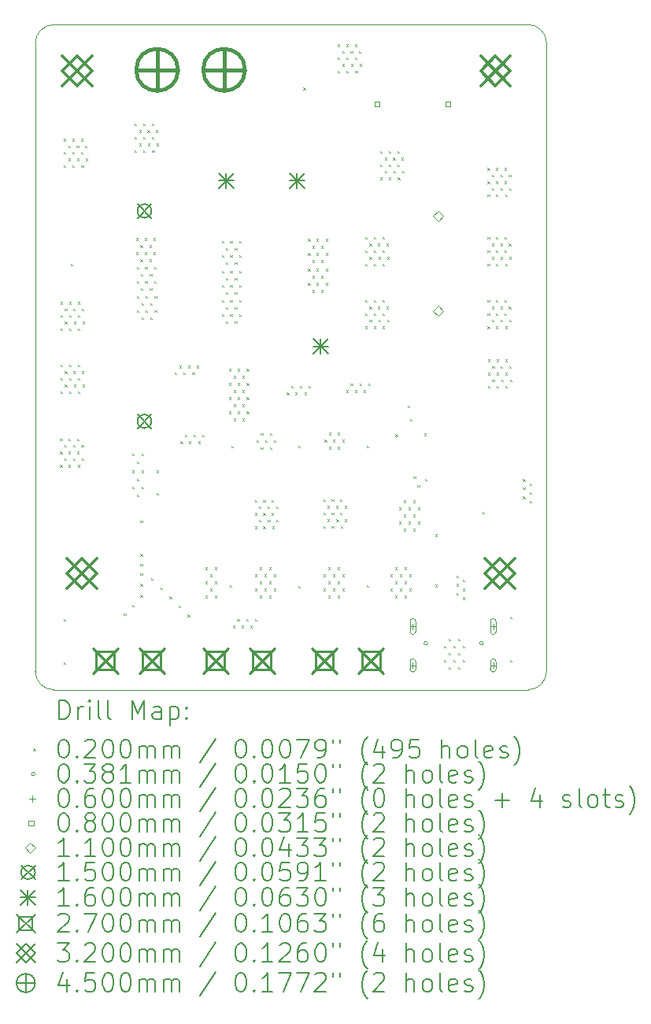
<source format=gbr>
%TF.GenerationSoftware,KiCad,Pcbnew,8.0.5*%
%TF.CreationDate,2024-10-07T09:32:30+08:00*%
%TF.ProjectId,draft-board,64726166-742d-4626-9f61-72642e6b6963,rev?*%
%TF.SameCoordinates,Original*%
%TF.FileFunction,Drillmap*%
%TF.FilePolarity,Positive*%
%FSLAX45Y45*%
G04 Gerber Fmt 4.5, Leading zero omitted, Abs format (unit mm)*
G04 Created by KiCad (PCBNEW 8.0.5) date 2024-10-07 09:32:30*
%MOMM*%
%LPD*%
G01*
G04 APERTURE LIST*
%ADD10C,0.050000*%
%ADD11C,0.200000*%
%ADD12C,0.100000*%
%ADD13C,0.110000*%
%ADD14C,0.150000*%
%ADD15C,0.160000*%
%ADD16C,0.270000*%
%ADD17C,0.320000*%
%ADD18C,0.450000*%
G04 APERTURE END LIST*
D10*
X15500000Y-11950000D02*
G75*
G02*
X15300000Y-12150000I-200000J0D01*
G01*
X15300000Y-12150000D02*
X10200000Y-12150000D01*
X10000000Y-5200000D02*
G75*
G02*
X10200000Y-5000000I200000J0D01*
G01*
X15300000Y-5000000D02*
G75*
G02*
X15500000Y-5200000I0J-200000D01*
G01*
X10000000Y-11950000D02*
X10000000Y-5200000D01*
X10200000Y-5000000D02*
X15300000Y-5000000D01*
X10200000Y-12150000D02*
G75*
G02*
X10000000Y-11950000I0J200000D01*
G01*
X15500000Y-5200000D02*
X15500000Y-11950000D01*
D11*
D12*
X10266840Y-9448960D02*
X10286840Y-9468960D01*
X10286840Y-9448960D02*
X10266840Y-9468960D01*
X10266840Y-9591200D02*
X10286840Y-9611200D01*
X10286840Y-9591200D02*
X10266840Y-9611200D01*
X10266840Y-9733440D02*
X10286840Y-9753440D01*
X10286840Y-9733440D02*
X10266840Y-9753440D01*
X10271920Y-7980840D02*
X10291920Y-8000840D01*
X10291920Y-7980840D02*
X10271920Y-8000840D01*
X10271920Y-8123080D02*
X10291920Y-8143080D01*
X10291920Y-8123080D02*
X10271920Y-8143080D01*
X10271920Y-8265320D02*
X10291920Y-8285320D01*
X10291920Y-8265320D02*
X10271920Y-8285320D01*
X10271920Y-8656480D02*
X10291920Y-8676480D01*
X10291920Y-8656480D02*
X10271920Y-8676480D01*
X10271920Y-8798720D02*
X10291920Y-8818720D01*
X10291920Y-8798720D02*
X10271920Y-8818720D01*
X10271920Y-8940960D02*
X10291920Y-8960960D01*
X10291920Y-8940960D02*
X10271920Y-8960960D01*
X10302400Y-11854360D02*
X10322400Y-11874360D01*
X10322400Y-11854360D02*
X10302400Y-11874360D01*
X10302460Y-11388000D02*
X10322460Y-11408000D01*
X10322460Y-11388000D02*
X10302460Y-11408000D01*
X10307480Y-6228240D02*
X10327480Y-6248240D01*
X10327480Y-6228240D02*
X10307480Y-6248240D01*
X10307480Y-6370480D02*
X10327480Y-6390480D01*
X10327480Y-6370480D02*
X10307480Y-6390480D01*
X10307480Y-6512720D02*
X10327480Y-6532720D01*
X10327480Y-6512720D02*
X10307480Y-6532720D01*
X10312560Y-9520080D02*
X10332560Y-9540080D01*
X10332560Y-9520080D02*
X10312560Y-9540080D01*
X10312560Y-9662320D02*
X10332560Y-9682320D01*
X10332560Y-9662320D02*
X10312560Y-9682320D01*
X10317640Y-8051960D02*
X10337640Y-8071960D01*
X10337640Y-8051960D02*
X10317640Y-8071960D01*
X10317640Y-8194200D02*
X10337640Y-8214200D01*
X10337640Y-8194200D02*
X10317640Y-8214200D01*
X10317640Y-8727600D02*
X10337640Y-8747600D01*
X10337640Y-8727600D02*
X10317640Y-8747600D01*
X10317640Y-8869840D02*
X10337640Y-8889840D01*
X10337640Y-8869840D02*
X10317640Y-8889840D01*
X10353200Y-6299360D02*
X10373200Y-6319360D01*
X10373200Y-6299360D02*
X10353200Y-6319360D01*
X10353200Y-6441600D02*
X10373200Y-6461600D01*
X10373200Y-6441600D02*
X10353200Y-6461600D01*
X10358280Y-9448960D02*
X10378280Y-9468960D01*
X10378280Y-9448960D02*
X10358280Y-9468960D01*
X10358280Y-9591200D02*
X10378280Y-9611200D01*
X10378280Y-9591200D02*
X10358280Y-9611200D01*
X10358280Y-9733440D02*
X10378280Y-9753440D01*
X10378280Y-9733440D02*
X10358280Y-9753440D01*
X10363360Y-7980840D02*
X10383360Y-8000840D01*
X10383360Y-7980840D02*
X10363360Y-8000840D01*
X10363360Y-8123080D02*
X10383360Y-8143080D01*
X10383360Y-8123080D02*
X10363360Y-8143080D01*
X10363360Y-8265320D02*
X10383360Y-8285320D01*
X10383360Y-8265320D02*
X10363360Y-8285320D01*
X10363360Y-8656480D02*
X10383360Y-8676480D01*
X10383360Y-8656480D02*
X10363360Y-8676480D01*
X10363360Y-8798720D02*
X10383360Y-8818720D01*
X10383360Y-8798720D02*
X10363360Y-8818720D01*
X10363360Y-8940960D02*
X10383360Y-8960960D01*
X10383360Y-8940960D02*
X10363360Y-8960960D01*
X10381140Y-7570600D02*
X10401140Y-7590600D01*
X10401140Y-7570600D02*
X10381140Y-7590600D01*
X10398920Y-6228240D02*
X10418920Y-6248240D01*
X10418920Y-6228240D02*
X10398920Y-6248240D01*
X10398920Y-6370480D02*
X10418920Y-6390480D01*
X10418920Y-6370480D02*
X10398920Y-6390480D01*
X10398920Y-6512720D02*
X10418920Y-6532720D01*
X10418920Y-6512720D02*
X10398920Y-6532720D01*
X10404000Y-9520080D02*
X10424000Y-9540080D01*
X10424000Y-9520080D02*
X10404000Y-9540080D01*
X10409080Y-8051960D02*
X10429080Y-8071960D01*
X10429080Y-8051960D02*
X10409080Y-8071960D01*
X10409080Y-8727600D02*
X10429080Y-8747600D01*
X10429080Y-8727600D02*
X10409080Y-8747600D01*
X10409080Y-9662320D02*
X10429080Y-9682320D01*
X10429080Y-9662320D02*
X10409080Y-9682320D01*
X10414160Y-8194200D02*
X10434160Y-8214200D01*
X10434160Y-8194200D02*
X10414160Y-8214200D01*
X10414160Y-8869840D02*
X10434160Y-8889840D01*
X10434160Y-8869840D02*
X10414160Y-8889840D01*
X10444640Y-6299360D02*
X10464640Y-6319360D01*
X10464640Y-6299360D02*
X10444640Y-6319360D01*
X10449720Y-6441600D02*
X10469720Y-6461600D01*
X10469720Y-6441600D02*
X10449720Y-6461600D01*
X10449720Y-9448960D02*
X10469720Y-9468960D01*
X10469720Y-9448960D02*
X10449720Y-9468960D01*
X10449720Y-9591200D02*
X10469720Y-9611200D01*
X10469720Y-9591200D02*
X10449720Y-9611200D01*
X10454800Y-7980840D02*
X10474800Y-8000840D01*
X10474800Y-7980840D02*
X10454800Y-8000840D01*
X10454800Y-8123080D02*
X10474800Y-8143080D01*
X10474800Y-8123080D02*
X10454800Y-8143080D01*
X10454800Y-8656480D02*
X10474800Y-8676480D01*
X10474800Y-8656480D02*
X10454800Y-8676480D01*
X10454800Y-8798720D02*
X10474800Y-8818720D01*
X10474800Y-8798720D02*
X10454800Y-8818720D01*
X10454800Y-9733440D02*
X10474800Y-9753440D01*
X10474800Y-9733440D02*
X10454800Y-9753440D01*
X10459880Y-8265320D02*
X10479880Y-8285320D01*
X10479880Y-8265320D02*
X10459880Y-8285320D01*
X10459880Y-8940960D02*
X10479880Y-8960960D01*
X10479880Y-8940960D02*
X10459880Y-8960960D01*
X10490360Y-6228240D02*
X10510360Y-6248240D01*
X10510360Y-6228240D02*
X10490360Y-6248240D01*
X10490360Y-6370480D02*
X10510360Y-6390480D01*
X10510360Y-6370480D02*
X10490360Y-6390480D01*
X10495440Y-6512720D02*
X10515440Y-6532720D01*
X10515440Y-6512720D02*
X10495440Y-6532720D01*
X10495440Y-9520080D02*
X10515440Y-9540080D01*
X10515440Y-9520080D02*
X10495440Y-9540080D01*
X10500520Y-8051960D02*
X10520520Y-8071960D01*
X10520520Y-8051960D02*
X10500520Y-8071960D01*
X10500520Y-8727600D02*
X10520520Y-8747600D01*
X10520520Y-8727600D02*
X10500520Y-8747600D01*
X10500520Y-9662320D02*
X10520520Y-9682320D01*
X10520520Y-9662320D02*
X10500520Y-9682320D01*
X10505600Y-8194200D02*
X10525600Y-8214200D01*
X10525600Y-8194200D02*
X10505600Y-8214200D01*
X10505600Y-8869840D02*
X10525600Y-8889840D01*
X10525600Y-8869840D02*
X10505600Y-8889840D01*
X10536080Y-6299360D02*
X10556080Y-6319360D01*
X10556080Y-6299360D02*
X10536080Y-6319360D01*
X10541160Y-6441600D02*
X10561160Y-6461600D01*
X10561160Y-6441600D02*
X10541160Y-6461600D01*
X10952040Y-11327960D02*
X10972040Y-11347960D01*
X10972040Y-11327960D02*
X10952040Y-11347960D01*
X11039000Y-9611520D02*
X11059000Y-9631520D01*
X11059000Y-9611520D02*
X11039000Y-9631520D01*
X11039000Y-9794400D02*
X11059000Y-9814400D01*
X11059000Y-9794400D02*
X11039000Y-9814400D01*
X11039000Y-9967120D02*
X11059000Y-9987120D01*
X11059000Y-9967120D02*
X11039000Y-9987120D01*
X11040940Y-11239060D02*
X11060940Y-11259060D01*
X11060940Y-11239060D02*
X11040940Y-11259060D01*
X11069480Y-6065680D02*
X11089480Y-6085680D01*
X11089480Y-6065680D02*
X11069480Y-6085680D01*
X11069480Y-6207920D02*
X11089480Y-6227920D01*
X11089480Y-6207920D02*
X11069480Y-6227920D01*
X11069480Y-6350160D02*
X11089480Y-6370160D01*
X11089480Y-6350160D02*
X11069480Y-6370160D01*
X11084720Y-7295040D02*
X11104720Y-7315040D01*
X11104720Y-7295040D02*
X11084720Y-7315040D01*
X11084720Y-7447440D02*
X11104720Y-7467440D01*
X11104720Y-7447440D02*
X11084720Y-7467440D01*
X11089800Y-7604920D02*
X11109800Y-7624920D01*
X11109800Y-7604920D02*
X11089800Y-7624920D01*
X11089800Y-7757320D02*
X11109800Y-7777320D01*
X11109800Y-7757320D02*
X11089800Y-7777320D01*
X11089800Y-9697880D02*
X11109800Y-9717880D01*
X11109800Y-9697880D02*
X11089800Y-9717880D01*
X11089800Y-9880760D02*
X11109800Y-9900760D01*
X11109800Y-9880760D02*
X11089800Y-9900760D01*
X11089800Y-10053480D02*
X11109800Y-10073480D01*
X11109800Y-10053480D02*
X11089800Y-10073480D01*
X11094880Y-7919880D02*
X11114880Y-7939880D01*
X11114880Y-7919880D02*
X11094880Y-7939880D01*
X11094880Y-8072280D02*
X11114880Y-8092280D01*
X11114880Y-8072280D02*
X11094880Y-8092280D01*
X11115200Y-6136800D02*
X11135200Y-6156800D01*
X11135200Y-6136800D02*
X11115200Y-6156800D01*
X11115200Y-6279040D02*
X11135200Y-6299040D01*
X11135200Y-6279040D02*
X11115200Y-6299040D01*
X11130440Y-7371240D02*
X11150440Y-7391240D01*
X11150440Y-7371240D02*
X11130440Y-7391240D01*
X11130440Y-7523640D02*
X11150440Y-7543640D01*
X11150440Y-7523640D02*
X11130440Y-7543640D01*
X11130800Y-10332880D02*
X11150800Y-10352880D01*
X11150800Y-10332880D02*
X11130800Y-10352880D01*
X11130800Y-10691020D02*
X11150800Y-10711020D01*
X11150800Y-10691020D02*
X11130800Y-10711020D01*
X11130800Y-10795160D02*
X11150800Y-10815160D01*
X11150800Y-10795160D02*
X11130800Y-10815160D01*
X11130800Y-10896760D02*
X11150800Y-10916760D01*
X11150800Y-10896760D02*
X11130800Y-10916760D01*
X11130800Y-11013600D02*
X11150800Y-11033600D01*
X11150800Y-11013600D02*
X11130800Y-11033600D01*
X11130800Y-11130440D02*
X11150800Y-11150440D01*
X11150800Y-11130440D02*
X11130800Y-11150440D01*
X11135520Y-7681120D02*
X11155520Y-7701120D01*
X11155520Y-7681120D02*
X11135520Y-7701120D01*
X11135520Y-7833520D02*
X11155520Y-7853520D01*
X11155520Y-7833520D02*
X11135520Y-7853520D01*
X11140600Y-7996080D02*
X11160600Y-8016080D01*
X11160600Y-7996080D02*
X11140600Y-8016080D01*
X11140600Y-8148480D02*
X11160600Y-8168480D01*
X11160600Y-8148480D02*
X11140600Y-8168480D01*
X11140600Y-9611520D02*
X11160600Y-9631520D01*
X11160600Y-9611520D02*
X11140600Y-9631520D01*
X11140600Y-9794400D02*
X11160600Y-9814400D01*
X11160600Y-9794400D02*
X11140600Y-9814400D01*
X11140600Y-9967120D02*
X11160600Y-9987120D01*
X11160600Y-9967120D02*
X11140600Y-9987120D01*
X11160920Y-6065680D02*
X11180920Y-6085680D01*
X11180920Y-6065680D02*
X11160920Y-6085680D01*
X11160920Y-6207920D02*
X11180920Y-6227920D01*
X11180920Y-6207920D02*
X11160920Y-6227920D01*
X11160920Y-6350160D02*
X11180920Y-6370160D01*
X11180920Y-6350160D02*
X11160920Y-6370160D01*
X11176160Y-7295040D02*
X11196160Y-7315040D01*
X11196160Y-7295040D02*
X11176160Y-7315040D01*
X11176160Y-7447440D02*
X11196160Y-7467440D01*
X11196160Y-7447440D02*
X11176160Y-7467440D01*
X11181240Y-7604920D02*
X11201240Y-7624920D01*
X11201240Y-7604920D02*
X11181240Y-7624920D01*
X11181240Y-7757320D02*
X11201240Y-7777320D01*
X11201240Y-7757320D02*
X11181240Y-7777320D01*
X11186320Y-7919880D02*
X11206320Y-7939880D01*
X11206320Y-7919880D02*
X11186320Y-7939880D01*
X11186320Y-8072280D02*
X11206320Y-8092280D01*
X11206320Y-8072280D02*
X11186320Y-8092280D01*
X11206640Y-6136800D02*
X11226640Y-6156800D01*
X11226640Y-6136800D02*
X11206640Y-6156800D01*
X11211720Y-6279040D02*
X11231720Y-6299040D01*
X11231720Y-6279040D02*
X11211720Y-6299040D01*
X11226960Y-7371240D02*
X11246960Y-7391240D01*
X11246960Y-7371240D02*
X11226960Y-7391240D01*
X11226960Y-7523640D02*
X11246960Y-7543640D01*
X11246960Y-7523640D02*
X11226960Y-7543640D01*
X11232040Y-7681120D02*
X11252040Y-7701120D01*
X11252040Y-7681120D02*
X11232040Y-7701120D01*
X11232040Y-7833520D02*
X11252040Y-7853520D01*
X11252040Y-7833520D02*
X11232040Y-7853520D01*
X11237120Y-7996080D02*
X11257120Y-8016080D01*
X11257120Y-7996080D02*
X11237120Y-8016080D01*
X11237120Y-8148480D02*
X11257120Y-8168480D01*
X11257120Y-8148480D02*
X11237120Y-8168480D01*
X11244740Y-10950100D02*
X11264740Y-10970100D01*
X11264740Y-10950100D02*
X11244740Y-10970100D01*
X11252360Y-6065680D02*
X11272360Y-6085680D01*
X11272360Y-6065680D02*
X11252360Y-6085680D01*
X11252360Y-6207920D02*
X11272360Y-6227920D01*
X11272360Y-6207920D02*
X11252360Y-6227920D01*
X11257440Y-6350160D02*
X11277440Y-6370160D01*
X11277440Y-6350160D02*
X11257440Y-6370160D01*
X11272680Y-7295040D02*
X11292680Y-7315040D01*
X11292680Y-7295040D02*
X11272680Y-7315040D01*
X11272680Y-7447440D02*
X11292680Y-7467440D01*
X11292680Y-7447440D02*
X11272680Y-7467440D01*
X11277760Y-7604920D02*
X11297760Y-7624920D01*
X11297760Y-7604920D02*
X11277760Y-7624920D01*
X11277760Y-7757320D02*
X11297760Y-7777320D01*
X11297760Y-7757320D02*
X11277760Y-7777320D01*
X11282840Y-7919880D02*
X11302840Y-7939880D01*
X11302840Y-7919880D02*
X11282840Y-7939880D01*
X11282840Y-8072280D02*
X11302840Y-8092280D01*
X11302840Y-8072280D02*
X11282840Y-8092280D01*
X11298080Y-6136800D02*
X11318080Y-6156800D01*
X11318080Y-6136800D02*
X11298080Y-6156800D01*
X11303160Y-6279040D02*
X11323160Y-6299040D01*
X11323160Y-6279040D02*
X11303160Y-6299040D01*
X11303160Y-10033160D02*
X11323160Y-10053160D01*
X11323160Y-10033160D02*
X11303160Y-10053160D01*
X11305700Y-9791860D02*
X11325700Y-9811860D01*
X11325700Y-9791860D02*
X11305700Y-9811860D01*
X11343800Y-11049160D02*
X11363800Y-11069160D01*
X11363800Y-11049160D02*
X11343800Y-11069160D01*
X11442860Y-11148220D02*
X11462860Y-11168220D01*
X11462860Y-11148220D02*
X11442860Y-11168220D01*
X11501280Y-8737760D02*
X11521280Y-8757760D01*
X11521280Y-8737760D02*
X11501280Y-8757760D01*
X11541920Y-11247280D02*
X11561920Y-11267280D01*
X11561920Y-11247280D02*
X11541920Y-11267280D01*
X11547000Y-8666640D02*
X11567000Y-8686640D01*
X11567000Y-8666640D02*
X11547000Y-8686640D01*
X11562240Y-9479440D02*
X11582240Y-9499440D01*
X11582240Y-9479440D02*
X11562240Y-9499440D01*
X11592720Y-8737760D02*
X11612720Y-8757760D01*
X11612720Y-8737760D02*
X11592720Y-8757760D01*
X11607960Y-9408320D02*
X11627960Y-9428320D01*
X11627960Y-9408320D02*
X11607960Y-9428320D01*
X11638440Y-11343800D02*
X11658440Y-11363800D01*
X11658440Y-11343800D02*
X11638440Y-11363800D01*
X11643520Y-8666640D02*
X11663520Y-8686640D01*
X11663520Y-8666640D02*
X11643520Y-8686640D01*
X11653680Y-9479440D02*
X11673680Y-9499440D01*
X11673680Y-9479440D02*
X11653680Y-9499440D01*
X11689240Y-8737760D02*
X11709240Y-8757760D01*
X11709240Y-8737760D02*
X11689240Y-8757760D01*
X11704480Y-9408320D02*
X11724480Y-9428320D01*
X11724480Y-9408320D02*
X11704480Y-9428320D01*
X11734960Y-8666640D02*
X11754960Y-8686640D01*
X11754960Y-8666640D02*
X11734960Y-8686640D01*
X11750200Y-9479440D02*
X11770200Y-9499440D01*
X11770200Y-9479440D02*
X11750200Y-9499440D01*
X11795920Y-9408320D02*
X11815920Y-9428320D01*
X11815920Y-9408320D02*
X11795920Y-9428320D01*
X11826400Y-10835800D02*
X11846400Y-10855800D01*
X11846400Y-10835800D02*
X11826400Y-10855800D01*
X11826400Y-10988200D02*
X11846400Y-11008200D01*
X11846400Y-10988200D02*
X11826400Y-11008200D01*
X11826400Y-11140600D02*
X11846400Y-11160600D01*
X11846400Y-11140600D02*
X11826400Y-11160600D01*
X11877200Y-10912000D02*
X11897200Y-10932000D01*
X11897200Y-10912000D02*
X11877200Y-10932000D01*
X11877200Y-11064400D02*
X11897200Y-11084400D01*
X11897200Y-11064400D02*
X11877200Y-11084400D01*
X11928000Y-10835800D02*
X11948000Y-10855800D01*
X11948000Y-10835800D02*
X11928000Y-10855800D01*
X11928000Y-10988200D02*
X11948000Y-11008200D01*
X11948000Y-10988200D02*
X11928000Y-11008200D01*
X11928000Y-11140600D02*
X11948000Y-11160600D01*
X11948000Y-11140600D02*
X11928000Y-11160600D01*
X12004200Y-7325520D02*
X12024200Y-7345520D01*
X12024200Y-7325520D02*
X12004200Y-7345520D01*
X12004200Y-7477920D02*
X12024200Y-7497920D01*
X12024200Y-7477920D02*
X12004200Y-7497920D01*
X12004200Y-7645560D02*
X12024200Y-7665560D01*
X12024200Y-7645560D02*
X12004200Y-7665560D01*
X12004200Y-7797960D02*
X12024200Y-7817960D01*
X12024200Y-7797960D02*
X12004200Y-7817960D01*
X12004200Y-7960520D02*
X12024200Y-7980520D01*
X12024200Y-7960520D02*
X12004200Y-7980520D01*
X12004200Y-8112920D02*
X12024200Y-8132920D01*
X12024200Y-8112920D02*
X12004200Y-8132920D01*
X12049920Y-7401720D02*
X12069920Y-7421720D01*
X12069920Y-7401720D02*
X12049920Y-7421720D01*
X12049920Y-7554120D02*
X12069920Y-7574120D01*
X12069920Y-7554120D02*
X12049920Y-7574120D01*
X12049920Y-7721760D02*
X12069920Y-7741760D01*
X12069920Y-7721760D02*
X12049920Y-7741760D01*
X12049920Y-7874160D02*
X12069920Y-7894160D01*
X12069920Y-7874160D02*
X12049920Y-7894160D01*
X12049920Y-8036720D02*
X12069920Y-8056720D01*
X12069920Y-8036720D02*
X12049920Y-8056720D01*
X12049920Y-8189120D02*
X12069920Y-8209120D01*
X12069920Y-8189120D02*
X12049920Y-8209120D01*
X12085480Y-8702200D02*
X12105480Y-8722200D01*
X12105480Y-8702200D02*
X12085480Y-8722200D01*
X12085480Y-8854600D02*
X12105480Y-8874600D01*
X12105480Y-8854600D02*
X12085480Y-8874600D01*
X12085480Y-9007000D02*
X12105480Y-9027000D01*
X12105480Y-9007000D02*
X12085480Y-9027000D01*
X12085480Y-9159400D02*
X12105480Y-9179400D01*
X12105480Y-9159400D02*
X12085480Y-9179400D01*
X12093100Y-11026300D02*
X12113100Y-11046300D01*
X12113100Y-11026300D02*
X12093100Y-11046300D01*
X12095640Y-7325520D02*
X12115640Y-7345520D01*
X12115640Y-7325520D02*
X12095640Y-7345520D01*
X12095640Y-7477920D02*
X12115640Y-7497920D01*
X12115640Y-7477920D02*
X12095640Y-7497920D01*
X12095640Y-7645560D02*
X12115640Y-7665560D01*
X12115640Y-7645560D02*
X12095640Y-7665560D01*
X12095640Y-7797960D02*
X12115640Y-7817960D01*
X12115640Y-7797960D02*
X12095640Y-7817960D01*
X12095640Y-7960520D02*
X12115640Y-7980520D01*
X12115640Y-7960520D02*
X12095640Y-7980520D01*
X12095640Y-8112920D02*
X12115640Y-8132920D01*
X12115640Y-8112920D02*
X12095640Y-8132920D01*
X12105800Y-9524400D02*
X12125800Y-9544400D01*
X12125800Y-9524400D02*
X12105800Y-9544400D01*
X12126120Y-11460640D02*
X12146120Y-11480640D01*
X12146120Y-11460640D02*
X12126120Y-11480640D01*
X12131200Y-8778400D02*
X12151200Y-8798400D01*
X12151200Y-8778400D02*
X12131200Y-8798400D01*
X12131200Y-8930800D02*
X12151200Y-8950800D01*
X12151200Y-8930800D02*
X12131200Y-8950800D01*
X12131200Y-9083200D02*
X12151200Y-9103200D01*
X12151200Y-9083200D02*
X12131200Y-9103200D01*
X12131200Y-9235600D02*
X12151200Y-9255600D01*
X12151200Y-9235600D02*
X12131200Y-9255600D01*
X12146440Y-7401720D02*
X12166440Y-7421720D01*
X12166440Y-7401720D02*
X12146440Y-7421720D01*
X12146440Y-7554120D02*
X12166440Y-7574120D01*
X12166440Y-7554120D02*
X12146440Y-7574120D01*
X12146440Y-7721760D02*
X12166440Y-7741760D01*
X12166440Y-7721760D02*
X12146440Y-7741760D01*
X12146440Y-7874160D02*
X12166440Y-7894160D01*
X12166440Y-7874160D02*
X12146440Y-7894160D01*
X12146440Y-8036720D02*
X12166440Y-8056720D01*
X12166440Y-8036720D02*
X12146440Y-8056720D01*
X12146440Y-8189120D02*
X12166440Y-8209120D01*
X12166440Y-8189120D02*
X12146440Y-8209120D01*
X12171840Y-11389520D02*
X12191840Y-11409520D01*
X12191840Y-11389520D02*
X12171840Y-11409520D01*
X12176920Y-8702200D02*
X12196920Y-8722200D01*
X12196920Y-8702200D02*
X12176920Y-8722200D01*
X12176920Y-8854600D02*
X12196920Y-8874600D01*
X12196920Y-8854600D02*
X12176920Y-8874600D01*
X12176920Y-9007000D02*
X12196920Y-9027000D01*
X12196920Y-9007000D02*
X12176920Y-9027000D01*
X12176920Y-9159400D02*
X12196920Y-9179400D01*
X12196920Y-9159400D02*
X12176920Y-9179400D01*
X12192160Y-7325520D02*
X12212160Y-7345520D01*
X12212160Y-7325520D02*
X12192160Y-7345520D01*
X12192160Y-7477920D02*
X12212160Y-7497920D01*
X12212160Y-7477920D02*
X12192160Y-7497920D01*
X12192160Y-7645560D02*
X12212160Y-7665560D01*
X12212160Y-7645560D02*
X12192160Y-7665560D01*
X12192160Y-7797960D02*
X12212160Y-7817960D01*
X12212160Y-7797960D02*
X12192160Y-7817960D01*
X12192160Y-7960520D02*
X12212160Y-7980520D01*
X12212160Y-7960520D02*
X12192160Y-7980520D01*
X12192160Y-8112920D02*
X12212160Y-8132920D01*
X12212160Y-8112920D02*
X12192160Y-8132920D01*
X12217560Y-11460640D02*
X12237560Y-11480640D01*
X12237560Y-11460640D02*
X12217560Y-11480640D01*
X12227720Y-8778400D02*
X12247720Y-8798400D01*
X12247720Y-8778400D02*
X12227720Y-8798400D01*
X12227720Y-8930800D02*
X12247720Y-8950800D01*
X12247720Y-8930800D02*
X12227720Y-8950800D01*
X12227720Y-9083200D02*
X12247720Y-9103200D01*
X12247720Y-9083200D02*
X12227720Y-9103200D01*
X12227720Y-9235600D02*
X12247720Y-9255600D01*
X12247720Y-9235600D02*
X12227720Y-9255600D01*
X12268360Y-11389520D02*
X12288360Y-11409520D01*
X12288360Y-11389520D02*
X12268360Y-11409520D01*
X12273440Y-8702200D02*
X12293440Y-8722200D01*
X12293440Y-8702200D02*
X12273440Y-8722200D01*
X12273440Y-8854600D02*
X12293440Y-8874600D01*
X12293440Y-8854600D02*
X12273440Y-8874600D01*
X12273440Y-9007000D02*
X12293440Y-9027000D01*
X12293440Y-9007000D02*
X12273440Y-9027000D01*
X12273440Y-9159400D02*
X12293440Y-9179400D01*
X12293440Y-9159400D02*
X12273440Y-9179400D01*
X12314080Y-11460640D02*
X12334080Y-11480640D01*
X12334080Y-11460640D02*
X12314080Y-11480640D01*
X12359800Y-10109360D02*
X12379800Y-10129360D01*
X12379800Y-10109360D02*
X12359800Y-10129360D01*
X12359800Y-10251600D02*
X12379800Y-10271600D01*
X12379800Y-10251600D02*
X12359800Y-10271600D01*
X12359800Y-10393840D02*
X12379800Y-10413840D01*
X12379800Y-10393840D02*
X12359800Y-10413840D01*
X12359800Y-10912000D02*
X12379800Y-10932000D01*
X12379800Y-10912000D02*
X12359800Y-10932000D01*
X12359800Y-11064400D02*
X12379800Y-11084400D01*
X12379800Y-11064400D02*
X12359800Y-11084400D01*
X12359800Y-11389520D02*
X12379800Y-11409520D01*
X12379800Y-11389520D02*
X12359800Y-11409520D01*
X12380120Y-9469280D02*
X12400120Y-9489280D01*
X12400120Y-9469280D02*
X12380120Y-9489280D01*
X12405520Y-10180480D02*
X12425520Y-10200480D01*
X12425520Y-10180480D02*
X12405520Y-10200480D01*
X12405520Y-10322720D02*
X12425520Y-10342720D01*
X12425520Y-10322720D02*
X12405520Y-10342720D01*
X12410600Y-10835800D02*
X12430600Y-10855800D01*
X12430600Y-10835800D02*
X12410600Y-10855800D01*
X12410600Y-10988200D02*
X12430600Y-11008200D01*
X12430600Y-10988200D02*
X12410600Y-11008200D01*
X12410600Y-11140600D02*
X12430600Y-11160600D01*
X12430600Y-11140600D02*
X12410600Y-11160600D01*
X12425840Y-9393080D02*
X12445840Y-9413080D01*
X12445840Y-9393080D02*
X12425840Y-9413080D01*
X12425840Y-9545480D02*
X12445840Y-9565480D01*
X12445840Y-9545480D02*
X12425840Y-9565480D01*
X12451240Y-10109360D02*
X12471240Y-10129360D01*
X12471240Y-10109360D02*
X12451240Y-10129360D01*
X12451240Y-10251600D02*
X12471240Y-10271600D01*
X12471240Y-10251600D02*
X12451240Y-10271600D01*
X12451240Y-10393840D02*
X12471240Y-10413840D01*
X12471240Y-10393840D02*
X12451240Y-10413840D01*
X12461400Y-10912000D02*
X12481400Y-10932000D01*
X12481400Y-10912000D02*
X12461400Y-10932000D01*
X12461400Y-11064400D02*
X12481400Y-11084400D01*
X12481400Y-11064400D02*
X12461400Y-11084400D01*
X12471560Y-9469280D02*
X12491560Y-9489280D01*
X12491560Y-9469280D02*
X12471560Y-9489280D01*
X12496960Y-10180480D02*
X12516960Y-10200480D01*
X12516960Y-10180480D02*
X12496960Y-10200480D01*
X12502040Y-10322720D02*
X12522040Y-10342720D01*
X12522040Y-10322720D02*
X12502040Y-10342720D01*
X12512200Y-10835800D02*
X12532200Y-10855800D01*
X12532200Y-10835800D02*
X12512200Y-10855800D01*
X12512200Y-10988200D02*
X12532200Y-11008200D01*
X12532200Y-10988200D02*
X12512200Y-11008200D01*
X12512200Y-11140600D02*
X12532200Y-11160600D01*
X12532200Y-11140600D02*
X12512200Y-11160600D01*
X12522360Y-9393080D02*
X12542360Y-9413080D01*
X12542360Y-9393080D02*
X12522360Y-9413080D01*
X12522360Y-9545480D02*
X12542360Y-9565480D01*
X12542360Y-9545480D02*
X12522360Y-9565480D01*
X12542680Y-10109360D02*
X12562680Y-10129360D01*
X12562680Y-10109360D02*
X12542680Y-10129360D01*
X12542680Y-10251600D02*
X12562680Y-10271600D01*
X12562680Y-10251600D02*
X12542680Y-10271600D01*
X12547760Y-10393840D02*
X12567760Y-10413840D01*
X12567760Y-10393840D02*
X12547760Y-10413840D01*
X12563000Y-10912000D02*
X12583000Y-10932000D01*
X12583000Y-10912000D02*
X12563000Y-10932000D01*
X12563000Y-11064400D02*
X12583000Y-11084400D01*
X12583000Y-11064400D02*
X12563000Y-11084400D01*
X12568080Y-9469280D02*
X12588080Y-9489280D01*
X12588080Y-9469280D02*
X12568080Y-9489280D01*
X12588400Y-10180480D02*
X12608400Y-10200480D01*
X12608400Y-10180480D02*
X12588400Y-10200480D01*
X12593480Y-10322720D02*
X12613480Y-10342720D01*
X12613480Y-10322720D02*
X12593480Y-10342720D01*
X12705240Y-8956200D02*
X12725240Y-8976200D01*
X12725240Y-8956200D02*
X12705240Y-8976200D01*
X12750960Y-8885080D02*
X12770960Y-8905080D01*
X12770960Y-8885080D02*
X12750960Y-8905080D01*
X12796680Y-8956200D02*
X12816680Y-8976200D01*
X12816680Y-8956200D02*
X12796680Y-8976200D01*
X12829700Y-9524400D02*
X12849700Y-9544400D01*
X12849700Y-9524400D02*
X12829700Y-9544400D01*
X12829700Y-11032900D02*
X12849700Y-11052900D01*
X12849700Y-11032900D02*
X12829700Y-11052900D01*
X12847480Y-8885080D02*
X12867480Y-8905080D01*
X12867480Y-8885080D02*
X12847480Y-8905080D01*
X12883040Y-5677060D02*
X12903040Y-5697060D01*
X12903040Y-5677060D02*
X12883040Y-5697060D01*
X12893200Y-8956200D02*
X12913200Y-8976200D01*
X12913200Y-8956200D02*
X12893200Y-8976200D01*
X12933840Y-7305200D02*
X12953840Y-7325200D01*
X12953840Y-7305200D02*
X12933840Y-7325200D01*
X12933840Y-7457600D02*
X12953840Y-7477600D01*
X12953840Y-7457600D02*
X12933840Y-7477600D01*
X12933840Y-7625240D02*
X12953840Y-7645240D01*
X12953840Y-7625240D02*
X12933840Y-7645240D01*
X12933840Y-7777640D02*
X12953840Y-7797640D01*
X12953840Y-7777640D02*
X12933840Y-7797640D01*
X12938920Y-8885080D02*
X12958920Y-8905080D01*
X12958920Y-8885080D02*
X12938920Y-8905080D01*
X12979560Y-7381400D02*
X12999560Y-7401400D01*
X12999560Y-7381400D02*
X12979560Y-7401400D01*
X12979560Y-7533800D02*
X12999560Y-7553800D01*
X12999560Y-7533800D02*
X12979560Y-7553800D01*
X12979560Y-7701440D02*
X12999560Y-7721440D01*
X12999560Y-7701440D02*
X12979560Y-7721440D01*
X12979560Y-7853840D02*
X12999560Y-7873840D01*
X12999560Y-7853840D02*
X12979560Y-7873840D01*
X13025280Y-7305200D02*
X13045280Y-7325200D01*
X13045280Y-7305200D02*
X13025280Y-7325200D01*
X13025280Y-7457600D02*
X13045280Y-7477600D01*
X13045280Y-7457600D02*
X13025280Y-7477600D01*
X13025280Y-7625240D02*
X13045280Y-7645240D01*
X13045280Y-7625240D02*
X13025280Y-7645240D01*
X13025280Y-7777640D02*
X13045280Y-7797640D01*
X13045280Y-7777640D02*
X13025280Y-7797640D01*
X13076080Y-7381400D02*
X13096080Y-7401400D01*
X13096080Y-7381400D02*
X13076080Y-7401400D01*
X13076080Y-7533800D02*
X13096080Y-7553800D01*
X13096080Y-7533800D02*
X13076080Y-7553800D01*
X13076080Y-7701440D02*
X13096080Y-7721440D01*
X13096080Y-7701440D02*
X13076080Y-7721440D01*
X13076080Y-7853840D02*
X13096080Y-7873840D01*
X13096080Y-7853840D02*
X13076080Y-7873840D01*
X13096400Y-10104280D02*
X13116400Y-10124280D01*
X13116400Y-10104280D02*
X13096400Y-10124280D01*
X13096400Y-10246520D02*
X13116400Y-10266520D01*
X13116400Y-10246520D02*
X13096400Y-10266520D01*
X13096400Y-10388760D02*
X13116400Y-10408760D01*
X13116400Y-10388760D02*
X13096400Y-10408760D01*
X13096400Y-10912000D02*
X13116400Y-10932000D01*
X13116400Y-10912000D02*
X13096400Y-10932000D01*
X13096400Y-11064400D02*
X13116400Y-11084400D01*
X13116400Y-11064400D02*
X13096400Y-11084400D01*
X13111640Y-9464200D02*
X13131640Y-9484200D01*
X13131640Y-9464200D02*
X13111640Y-9484200D01*
X13121800Y-7305200D02*
X13141800Y-7325200D01*
X13141800Y-7305200D02*
X13121800Y-7325200D01*
X13121800Y-7457600D02*
X13141800Y-7477600D01*
X13141800Y-7457600D02*
X13121800Y-7477600D01*
X13121800Y-7625240D02*
X13141800Y-7645240D01*
X13141800Y-7625240D02*
X13121800Y-7645240D01*
X13121800Y-7777640D02*
X13141800Y-7797640D01*
X13141800Y-7777640D02*
X13121800Y-7797640D01*
X13142120Y-10175400D02*
X13162120Y-10195400D01*
X13162120Y-10175400D02*
X13142120Y-10195400D01*
X13142120Y-10317640D02*
X13162120Y-10337640D01*
X13162120Y-10317640D02*
X13142120Y-10337640D01*
X13147200Y-10835800D02*
X13167200Y-10855800D01*
X13167200Y-10835800D02*
X13147200Y-10855800D01*
X13147200Y-10988200D02*
X13167200Y-11008200D01*
X13167200Y-10988200D02*
X13147200Y-11008200D01*
X13147200Y-11140600D02*
X13167200Y-11160600D01*
X13167200Y-11140600D02*
X13147200Y-11160600D01*
X13157360Y-9388000D02*
X13177360Y-9408000D01*
X13177360Y-9388000D02*
X13157360Y-9408000D01*
X13157360Y-9540400D02*
X13177360Y-9560400D01*
X13177360Y-9540400D02*
X13157360Y-9560400D01*
X13187840Y-10104280D02*
X13207840Y-10124280D01*
X13207840Y-10104280D02*
X13187840Y-10124280D01*
X13187840Y-10246520D02*
X13207840Y-10266520D01*
X13207840Y-10246520D02*
X13187840Y-10266520D01*
X13187840Y-10388760D02*
X13207840Y-10408760D01*
X13207840Y-10388760D02*
X13187840Y-10408760D01*
X13198000Y-10912000D02*
X13218000Y-10932000D01*
X13218000Y-10912000D02*
X13198000Y-10932000D01*
X13198000Y-11064400D02*
X13218000Y-11084400D01*
X13218000Y-11064400D02*
X13198000Y-11084400D01*
X13203080Y-9464200D02*
X13223080Y-9484200D01*
X13223080Y-9464200D02*
X13203080Y-9484200D01*
X13233560Y-10175400D02*
X13253560Y-10195400D01*
X13253560Y-10175400D02*
X13233560Y-10195400D01*
X13238640Y-10317640D02*
X13258640Y-10337640D01*
X13258640Y-10317640D02*
X13238640Y-10337640D01*
X13248800Y-10835800D02*
X13268800Y-10855800D01*
X13268800Y-10835800D02*
X13248800Y-10855800D01*
X13248800Y-10988200D02*
X13268800Y-11008200D01*
X13268800Y-10988200D02*
X13248800Y-11008200D01*
X13248800Y-11140600D02*
X13268800Y-11160600D01*
X13268800Y-11140600D02*
X13248800Y-11160600D01*
X13253880Y-5212240D02*
X13273880Y-5232240D01*
X13273880Y-5212240D02*
X13253880Y-5232240D01*
X13253880Y-5354480D02*
X13273880Y-5374480D01*
X13273880Y-5354480D02*
X13253880Y-5374480D01*
X13253880Y-5496720D02*
X13273880Y-5516720D01*
X13273880Y-5496720D02*
X13253880Y-5516720D01*
X13253880Y-9388000D02*
X13273880Y-9408000D01*
X13273880Y-9388000D02*
X13253880Y-9408000D01*
X13253880Y-9540400D02*
X13273880Y-9560400D01*
X13273880Y-9540400D02*
X13253880Y-9560400D01*
X13279280Y-10104280D02*
X13299280Y-10124280D01*
X13299280Y-10104280D02*
X13279280Y-10124280D01*
X13279280Y-10246520D02*
X13299280Y-10266520D01*
X13299280Y-10246520D02*
X13279280Y-10266520D01*
X13284360Y-10388760D02*
X13304360Y-10408760D01*
X13304360Y-10388760D02*
X13284360Y-10408760D01*
X13299600Y-5283360D02*
X13319600Y-5303360D01*
X13319600Y-5283360D02*
X13299600Y-5303360D01*
X13299600Y-5425600D02*
X13319600Y-5445600D01*
X13319600Y-5425600D02*
X13299600Y-5445600D01*
X13299600Y-9464200D02*
X13319600Y-9484200D01*
X13319600Y-9464200D02*
X13299600Y-9484200D01*
X13299600Y-10912000D02*
X13319600Y-10932000D01*
X13319600Y-10912000D02*
X13299600Y-10932000D01*
X13299600Y-11064400D02*
X13319600Y-11084400D01*
X13319600Y-11064400D02*
X13299600Y-11084400D01*
X13325000Y-10175400D02*
X13345000Y-10195400D01*
X13345000Y-10175400D02*
X13325000Y-10195400D01*
X13330080Y-10317640D02*
X13350080Y-10337640D01*
X13350080Y-10317640D02*
X13330080Y-10337640D01*
X13345320Y-5212240D02*
X13365320Y-5232240D01*
X13365320Y-5212240D02*
X13345320Y-5232240D01*
X13345320Y-5354480D02*
X13365320Y-5374480D01*
X13365320Y-5354480D02*
X13345320Y-5374480D01*
X13345320Y-5496720D02*
X13365320Y-5516720D01*
X13365320Y-5496720D02*
X13345320Y-5516720D01*
X13345320Y-8930800D02*
X13365320Y-8950800D01*
X13365320Y-8930800D02*
X13345320Y-8950800D01*
X13391040Y-5283360D02*
X13411040Y-5303360D01*
X13411040Y-5283360D02*
X13391040Y-5303360D01*
X13391040Y-8859680D02*
X13411040Y-8879680D01*
X13411040Y-8859680D02*
X13391040Y-8879680D01*
X13396120Y-5425600D02*
X13416120Y-5445600D01*
X13416120Y-5425600D02*
X13396120Y-5445600D01*
X13436760Y-5212240D02*
X13456760Y-5232240D01*
X13456760Y-5212240D02*
X13436760Y-5232240D01*
X13436760Y-5354480D02*
X13456760Y-5374480D01*
X13456760Y-5354480D02*
X13436760Y-5374480D01*
X13436760Y-8930800D02*
X13456760Y-8950800D01*
X13456760Y-8930800D02*
X13436760Y-8950800D01*
X13441840Y-5496720D02*
X13461840Y-5516720D01*
X13461840Y-5496720D02*
X13441840Y-5516720D01*
X13482480Y-5283360D02*
X13502480Y-5303360D01*
X13502480Y-5283360D02*
X13482480Y-5303360D01*
X13487560Y-5425600D02*
X13507560Y-5445600D01*
X13507560Y-5425600D02*
X13487560Y-5445600D01*
X13487560Y-8859680D02*
X13507560Y-8879680D01*
X13507560Y-8859680D02*
X13487560Y-8879680D01*
X13533280Y-8930800D02*
X13553280Y-8950800D01*
X13553280Y-8930800D02*
X13533280Y-8950800D01*
X13548520Y-7284880D02*
X13568520Y-7304880D01*
X13568520Y-7284880D02*
X13548520Y-7304880D01*
X13548520Y-7427120D02*
X13568520Y-7447120D01*
X13568520Y-7427120D02*
X13548520Y-7447120D01*
X13548520Y-7569360D02*
X13568520Y-7589360D01*
X13568520Y-7569360D02*
X13548520Y-7589360D01*
X13548520Y-7960520D02*
X13568520Y-7980520D01*
X13568520Y-7960520D02*
X13548520Y-7980520D01*
X13548520Y-8102760D02*
X13568520Y-8122760D01*
X13568520Y-8102760D02*
X13548520Y-8122760D01*
X13548520Y-8245000D02*
X13568520Y-8265000D01*
X13568520Y-8245000D02*
X13548520Y-8265000D01*
X13566300Y-9524400D02*
X13586300Y-9544400D01*
X13586300Y-9524400D02*
X13566300Y-9544400D01*
X13566300Y-11023500D02*
X13586300Y-11043500D01*
X13586300Y-11023500D02*
X13566300Y-11043500D01*
X13579000Y-8859680D02*
X13599000Y-8879680D01*
X13599000Y-8859680D02*
X13579000Y-8879680D01*
X13594240Y-7356000D02*
X13614240Y-7376000D01*
X13614240Y-7356000D02*
X13594240Y-7376000D01*
X13594240Y-7498240D02*
X13614240Y-7518240D01*
X13614240Y-7498240D02*
X13594240Y-7518240D01*
X13594240Y-8031640D02*
X13614240Y-8051640D01*
X13614240Y-8031640D02*
X13594240Y-8051640D01*
X13594240Y-8173880D02*
X13614240Y-8193880D01*
X13614240Y-8173880D02*
X13594240Y-8193880D01*
X13639960Y-7284880D02*
X13659960Y-7304880D01*
X13659960Y-7284880D02*
X13639960Y-7304880D01*
X13639960Y-7427120D02*
X13659960Y-7447120D01*
X13659960Y-7427120D02*
X13639960Y-7447120D01*
X13639960Y-7569360D02*
X13659960Y-7589360D01*
X13659960Y-7569360D02*
X13639960Y-7589360D01*
X13639960Y-7960520D02*
X13659960Y-7980520D01*
X13659960Y-7960520D02*
X13639960Y-7980520D01*
X13639960Y-8102760D02*
X13659960Y-8122760D01*
X13659960Y-8102760D02*
X13639960Y-8122760D01*
X13639960Y-8245000D02*
X13659960Y-8265000D01*
X13659960Y-8245000D02*
X13639960Y-8265000D01*
X13685680Y-7356000D02*
X13705680Y-7376000D01*
X13705680Y-7356000D02*
X13685680Y-7376000D01*
X13685680Y-8031640D02*
X13705680Y-8051640D01*
X13705680Y-8031640D02*
X13685680Y-8051640D01*
X13690760Y-7498240D02*
X13710760Y-7518240D01*
X13710760Y-7498240D02*
X13690760Y-7518240D01*
X13690760Y-8173880D02*
X13710760Y-8193880D01*
X13710760Y-8173880D02*
X13690760Y-8193880D01*
X13711080Y-6360320D02*
X13731080Y-6380320D01*
X13731080Y-6360320D02*
X13711080Y-6380320D01*
X13711080Y-6502560D02*
X13731080Y-6522560D01*
X13731080Y-6502560D02*
X13711080Y-6522560D01*
X13711080Y-6644800D02*
X13731080Y-6664800D01*
X13731080Y-6644800D02*
X13711080Y-6664800D01*
X13731400Y-7284880D02*
X13751400Y-7304880D01*
X13751400Y-7284880D02*
X13731400Y-7304880D01*
X13731400Y-7427120D02*
X13751400Y-7447120D01*
X13751400Y-7427120D02*
X13731400Y-7447120D01*
X13731400Y-7960520D02*
X13751400Y-7980520D01*
X13751400Y-7960520D02*
X13731400Y-7980520D01*
X13731400Y-8102760D02*
X13751400Y-8122760D01*
X13751400Y-8102760D02*
X13731400Y-8122760D01*
X13736480Y-7569360D02*
X13756480Y-7589360D01*
X13756480Y-7569360D02*
X13736480Y-7589360D01*
X13736480Y-8245000D02*
X13756480Y-8265000D01*
X13756480Y-8245000D02*
X13736480Y-8265000D01*
X13756800Y-6431440D02*
X13776800Y-6451440D01*
X13776800Y-6431440D02*
X13756800Y-6451440D01*
X13756800Y-6573680D02*
X13776800Y-6593680D01*
X13776800Y-6573680D02*
X13756800Y-6593680D01*
X13777120Y-7356000D02*
X13797120Y-7376000D01*
X13797120Y-7356000D02*
X13777120Y-7376000D01*
X13777120Y-8031640D02*
X13797120Y-8051640D01*
X13797120Y-8031640D02*
X13777120Y-8051640D01*
X13782200Y-7498240D02*
X13802200Y-7518240D01*
X13802200Y-7498240D02*
X13782200Y-7518240D01*
X13782200Y-8173880D02*
X13802200Y-8193880D01*
X13802200Y-8173880D02*
X13782200Y-8193880D01*
X13802520Y-6360320D02*
X13822520Y-6380320D01*
X13822520Y-6360320D02*
X13802520Y-6380320D01*
X13802520Y-6502560D02*
X13822520Y-6522560D01*
X13822520Y-6502560D02*
X13802520Y-6522560D01*
X13802520Y-6644800D02*
X13822520Y-6664800D01*
X13822520Y-6644800D02*
X13802520Y-6664800D01*
X13820300Y-10912000D02*
X13840300Y-10932000D01*
X13840300Y-10912000D02*
X13820300Y-10932000D01*
X13820300Y-11064400D02*
X13840300Y-11084400D01*
X13840300Y-11064400D02*
X13820300Y-11084400D01*
X13848240Y-6431440D02*
X13868240Y-6451440D01*
X13868240Y-6431440D02*
X13848240Y-6451440D01*
X13853320Y-6573680D02*
X13873320Y-6593680D01*
X13873320Y-6573680D02*
X13853320Y-6593680D01*
X13871100Y-10835800D02*
X13891100Y-10855800D01*
X13891100Y-10835800D02*
X13871100Y-10855800D01*
X13871100Y-10988200D02*
X13891100Y-11008200D01*
X13891100Y-10988200D02*
X13871100Y-11008200D01*
X13871100Y-11140600D02*
X13891100Y-11160600D01*
X13891100Y-11140600D02*
X13871100Y-11160600D01*
X13873640Y-9403140D02*
X13893640Y-9423140D01*
X13893640Y-9403140D02*
X13873640Y-9423140D01*
X13893960Y-6360320D02*
X13913960Y-6380320D01*
X13913960Y-6360320D02*
X13893960Y-6380320D01*
X13893960Y-6502560D02*
X13913960Y-6522560D01*
X13913960Y-6502560D02*
X13893960Y-6522560D01*
X13899040Y-6644800D02*
X13919040Y-6664800D01*
X13919040Y-6644800D02*
X13899040Y-6664800D01*
X13909200Y-10190640D02*
X13929200Y-10210640D01*
X13929200Y-10190640D02*
X13909200Y-10210640D01*
X13909200Y-10343040D02*
X13929200Y-10363040D01*
X13929200Y-10343040D02*
X13909200Y-10363040D01*
X13921900Y-10912000D02*
X13941900Y-10932000D01*
X13941900Y-10912000D02*
X13921900Y-10932000D01*
X13921900Y-11064400D02*
X13941900Y-11084400D01*
X13941900Y-11064400D02*
X13921900Y-11084400D01*
X13939680Y-6431440D02*
X13959680Y-6451440D01*
X13959680Y-6431440D02*
X13939680Y-6451440D01*
X13944760Y-6573680D02*
X13964760Y-6593680D01*
X13964760Y-6573680D02*
X13944760Y-6593680D01*
X13960000Y-10114440D02*
X13980000Y-10134440D01*
X13980000Y-10114440D02*
X13960000Y-10134440D01*
X13960000Y-10266840D02*
X13980000Y-10286840D01*
X13980000Y-10266840D02*
X13960000Y-10286840D01*
X13960000Y-10419240D02*
X13980000Y-10439240D01*
X13980000Y-10419240D02*
X13960000Y-10439240D01*
X13972700Y-10835800D02*
X13992700Y-10855800D01*
X13992700Y-10835800D02*
X13972700Y-10855800D01*
X13972700Y-10988200D02*
X13992700Y-11008200D01*
X13992700Y-10988200D02*
X13972700Y-11008200D01*
X13972700Y-11140600D02*
X13992700Y-11160600D01*
X13992700Y-11140600D02*
X13972700Y-11160600D01*
X14005720Y-9093360D02*
X14025720Y-9113360D01*
X14025720Y-9093360D02*
X14005720Y-9113360D01*
X14010800Y-10190640D02*
X14030800Y-10210640D01*
X14030800Y-10190640D02*
X14010800Y-10210640D01*
X14010800Y-10343040D02*
X14030800Y-10363040D01*
X14030800Y-10343040D02*
X14010800Y-10363040D01*
X14023500Y-10912000D02*
X14043500Y-10932000D01*
X14043500Y-10912000D02*
X14023500Y-10932000D01*
X14023500Y-11064400D02*
X14043500Y-11084400D01*
X14043500Y-11064400D02*
X14023500Y-11084400D01*
X14031120Y-9238140D02*
X14051120Y-9258140D01*
X14051120Y-9238140D02*
X14031120Y-9258140D01*
X14061600Y-10114440D02*
X14081600Y-10134440D01*
X14081600Y-10114440D02*
X14061600Y-10134440D01*
X14061600Y-10266840D02*
X14081600Y-10286840D01*
X14081600Y-10266840D02*
X14061600Y-10286840D01*
X14061600Y-10419240D02*
X14081600Y-10439240D01*
X14081600Y-10419240D02*
X14061600Y-10439240D01*
X14069740Y-9855360D02*
X14089740Y-9875360D01*
X14089740Y-9855360D02*
X14069740Y-9875360D01*
X14111100Y-9951880D02*
X14131100Y-9971880D01*
X14131100Y-9951880D02*
X14111100Y-9971880D01*
X14112400Y-10190640D02*
X14132400Y-10210640D01*
X14132400Y-10190640D02*
X14112400Y-10210640D01*
X14112400Y-10343040D02*
X14132400Y-10363040D01*
X14132400Y-10343040D02*
X14112400Y-10363040D01*
X14181560Y-9393720D02*
X14201560Y-9413720D01*
X14201560Y-9393720D02*
X14181560Y-9413720D01*
X14190723Y-9879417D02*
X14210723Y-9899417D01*
X14210723Y-9879417D02*
X14190723Y-9899417D01*
X14302900Y-10480200D02*
X14322900Y-10500200D01*
X14322900Y-10480200D02*
X14302900Y-10500200D01*
X14302900Y-11020200D02*
X14322900Y-11040200D01*
X14322900Y-11020200D02*
X14302900Y-11040200D01*
X14396880Y-11679080D02*
X14416880Y-11699080D01*
X14416880Y-11679080D02*
X14396880Y-11699080D01*
X14396880Y-11831480D02*
X14416880Y-11851480D01*
X14416880Y-11831480D02*
X14396880Y-11851480D01*
X14447680Y-11602880D02*
X14467680Y-11622880D01*
X14467680Y-11602880D02*
X14447680Y-11622880D01*
X14447680Y-11755280D02*
X14467680Y-11775280D01*
X14467680Y-11755280D02*
X14447680Y-11775280D01*
X14447680Y-11907680D02*
X14467680Y-11927680D01*
X14467680Y-11907680D02*
X14447680Y-11927680D01*
X14498480Y-11679080D02*
X14518480Y-11699080D01*
X14518480Y-11679080D02*
X14498480Y-11699080D01*
X14498480Y-11831480D02*
X14518480Y-11851480D01*
X14518480Y-11831480D02*
X14498480Y-11851480D01*
X14528960Y-10922160D02*
X14548960Y-10942160D01*
X14548960Y-10922160D02*
X14528960Y-10942160D01*
X14528960Y-11013600D02*
X14548960Y-11033600D01*
X14548960Y-11013600D02*
X14528960Y-11033600D01*
X14528960Y-11110120D02*
X14548960Y-11130120D01*
X14548960Y-11110120D02*
X14528960Y-11130120D01*
X14549280Y-11602880D02*
X14569280Y-11622880D01*
X14569280Y-11602880D02*
X14549280Y-11622880D01*
X14549280Y-11755280D02*
X14569280Y-11775280D01*
X14569280Y-11755280D02*
X14549280Y-11775280D01*
X14549280Y-11907680D02*
X14569280Y-11927680D01*
X14569280Y-11907680D02*
X14549280Y-11927680D01*
X14600080Y-10967880D02*
X14620080Y-10987880D01*
X14620080Y-10967880D02*
X14600080Y-10987880D01*
X14600080Y-11064400D02*
X14620080Y-11084400D01*
X14620080Y-11064400D02*
X14600080Y-11084400D01*
X14600080Y-11155840D02*
X14620080Y-11175840D01*
X14620080Y-11155840D02*
X14600080Y-11175840D01*
X14600080Y-11679080D02*
X14620080Y-11699080D01*
X14620080Y-11679080D02*
X14600080Y-11699080D01*
X14600080Y-11831480D02*
X14620080Y-11851480D01*
X14620080Y-11831480D02*
X14600080Y-11851480D01*
X14810900Y-10238900D02*
X14830900Y-10258900D01*
X14830900Y-10238900D02*
X14810900Y-10258900D01*
X14864240Y-6543200D02*
X14884240Y-6563200D01*
X14884240Y-6543200D02*
X14864240Y-6563200D01*
X14864240Y-6685440D02*
X14884240Y-6705440D01*
X14884240Y-6685440D02*
X14864240Y-6705440D01*
X14864240Y-6827680D02*
X14884240Y-6847680D01*
X14884240Y-6827680D02*
X14864240Y-6847680D01*
X14864240Y-7284880D02*
X14884240Y-7304880D01*
X14884240Y-7284880D02*
X14864240Y-7304880D01*
X14864240Y-7427120D02*
X14884240Y-7447120D01*
X14884240Y-7427120D02*
X14864240Y-7447120D01*
X14864240Y-7569360D02*
X14884240Y-7589360D01*
X14884240Y-7569360D02*
X14864240Y-7589360D01*
X14864240Y-7960520D02*
X14884240Y-7980520D01*
X14884240Y-7960520D02*
X14864240Y-7980520D01*
X14864240Y-8102760D02*
X14884240Y-8122760D01*
X14884240Y-8102760D02*
X14864240Y-8122760D01*
X14864240Y-8245000D02*
X14884240Y-8265000D01*
X14884240Y-8245000D02*
X14864240Y-8265000D01*
X14869320Y-8600600D02*
X14889320Y-8620600D01*
X14889320Y-8600600D02*
X14869320Y-8620600D01*
X14869320Y-8742840D02*
X14889320Y-8762840D01*
X14889320Y-8742840D02*
X14869320Y-8762840D01*
X14869320Y-8885080D02*
X14889320Y-8905080D01*
X14889320Y-8885080D02*
X14869320Y-8905080D01*
X14909960Y-6614320D02*
X14929960Y-6634320D01*
X14929960Y-6614320D02*
X14909960Y-6634320D01*
X14909960Y-6756560D02*
X14929960Y-6776560D01*
X14929960Y-6756560D02*
X14909960Y-6776560D01*
X14909960Y-7356000D02*
X14929960Y-7376000D01*
X14929960Y-7356000D02*
X14909960Y-7376000D01*
X14909960Y-7498240D02*
X14929960Y-7518240D01*
X14929960Y-7498240D02*
X14909960Y-7518240D01*
X14909960Y-8031640D02*
X14929960Y-8051640D01*
X14929960Y-8031640D02*
X14909960Y-8051640D01*
X14909960Y-8173880D02*
X14929960Y-8193880D01*
X14929960Y-8173880D02*
X14909960Y-8193880D01*
X14915040Y-8671720D02*
X14935040Y-8691720D01*
X14935040Y-8671720D02*
X14915040Y-8691720D01*
X14915040Y-8813960D02*
X14935040Y-8833960D01*
X14935040Y-8813960D02*
X14915040Y-8833960D01*
X14955680Y-6543200D02*
X14975680Y-6563200D01*
X14975680Y-6543200D02*
X14955680Y-6563200D01*
X14955680Y-6685440D02*
X14975680Y-6705440D01*
X14975680Y-6685440D02*
X14955680Y-6705440D01*
X14955680Y-6827680D02*
X14975680Y-6847680D01*
X14975680Y-6827680D02*
X14955680Y-6847680D01*
X14955680Y-7284880D02*
X14975680Y-7304880D01*
X14975680Y-7284880D02*
X14955680Y-7304880D01*
X14955680Y-7427120D02*
X14975680Y-7447120D01*
X14975680Y-7427120D02*
X14955680Y-7447120D01*
X14955680Y-7569360D02*
X14975680Y-7589360D01*
X14975680Y-7569360D02*
X14955680Y-7589360D01*
X14955680Y-7960520D02*
X14975680Y-7980520D01*
X14975680Y-7960520D02*
X14955680Y-7980520D01*
X14955680Y-8102760D02*
X14975680Y-8122760D01*
X14975680Y-8102760D02*
X14955680Y-8122760D01*
X14955680Y-8245000D02*
X14975680Y-8265000D01*
X14975680Y-8245000D02*
X14955680Y-8265000D01*
X14960760Y-8600600D02*
X14980760Y-8620600D01*
X14980760Y-8600600D02*
X14960760Y-8620600D01*
X14960760Y-8742840D02*
X14980760Y-8762840D01*
X14980760Y-8742840D02*
X14960760Y-8762840D01*
X14960760Y-8885080D02*
X14980760Y-8905080D01*
X14980760Y-8885080D02*
X14960760Y-8905080D01*
X15001400Y-6614320D02*
X15021400Y-6634320D01*
X15021400Y-6614320D02*
X15001400Y-6634320D01*
X15001400Y-7356000D02*
X15021400Y-7376000D01*
X15021400Y-7356000D02*
X15001400Y-7376000D01*
X15001400Y-8031640D02*
X15021400Y-8051640D01*
X15021400Y-8031640D02*
X15001400Y-8051640D01*
X15006480Y-6756560D02*
X15026480Y-6776560D01*
X15026480Y-6756560D02*
X15006480Y-6776560D01*
X15006480Y-7498240D02*
X15026480Y-7518240D01*
X15026480Y-7498240D02*
X15006480Y-7518240D01*
X15006480Y-8173880D02*
X15026480Y-8193880D01*
X15026480Y-8173880D02*
X15006480Y-8193880D01*
X15006480Y-8671720D02*
X15026480Y-8691720D01*
X15026480Y-8671720D02*
X15006480Y-8691720D01*
X15011560Y-8813960D02*
X15031560Y-8833960D01*
X15031560Y-8813960D02*
X15011560Y-8833960D01*
X15047120Y-6543200D02*
X15067120Y-6563200D01*
X15067120Y-6543200D02*
X15047120Y-6563200D01*
X15047120Y-6685440D02*
X15067120Y-6705440D01*
X15067120Y-6685440D02*
X15047120Y-6705440D01*
X15047120Y-7284880D02*
X15067120Y-7304880D01*
X15067120Y-7284880D02*
X15047120Y-7304880D01*
X15047120Y-7427120D02*
X15067120Y-7447120D01*
X15067120Y-7427120D02*
X15047120Y-7447120D01*
X15047120Y-7960520D02*
X15067120Y-7980520D01*
X15067120Y-7960520D02*
X15047120Y-7980520D01*
X15047120Y-8102760D02*
X15067120Y-8122760D01*
X15067120Y-8102760D02*
X15047120Y-8122760D01*
X15052200Y-6827680D02*
X15072200Y-6847680D01*
X15072200Y-6827680D02*
X15052200Y-6847680D01*
X15052200Y-7569360D02*
X15072200Y-7589360D01*
X15072200Y-7569360D02*
X15052200Y-7589360D01*
X15052200Y-8245000D02*
X15072200Y-8265000D01*
X15072200Y-8245000D02*
X15052200Y-8265000D01*
X15052200Y-8600600D02*
X15072200Y-8620600D01*
X15072200Y-8600600D02*
X15052200Y-8620600D01*
X15052200Y-8742840D02*
X15072200Y-8762840D01*
X15072200Y-8742840D02*
X15052200Y-8762840D01*
X15057280Y-8885080D02*
X15077280Y-8905080D01*
X15077280Y-8885080D02*
X15057280Y-8905080D01*
X15092840Y-6614320D02*
X15112840Y-6634320D01*
X15112840Y-6614320D02*
X15092840Y-6634320D01*
X15092840Y-7356000D02*
X15112840Y-7376000D01*
X15112840Y-7356000D02*
X15092840Y-7376000D01*
X15092840Y-8031640D02*
X15112840Y-8051640D01*
X15112840Y-8031640D02*
X15092840Y-8051640D01*
X15097920Y-6756560D02*
X15117920Y-6776560D01*
X15117920Y-6756560D02*
X15097920Y-6776560D01*
X15097920Y-7498240D02*
X15117920Y-7518240D01*
X15117920Y-7498240D02*
X15097920Y-7518240D01*
X15097920Y-8173880D02*
X15117920Y-8193880D01*
X15117920Y-8173880D02*
X15097920Y-8193880D01*
X15097920Y-8671720D02*
X15117920Y-8691720D01*
X15117920Y-8671720D02*
X15097920Y-8691720D01*
X15103000Y-8813960D02*
X15123000Y-8833960D01*
X15123000Y-8813960D02*
X15103000Y-8833960D01*
X15103000Y-11361680D02*
X15123000Y-11381680D01*
X15123000Y-11361680D02*
X15103000Y-11381680D01*
X15103000Y-11828960D02*
X15123000Y-11848960D01*
X15123000Y-11828960D02*
X15103000Y-11848960D01*
X15245240Y-9885840D02*
X15265240Y-9905840D01*
X15265240Y-9885840D02*
X15245240Y-9905840D01*
X15245240Y-9977280D02*
X15265240Y-9997280D01*
X15265240Y-9977280D02*
X15245240Y-9997280D01*
X15245240Y-10073800D02*
X15265240Y-10093800D01*
X15265240Y-10073800D02*
X15245240Y-10093800D01*
X15316360Y-9931560D02*
X15336360Y-9951560D01*
X15336360Y-9931560D02*
X15316360Y-9951560D01*
X15316360Y-10028080D02*
X15336360Y-10048080D01*
X15336360Y-10028080D02*
X15316360Y-10048080D01*
X15316360Y-10119520D02*
X15336360Y-10139520D01*
X15336360Y-10119520D02*
X15316360Y-10139520D01*
X14219050Y-11650000D02*
G75*
G02*
X14180950Y-11650000I-19050J0D01*
G01*
X14180950Y-11650000D02*
G75*
G02*
X14219050Y-11650000I19050J0D01*
G01*
X14819050Y-11650000D02*
G75*
G02*
X14780950Y-11650000I-19050J0D01*
G01*
X14780950Y-11650000D02*
G75*
G02*
X14819050Y-11650000I19050J0D01*
G01*
X14061240Y-11440020D02*
X14061240Y-11500020D01*
X14031240Y-11470020D02*
X14091240Y-11470020D01*
X14031240Y-11415020D02*
X14031240Y-11525020D01*
X14091240Y-11525020D02*
G75*
G02*
X14031240Y-11525020I-30000J0D01*
G01*
X14091240Y-11525020D02*
X14091240Y-11415020D01*
X14091240Y-11415020D02*
G75*
G03*
X14031240Y-11415020I-30000J0D01*
G01*
X14061240Y-11858020D02*
X14061240Y-11918020D01*
X14031240Y-11888020D02*
X14091240Y-11888020D01*
X14031240Y-11848020D02*
X14031240Y-11928020D01*
X14091240Y-11928020D02*
G75*
G02*
X14031240Y-11928020I-30000J0D01*
G01*
X14091240Y-11928020D02*
X14091240Y-11848020D01*
X14091240Y-11848020D02*
G75*
G03*
X14031240Y-11848020I-30000J0D01*
G01*
X14925240Y-11440020D02*
X14925240Y-11500020D01*
X14895240Y-11470020D02*
X14955240Y-11470020D01*
X14895240Y-11415020D02*
X14895240Y-11525020D01*
X14955240Y-11525020D02*
G75*
G02*
X14895240Y-11525020I-30000J0D01*
G01*
X14955240Y-11525020D02*
X14955240Y-11415020D01*
X14955240Y-11415020D02*
G75*
G03*
X14895240Y-11415020I-30000J0D01*
G01*
X14925240Y-11858020D02*
X14925240Y-11918020D01*
X14895240Y-11888020D02*
X14955240Y-11888020D01*
X14895240Y-11848020D02*
X14895240Y-11928020D01*
X14955240Y-11928020D02*
G75*
G02*
X14895240Y-11928020I-30000J0D01*
G01*
X14955240Y-11928020D02*
X14955240Y-11848020D01*
X14955240Y-11848020D02*
G75*
G03*
X14895240Y-11848020I-30000J0D01*
G01*
X13705784Y-5880444D02*
X13705784Y-5823875D01*
X13649215Y-5823875D01*
X13649215Y-5880444D01*
X13705784Y-5880444D01*
X14467784Y-5880444D02*
X14467784Y-5823875D01*
X14411215Y-5823875D01*
X14411215Y-5880444D01*
X14467784Y-5880444D01*
D13*
X14334300Y-7113200D02*
X14389300Y-7058200D01*
X14334300Y-7003200D01*
X14279300Y-7058200D01*
X14334300Y-7113200D01*
X14334300Y-8133200D02*
X14389300Y-8078200D01*
X14334300Y-8023200D01*
X14279300Y-8078200D01*
X14334300Y-8133200D01*
D14*
X11098460Y-6928380D02*
X11248460Y-7078380D01*
X11248460Y-6928380D02*
X11098460Y-7078380D01*
X11248460Y-7003380D02*
G75*
G02*
X11098460Y-7003380I-75000J0D01*
G01*
X11098460Y-7003380D02*
G75*
G02*
X11248460Y-7003380I75000J0D01*
G01*
X11098460Y-9188380D02*
X11248460Y-9338380D01*
X11248460Y-9188380D02*
X11098460Y-9338380D01*
X11248460Y-9263380D02*
G75*
G02*
X11098460Y-9263380I-75000J0D01*
G01*
X11098460Y-9263380D02*
G75*
G02*
X11248460Y-9263380I75000J0D01*
G01*
D15*
X11974300Y-6598200D02*
X12134300Y-6758200D01*
X12134300Y-6598200D02*
X11974300Y-6758200D01*
X12054300Y-6598200D02*
X12054300Y-6758200D01*
X11974300Y-6678200D02*
X12134300Y-6678200D01*
X12734300Y-6598200D02*
X12894300Y-6758200D01*
X12894300Y-6598200D02*
X12734300Y-6758200D01*
X12814300Y-6598200D02*
X12814300Y-6758200D01*
X12734300Y-6678200D02*
X12894300Y-6678200D01*
X12988300Y-8378200D02*
X13148300Y-8538200D01*
X13148300Y-8378200D02*
X12988300Y-8538200D01*
X13068300Y-8378200D02*
X13068300Y-8538200D01*
X12988300Y-8458200D02*
X13148300Y-8458200D01*
D16*
X10617200Y-11701400D02*
X10887200Y-11971400D01*
X10887200Y-11701400D02*
X10617200Y-11971400D01*
X10847660Y-11931860D02*
X10847660Y-11740940D01*
X10656740Y-11740940D01*
X10656740Y-11931860D01*
X10847660Y-11931860D01*
X11117200Y-11701400D02*
X11387200Y-11971400D01*
X11387200Y-11701400D02*
X11117200Y-11971400D01*
X11347660Y-11931860D02*
X11347660Y-11740940D01*
X11156740Y-11740940D01*
X11156740Y-11931860D01*
X11347660Y-11931860D01*
X11801920Y-11701400D02*
X12071920Y-11971400D01*
X12071920Y-11701400D02*
X11801920Y-11971400D01*
X12032380Y-11931860D02*
X12032380Y-11740940D01*
X11841460Y-11740940D01*
X11841460Y-11931860D01*
X12032380Y-11931860D01*
X12301920Y-11701400D02*
X12571920Y-11971400D01*
X12571920Y-11701400D02*
X12301920Y-11971400D01*
X12532380Y-11931860D02*
X12532380Y-11740940D01*
X12341460Y-11740940D01*
X12341460Y-11931860D01*
X12532380Y-11931860D01*
X12975400Y-11701400D02*
X13245400Y-11971400D01*
X13245400Y-11701400D02*
X12975400Y-11971400D01*
X13205860Y-11931860D02*
X13205860Y-11740940D01*
X13014940Y-11740940D01*
X13014940Y-11931860D01*
X13205860Y-11931860D01*
X13475400Y-11701400D02*
X13745400Y-11971400D01*
X13745400Y-11701400D02*
X13475400Y-11971400D01*
X13705860Y-11931860D02*
X13705860Y-11740940D01*
X13514940Y-11740940D01*
X13514940Y-11931860D01*
X13705860Y-11931860D01*
D17*
X10290000Y-5340000D02*
X10610000Y-5660000D01*
X10610000Y-5340000D02*
X10290000Y-5660000D01*
X10450000Y-5660000D02*
X10610000Y-5500000D01*
X10450000Y-5340000D01*
X10290000Y-5500000D01*
X10450000Y-5660000D01*
X10340000Y-10740000D02*
X10660000Y-11060000D01*
X10660000Y-10740000D02*
X10340000Y-11060000D01*
X10500000Y-11060000D02*
X10660000Y-10900000D01*
X10500000Y-10740000D01*
X10340000Y-10900000D01*
X10500000Y-11060000D01*
X14790000Y-5340000D02*
X15110000Y-5660000D01*
X15110000Y-5340000D02*
X14790000Y-5660000D01*
X14950000Y-5660000D02*
X15110000Y-5500000D01*
X14950000Y-5340000D01*
X14790000Y-5500000D01*
X14950000Y-5660000D01*
X14840000Y-10740000D02*
X15160000Y-11060000D01*
X15160000Y-10740000D02*
X14840000Y-11060000D01*
X15000000Y-11060000D02*
X15160000Y-10900000D01*
X15000000Y-10740000D01*
X14840000Y-10900000D01*
X15000000Y-11060000D01*
D18*
X11310620Y-5261400D02*
X11310620Y-5711400D01*
X11085620Y-5486400D02*
X11535620Y-5486400D01*
X11535620Y-5486400D02*
G75*
G02*
X11085620Y-5486400I-225000J0D01*
G01*
X11085620Y-5486400D02*
G75*
G02*
X11535620Y-5486400I225000J0D01*
G01*
X12030620Y-5261400D02*
X12030620Y-5711400D01*
X11805620Y-5486400D02*
X12255620Y-5486400D01*
X12255620Y-5486400D02*
G75*
G02*
X11805620Y-5486400I-225000J0D01*
G01*
X11805620Y-5486400D02*
G75*
G02*
X12255620Y-5486400I225000J0D01*
G01*
D11*
X10258277Y-12463984D02*
X10258277Y-12263984D01*
X10258277Y-12263984D02*
X10305896Y-12263984D01*
X10305896Y-12263984D02*
X10334467Y-12273508D01*
X10334467Y-12273508D02*
X10353515Y-12292555D01*
X10353515Y-12292555D02*
X10363039Y-12311603D01*
X10363039Y-12311603D02*
X10372563Y-12349698D01*
X10372563Y-12349698D02*
X10372563Y-12378269D01*
X10372563Y-12378269D02*
X10363039Y-12416365D01*
X10363039Y-12416365D02*
X10353515Y-12435412D01*
X10353515Y-12435412D02*
X10334467Y-12454460D01*
X10334467Y-12454460D02*
X10305896Y-12463984D01*
X10305896Y-12463984D02*
X10258277Y-12463984D01*
X10458277Y-12463984D02*
X10458277Y-12330650D01*
X10458277Y-12368746D02*
X10467801Y-12349698D01*
X10467801Y-12349698D02*
X10477324Y-12340174D01*
X10477324Y-12340174D02*
X10496372Y-12330650D01*
X10496372Y-12330650D02*
X10515420Y-12330650D01*
X10582086Y-12463984D02*
X10582086Y-12330650D01*
X10582086Y-12263984D02*
X10572563Y-12273508D01*
X10572563Y-12273508D02*
X10582086Y-12283031D01*
X10582086Y-12283031D02*
X10591610Y-12273508D01*
X10591610Y-12273508D02*
X10582086Y-12263984D01*
X10582086Y-12263984D02*
X10582086Y-12283031D01*
X10705896Y-12463984D02*
X10686848Y-12454460D01*
X10686848Y-12454460D02*
X10677324Y-12435412D01*
X10677324Y-12435412D02*
X10677324Y-12263984D01*
X10810658Y-12463984D02*
X10791610Y-12454460D01*
X10791610Y-12454460D02*
X10782086Y-12435412D01*
X10782086Y-12435412D02*
X10782086Y-12263984D01*
X11039229Y-12463984D02*
X11039229Y-12263984D01*
X11039229Y-12263984D02*
X11105896Y-12406841D01*
X11105896Y-12406841D02*
X11172563Y-12263984D01*
X11172563Y-12263984D02*
X11172563Y-12463984D01*
X11353515Y-12463984D02*
X11353515Y-12359222D01*
X11353515Y-12359222D02*
X11343991Y-12340174D01*
X11343991Y-12340174D02*
X11324943Y-12330650D01*
X11324943Y-12330650D02*
X11286848Y-12330650D01*
X11286848Y-12330650D02*
X11267801Y-12340174D01*
X11353515Y-12454460D02*
X11334467Y-12463984D01*
X11334467Y-12463984D02*
X11286848Y-12463984D01*
X11286848Y-12463984D02*
X11267801Y-12454460D01*
X11267801Y-12454460D02*
X11258277Y-12435412D01*
X11258277Y-12435412D02*
X11258277Y-12416365D01*
X11258277Y-12416365D02*
X11267801Y-12397317D01*
X11267801Y-12397317D02*
X11286848Y-12387793D01*
X11286848Y-12387793D02*
X11334467Y-12387793D01*
X11334467Y-12387793D02*
X11353515Y-12378269D01*
X11448753Y-12330650D02*
X11448753Y-12530650D01*
X11448753Y-12340174D02*
X11467801Y-12330650D01*
X11467801Y-12330650D02*
X11505896Y-12330650D01*
X11505896Y-12330650D02*
X11524943Y-12340174D01*
X11524943Y-12340174D02*
X11534467Y-12349698D01*
X11534467Y-12349698D02*
X11543991Y-12368746D01*
X11543991Y-12368746D02*
X11543991Y-12425888D01*
X11543991Y-12425888D02*
X11534467Y-12444936D01*
X11534467Y-12444936D02*
X11524943Y-12454460D01*
X11524943Y-12454460D02*
X11505896Y-12463984D01*
X11505896Y-12463984D02*
X11467801Y-12463984D01*
X11467801Y-12463984D02*
X11448753Y-12454460D01*
X11629705Y-12444936D02*
X11639229Y-12454460D01*
X11639229Y-12454460D02*
X11629705Y-12463984D01*
X11629705Y-12463984D02*
X11620182Y-12454460D01*
X11620182Y-12454460D02*
X11629705Y-12444936D01*
X11629705Y-12444936D02*
X11629705Y-12463984D01*
X11629705Y-12340174D02*
X11639229Y-12349698D01*
X11639229Y-12349698D02*
X11629705Y-12359222D01*
X11629705Y-12359222D02*
X11620182Y-12349698D01*
X11620182Y-12349698D02*
X11629705Y-12340174D01*
X11629705Y-12340174D02*
X11629705Y-12359222D01*
D12*
X9977500Y-12782500D02*
X9997500Y-12802500D01*
X9997500Y-12782500D02*
X9977500Y-12802500D01*
D11*
X10296372Y-12683984D02*
X10315420Y-12683984D01*
X10315420Y-12683984D02*
X10334467Y-12693508D01*
X10334467Y-12693508D02*
X10343991Y-12703031D01*
X10343991Y-12703031D02*
X10353515Y-12722079D01*
X10353515Y-12722079D02*
X10363039Y-12760174D01*
X10363039Y-12760174D02*
X10363039Y-12807793D01*
X10363039Y-12807793D02*
X10353515Y-12845888D01*
X10353515Y-12845888D02*
X10343991Y-12864936D01*
X10343991Y-12864936D02*
X10334467Y-12874460D01*
X10334467Y-12874460D02*
X10315420Y-12883984D01*
X10315420Y-12883984D02*
X10296372Y-12883984D01*
X10296372Y-12883984D02*
X10277324Y-12874460D01*
X10277324Y-12874460D02*
X10267801Y-12864936D01*
X10267801Y-12864936D02*
X10258277Y-12845888D01*
X10258277Y-12845888D02*
X10248753Y-12807793D01*
X10248753Y-12807793D02*
X10248753Y-12760174D01*
X10248753Y-12760174D02*
X10258277Y-12722079D01*
X10258277Y-12722079D02*
X10267801Y-12703031D01*
X10267801Y-12703031D02*
X10277324Y-12693508D01*
X10277324Y-12693508D02*
X10296372Y-12683984D01*
X10448753Y-12864936D02*
X10458277Y-12874460D01*
X10458277Y-12874460D02*
X10448753Y-12883984D01*
X10448753Y-12883984D02*
X10439229Y-12874460D01*
X10439229Y-12874460D02*
X10448753Y-12864936D01*
X10448753Y-12864936D02*
X10448753Y-12883984D01*
X10534467Y-12703031D02*
X10543991Y-12693508D01*
X10543991Y-12693508D02*
X10563039Y-12683984D01*
X10563039Y-12683984D02*
X10610658Y-12683984D01*
X10610658Y-12683984D02*
X10629705Y-12693508D01*
X10629705Y-12693508D02*
X10639229Y-12703031D01*
X10639229Y-12703031D02*
X10648753Y-12722079D01*
X10648753Y-12722079D02*
X10648753Y-12741127D01*
X10648753Y-12741127D02*
X10639229Y-12769698D01*
X10639229Y-12769698D02*
X10524944Y-12883984D01*
X10524944Y-12883984D02*
X10648753Y-12883984D01*
X10772563Y-12683984D02*
X10791610Y-12683984D01*
X10791610Y-12683984D02*
X10810658Y-12693508D01*
X10810658Y-12693508D02*
X10820182Y-12703031D01*
X10820182Y-12703031D02*
X10829705Y-12722079D01*
X10829705Y-12722079D02*
X10839229Y-12760174D01*
X10839229Y-12760174D02*
X10839229Y-12807793D01*
X10839229Y-12807793D02*
X10829705Y-12845888D01*
X10829705Y-12845888D02*
X10820182Y-12864936D01*
X10820182Y-12864936D02*
X10810658Y-12874460D01*
X10810658Y-12874460D02*
X10791610Y-12883984D01*
X10791610Y-12883984D02*
X10772563Y-12883984D01*
X10772563Y-12883984D02*
X10753515Y-12874460D01*
X10753515Y-12874460D02*
X10743991Y-12864936D01*
X10743991Y-12864936D02*
X10734467Y-12845888D01*
X10734467Y-12845888D02*
X10724944Y-12807793D01*
X10724944Y-12807793D02*
X10724944Y-12760174D01*
X10724944Y-12760174D02*
X10734467Y-12722079D01*
X10734467Y-12722079D02*
X10743991Y-12703031D01*
X10743991Y-12703031D02*
X10753515Y-12693508D01*
X10753515Y-12693508D02*
X10772563Y-12683984D01*
X10963039Y-12683984D02*
X10982086Y-12683984D01*
X10982086Y-12683984D02*
X11001134Y-12693508D01*
X11001134Y-12693508D02*
X11010658Y-12703031D01*
X11010658Y-12703031D02*
X11020182Y-12722079D01*
X11020182Y-12722079D02*
X11029705Y-12760174D01*
X11029705Y-12760174D02*
X11029705Y-12807793D01*
X11029705Y-12807793D02*
X11020182Y-12845888D01*
X11020182Y-12845888D02*
X11010658Y-12864936D01*
X11010658Y-12864936D02*
X11001134Y-12874460D01*
X11001134Y-12874460D02*
X10982086Y-12883984D01*
X10982086Y-12883984D02*
X10963039Y-12883984D01*
X10963039Y-12883984D02*
X10943991Y-12874460D01*
X10943991Y-12874460D02*
X10934467Y-12864936D01*
X10934467Y-12864936D02*
X10924944Y-12845888D01*
X10924944Y-12845888D02*
X10915420Y-12807793D01*
X10915420Y-12807793D02*
X10915420Y-12760174D01*
X10915420Y-12760174D02*
X10924944Y-12722079D01*
X10924944Y-12722079D02*
X10934467Y-12703031D01*
X10934467Y-12703031D02*
X10943991Y-12693508D01*
X10943991Y-12693508D02*
X10963039Y-12683984D01*
X11115420Y-12883984D02*
X11115420Y-12750650D01*
X11115420Y-12769698D02*
X11124944Y-12760174D01*
X11124944Y-12760174D02*
X11143991Y-12750650D01*
X11143991Y-12750650D02*
X11172563Y-12750650D01*
X11172563Y-12750650D02*
X11191610Y-12760174D01*
X11191610Y-12760174D02*
X11201134Y-12779222D01*
X11201134Y-12779222D02*
X11201134Y-12883984D01*
X11201134Y-12779222D02*
X11210658Y-12760174D01*
X11210658Y-12760174D02*
X11229705Y-12750650D01*
X11229705Y-12750650D02*
X11258277Y-12750650D01*
X11258277Y-12750650D02*
X11277324Y-12760174D01*
X11277324Y-12760174D02*
X11286848Y-12779222D01*
X11286848Y-12779222D02*
X11286848Y-12883984D01*
X11382086Y-12883984D02*
X11382086Y-12750650D01*
X11382086Y-12769698D02*
X11391610Y-12760174D01*
X11391610Y-12760174D02*
X11410658Y-12750650D01*
X11410658Y-12750650D02*
X11439229Y-12750650D01*
X11439229Y-12750650D02*
X11458277Y-12760174D01*
X11458277Y-12760174D02*
X11467801Y-12779222D01*
X11467801Y-12779222D02*
X11467801Y-12883984D01*
X11467801Y-12779222D02*
X11477324Y-12760174D01*
X11477324Y-12760174D02*
X11496372Y-12750650D01*
X11496372Y-12750650D02*
X11524943Y-12750650D01*
X11524943Y-12750650D02*
X11543991Y-12760174D01*
X11543991Y-12760174D02*
X11553515Y-12779222D01*
X11553515Y-12779222D02*
X11553515Y-12883984D01*
X11943991Y-12674460D02*
X11772563Y-12931603D01*
X12201134Y-12683984D02*
X12220182Y-12683984D01*
X12220182Y-12683984D02*
X12239229Y-12693508D01*
X12239229Y-12693508D02*
X12248753Y-12703031D01*
X12248753Y-12703031D02*
X12258277Y-12722079D01*
X12258277Y-12722079D02*
X12267801Y-12760174D01*
X12267801Y-12760174D02*
X12267801Y-12807793D01*
X12267801Y-12807793D02*
X12258277Y-12845888D01*
X12258277Y-12845888D02*
X12248753Y-12864936D01*
X12248753Y-12864936D02*
X12239229Y-12874460D01*
X12239229Y-12874460D02*
X12220182Y-12883984D01*
X12220182Y-12883984D02*
X12201134Y-12883984D01*
X12201134Y-12883984D02*
X12182086Y-12874460D01*
X12182086Y-12874460D02*
X12172563Y-12864936D01*
X12172563Y-12864936D02*
X12163039Y-12845888D01*
X12163039Y-12845888D02*
X12153515Y-12807793D01*
X12153515Y-12807793D02*
X12153515Y-12760174D01*
X12153515Y-12760174D02*
X12163039Y-12722079D01*
X12163039Y-12722079D02*
X12172563Y-12703031D01*
X12172563Y-12703031D02*
X12182086Y-12693508D01*
X12182086Y-12693508D02*
X12201134Y-12683984D01*
X12353515Y-12864936D02*
X12363039Y-12874460D01*
X12363039Y-12874460D02*
X12353515Y-12883984D01*
X12353515Y-12883984D02*
X12343991Y-12874460D01*
X12343991Y-12874460D02*
X12353515Y-12864936D01*
X12353515Y-12864936D02*
X12353515Y-12883984D01*
X12486848Y-12683984D02*
X12505896Y-12683984D01*
X12505896Y-12683984D02*
X12524944Y-12693508D01*
X12524944Y-12693508D02*
X12534467Y-12703031D01*
X12534467Y-12703031D02*
X12543991Y-12722079D01*
X12543991Y-12722079D02*
X12553515Y-12760174D01*
X12553515Y-12760174D02*
X12553515Y-12807793D01*
X12553515Y-12807793D02*
X12543991Y-12845888D01*
X12543991Y-12845888D02*
X12534467Y-12864936D01*
X12534467Y-12864936D02*
X12524944Y-12874460D01*
X12524944Y-12874460D02*
X12505896Y-12883984D01*
X12505896Y-12883984D02*
X12486848Y-12883984D01*
X12486848Y-12883984D02*
X12467801Y-12874460D01*
X12467801Y-12874460D02*
X12458277Y-12864936D01*
X12458277Y-12864936D02*
X12448753Y-12845888D01*
X12448753Y-12845888D02*
X12439229Y-12807793D01*
X12439229Y-12807793D02*
X12439229Y-12760174D01*
X12439229Y-12760174D02*
X12448753Y-12722079D01*
X12448753Y-12722079D02*
X12458277Y-12703031D01*
X12458277Y-12703031D02*
X12467801Y-12693508D01*
X12467801Y-12693508D02*
X12486848Y-12683984D01*
X12677325Y-12683984D02*
X12696372Y-12683984D01*
X12696372Y-12683984D02*
X12715420Y-12693508D01*
X12715420Y-12693508D02*
X12724944Y-12703031D01*
X12724944Y-12703031D02*
X12734467Y-12722079D01*
X12734467Y-12722079D02*
X12743991Y-12760174D01*
X12743991Y-12760174D02*
X12743991Y-12807793D01*
X12743991Y-12807793D02*
X12734467Y-12845888D01*
X12734467Y-12845888D02*
X12724944Y-12864936D01*
X12724944Y-12864936D02*
X12715420Y-12874460D01*
X12715420Y-12874460D02*
X12696372Y-12883984D01*
X12696372Y-12883984D02*
X12677325Y-12883984D01*
X12677325Y-12883984D02*
X12658277Y-12874460D01*
X12658277Y-12874460D02*
X12648753Y-12864936D01*
X12648753Y-12864936D02*
X12639229Y-12845888D01*
X12639229Y-12845888D02*
X12629706Y-12807793D01*
X12629706Y-12807793D02*
X12629706Y-12760174D01*
X12629706Y-12760174D02*
X12639229Y-12722079D01*
X12639229Y-12722079D02*
X12648753Y-12703031D01*
X12648753Y-12703031D02*
X12658277Y-12693508D01*
X12658277Y-12693508D02*
X12677325Y-12683984D01*
X12810658Y-12683984D02*
X12943991Y-12683984D01*
X12943991Y-12683984D02*
X12858277Y-12883984D01*
X13029706Y-12883984D02*
X13067801Y-12883984D01*
X13067801Y-12883984D02*
X13086848Y-12874460D01*
X13086848Y-12874460D02*
X13096372Y-12864936D01*
X13096372Y-12864936D02*
X13115420Y-12836365D01*
X13115420Y-12836365D02*
X13124944Y-12798269D01*
X13124944Y-12798269D02*
X13124944Y-12722079D01*
X13124944Y-12722079D02*
X13115420Y-12703031D01*
X13115420Y-12703031D02*
X13105896Y-12693508D01*
X13105896Y-12693508D02*
X13086848Y-12683984D01*
X13086848Y-12683984D02*
X13048753Y-12683984D01*
X13048753Y-12683984D02*
X13029706Y-12693508D01*
X13029706Y-12693508D02*
X13020182Y-12703031D01*
X13020182Y-12703031D02*
X13010658Y-12722079D01*
X13010658Y-12722079D02*
X13010658Y-12769698D01*
X13010658Y-12769698D02*
X13020182Y-12788746D01*
X13020182Y-12788746D02*
X13029706Y-12798269D01*
X13029706Y-12798269D02*
X13048753Y-12807793D01*
X13048753Y-12807793D02*
X13086848Y-12807793D01*
X13086848Y-12807793D02*
X13105896Y-12798269D01*
X13105896Y-12798269D02*
X13115420Y-12788746D01*
X13115420Y-12788746D02*
X13124944Y-12769698D01*
X13201134Y-12683984D02*
X13201134Y-12722079D01*
X13277325Y-12683984D02*
X13277325Y-12722079D01*
X13572563Y-12960174D02*
X13563039Y-12950650D01*
X13563039Y-12950650D02*
X13543991Y-12922079D01*
X13543991Y-12922079D02*
X13534468Y-12903031D01*
X13534468Y-12903031D02*
X13524944Y-12874460D01*
X13524944Y-12874460D02*
X13515420Y-12826841D01*
X13515420Y-12826841D02*
X13515420Y-12788746D01*
X13515420Y-12788746D02*
X13524944Y-12741127D01*
X13524944Y-12741127D02*
X13534468Y-12712555D01*
X13534468Y-12712555D02*
X13543991Y-12693508D01*
X13543991Y-12693508D02*
X13563039Y-12664936D01*
X13563039Y-12664936D02*
X13572563Y-12655412D01*
X13734468Y-12750650D02*
X13734468Y-12883984D01*
X13686848Y-12674460D02*
X13639229Y-12817317D01*
X13639229Y-12817317D02*
X13763039Y-12817317D01*
X13848753Y-12883984D02*
X13886848Y-12883984D01*
X13886848Y-12883984D02*
X13905896Y-12874460D01*
X13905896Y-12874460D02*
X13915420Y-12864936D01*
X13915420Y-12864936D02*
X13934468Y-12836365D01*
X13934468Y-12836365D02*
X13943991Y-12798269D01*
X13943991Y-12798269D02*
X13943991Y-12722079D01*
X13943991Y-12722079D02*
X13934468Y-12703031D01*
X13934468Y-12703031D02*
X13924944Y-12693508D01*
X13924944Y-12693508D02*
X13905896Y-12683984D01*
X13905896Y-12683984D02*
X13867801Y-12683984D01*
X13867801Y-12683984D02*
X13848753Y-12693508D01*
X13848753Y-12693508D02*
X13839229Y-12703031D01*
X13839229Y-12703031D02*
X13829706Y-12722079D01*
X13829706Y-12722079D02*
X13829706Y-12769698D01*
X13829706Y-12769698D02*
X13839229Y-12788746D01*
X13839229Y-12788746D02*
X13848753Y-12798269D01*
X13848753Y-12798269D02*
X13867801Y-12807793D01*
X13867801Y-12807793D02*
X13905896Y-12807793D01*
X13905896Y-12807793D02*
X13924944Y-12798269D01*
X13924944Y-12798269D02*
X13934468Y-12788746D01*
X13934468Y-12788746D02*
X13943991Y-12769698D01*
X14124944Y-12683984D02*
X14029706Y-12683984D01*
X14029706Y-12683984D02*
X14020182Y-12779222D01*
X14020182Y-12779222D02*
X14029706Y-12769698D01*
X14029706Y-12769698D02*
X14048753Y-12760174D01*
X14048753Y-12760174D02*
X14096372Y-12760174D01*
X14096372Y-12760174D02*
X14115420Y-12769698D01*
X14115420Y-12769698D02*
X14124944Y-12779222D01*
X14124944Y-12779222D02*
X14134468Y-12798269D01*
X14134468Y-12798269D02*
X14134468Y-12845888D01*
X14134468Y-12845888D02*
X14124944Y-12864936D01*
X14124944Y-12864936D02*
X14115420Y-12874460D01*
X14115420Y-12874460D02*
X14096372Y-12883984D01*
X14096372Y-12883984D02*
X14048753Y-12883984D01*
X14048753Y-12883984D02*
X14029706Y-12874460D01*
X14029706Y-12874460D02*
X14020182Y-12864936D01*
X14372563Y-12883984D02*
X14372563Y-12683984D01*
X14458277Y-12883984D02*
X14458277Y-12779222D01*
X14458277Y-12779222D02*
X14448753Y-12760174D01*
X14448753Y-12760174D02*
X14429706Y-12750650D01*
X14429706Y-12750650D02*
X14401134Y-12750650D01*
X14401134Y-12750650D02*
X14382087Y-12760174D01*
X14382087Y-12760174D02*
X14372563Y-12769698D01*
X14582087Y-12883984D02*
X14563039Y-12874460D01*
X14563039Y-12874460D02*
X14553515Y-12864936D01*
X14553515Y-12864936D02*
X14543991Y-12845888D01*
X14543991Y-12845888D02*
X14543991Y-12788746D01*
X14543991Y-12788746D02*
X14553515Y-12769698D01*
X14553515Y-12769698D02*
X14563039Y-12760174D01*
X14563039Y-12760174D02*
X14582087Y-12750650D01*
X14582087Y-12750650D02*
X14610658Y-12750650D01*
X14610658Y-12750650D02*
X14629706Y-12760174D01*
X14629706Y-12760174D02*
X14639230Y-12769698D01*
X14639230Y-12769698D02*
X14648753Y-12788746D01*
X14648753Y-12788746D02*
X14648753Y-12845888D01*
X14648753Y-12845888D02*
X14639230Y-12864936D01*
X14639230Y-12864936D02*
X14629706Y-12874460D01*
X14629706Y-12874460D02*
X14610658Y-12883984D01*
X14610658Y-12883984D02*
X14582087Y-12883984D01*
X14763039Y-12883984D02*
X14743991Y-12874460D01*
X14743991Y-12874460D02*
X14734468Y-12855412D01*
X14734468Y-12855412D02*
X14734468Y-12683984D01*
X14915420Y-12874460D02*
X14896372Y-12883984D01*
X14896372Y-12883984D02*
X14858277Y-12883984D01*
X14858277Y-12883984D02*
X14839230Y-12874460D01*
X14839230Y-12874460D02*
X14829706Y-12855412D01*
X14829706Y-12855412D02*
X14829706Y-12779222D01*
X14829706Y-12779222D02*
X14839230Y-12760174D01*
X14839230Y-12760174D02*
X14858277Y-12750650D01*
X14858277Y-12750650D02*
X14896372Y-12750650D01*
X14896372Y-12750650D02*
X14915420Y-12760174D01*
X14915420Y-12760174D02*
X14924944Y-12779222D01*
X14924944Y-12779222D02*
X14924944Y-12798269D01*
X14924944Y-12798269D02*
X14829706Y-12817317D01*
X15001134Y-12874460D02*
X15020182Y-12883984D01*
X15020182Y-12883984D02*
X15058277Y-12883984D01*
X15058277Y-12883984D02*
X15077325Y-12874460D01*
X15077325Y-12874460D02*
X15086849Y-12855412D01*
X15086849Y-12855412D02*
X15086849Y-12845888D01*
X15086849Y-12845888D02*
X15077325Y-12826841D01*
X15077325Y-12826841D02*
X15058277Y-12817317D01*
X15058277Y-12817317D02*
X15029706Y-12817317D01*
X15029706Y-12817317D02*
X15010658Y-12807793D01*
X15010658Y-12807793D02*
X15001134Y-12788746D01*
X15001134Y-12788746D02*
X15001134Y-12779222D01*
X15001134Y-12779222D02*
X15010658Y-12760174D01*
X15010658Y-12760174D02*
X15029706Y-12750650D01*
X15029706Y-12750650D02*
X15058277Y-12750650D01*
X15058277Y-12750650D02*
X15077325Y-12760174D01*
X15153515Y-12960174D02*
X15163039Y-12950650D01*
X15163039Y-12950650D02*
X15182087Y-12922079D01*
X15182087Y-12922079D02*
X15191611Y-12903031D01*
X15191611Y-12903031D02*
X15201134Y-12874460D01*
X15201134Y-12874460D02*
X15210658Y-12826841D01*
X15210658Y-12826841D02*
X15210658Y-12788746D01*
X15210658Y-12788746D02*
X15201134Y-12741127D01*
X15201134Y-12741127D02*
X15191611Y-12712555D01*
X15191611Y-12712555D02*
X15182087Y-12693508D01*
X15182087Y-12693508D02*
X15163039Y-12664936D01*
X15163039Y-12664936D02*
X15153515Y-12655412D01*
D12*
X9997500Y-13056500D02*
G75*
G02*
X9959400Y-13056500I-19050J0D01*
G01*
X9959400Y-13056500D02*
G75*
G02*
X9997500Y-13056500I19050J0D01*
G01*
D11*
X10296372Y-12947984D02*
X10315420Y-12947984D01*
X10315420Y-12947984D02*
X10334467Y-12957508D01*
X10334467Y-12957508D02*
X10343991Y-12967031D01*
X10343991Y-12967031D02*
X10353515Y-12986079D01*
X10353515Y-12986079D02*
X10363039Y-13024174D01*
X10363039Y-13024174D02*
X10363039Y-13071793D01*
X10363039Y-13071793D02*
X10353515Y-13109888D01*
X10353515Y-13109888D02*
X10343991Y-13128936D01*
X10343991Y-13128936D02*
X10334467Y-13138460D01*
X10334467Y-13138460D02*
X10315420Y-13147984D01*
X10315420Y-13147984D02*
X10296372Y-13147984D01*
X10296372Y-13147984D02*
X10277324Y-13138460D01*
X10277324Y-13138460D02*
X10267801Y-13128936D01*
X10267801Y-13128936D02*
X10258277Y-13109888D01*
X10258277Y-13109888D02*
X10248753Y-13071793D01*
X10248753Y-13071793D02*
X10248753Y-13024174D01*
X10248753Y-13024174D02*
X10258277Y-12986079D01*
X10258277Y-12986079D02*
X10267801Y-12967031D01*
X10267801Y-12967031D02*
X10277324Y-12957508D01*
X10277324Y-12957508D02*
X10296372Y-12947984D01*
X10448753Y-13128936D02*
X10458277Y-13138460D01*
X10458277Y-13138460D02*
X10448753Y-13147984D01*
X10448753Y-13147984D02*
X10439229Y-13138460D01*
X10439229Y-13138460D02*
X10448753Y-13128936D01*
X10448753Y-13128936D02*
X10448753Y-13147984D01*
X10524944Y-12947984D02*
X10648753Y-12947984D01*
X10648753Y-12947984D02*
X10582086Y-13024174D01*
X10582086Y-13024174D02*
X10610658Y-13024174D01*
X10610658Y-13024174D02*
X10629705Y-13033698D01*
X10629705Y-13033698D02*
X10639229Y-13043222D01*
X10639229Y-13043222D02*
X10648753Y-13062269D01*
X10648753Y-13062269D02*
X10648753Y-13109888D01*
X10648753Y-13109888D02*
X10639229Y-13128936D01*
X10639229Y-13128936D02*
X10629705Y-13138460D01*
X10629705Y-13138460D02*
X10610658Y-13147984D01*
X10610658Y-13147984D02*
X10553515Y-13147984D01*
X10553515Y-13147984D02*
X10534467Y-13138460D01*
X10534467Y-13138460D02*
X10524944Y-13128936D01*
X10763039Y-13033698D02*
X10743991Y-13024174D01*
X10743991Y-13024174D02*
X10734467Y-13014650D01*
X10734467Y-13014650D02*
X10724944Y-12995603D01*
X10724944Y-12995603D02*
X10724944Y-12986079D01*
X10724944Y-12986079D02*
X10734467Y-12967031D01*
X10734467Y-12967031D02*
X10743991Y-12957508D01*
X10743991Y-12957508D02*
X10763039Y-12947984D01*
X10763039Y-12947984D02*
X10801134Y-12947984D01*
X10801134Y-12947984D02*
X10820182Y-12957508D01*
X10820182Y-12957508D02*
X10829705Y-12967031D01*
X10829705Y-12967031D02*
X10839229Y-12986079D01*
X10839229Y-12986079D02*
X10839229Y-12995603D01*
X10839229Y-12995603D02*
X10829705Y-13014650D01*
X10829705Y-13014650D02*
X10820182Y-13024174D01*
X10820182Y-13024174D02*
X10801134Y-13033698D01*
X10801134Y-13033698D02*
X10763039Y-13033698D01*
X10763039Y-13033698D02*
X10743991Y-13043222D01*
X10743991Y-13043222D02*
X10734467Y-13052746D01*
X10734467Y-13052746D02*
X10724944Y-13071793D01*
X10724944Y-13071793D02*
X10724944Y-13109888D01*
X10724944Y-13109888D02*
X10734467Y-13128936D01*
X10734467Y-13128936D02*
X10743991Y-13138460D01*
X10743991Y-13138460D02*
X10763039Y-13147984D01*
X10763039Y-13147984D02*
X10801134Y-13147984D01*
X10801134Y-13147984D02*
X10820182Y-13138460D01*
X10820182Y-13138460D02*
X10829705Y-13128936D01*
X10829705Y-13128936D02*
X10839229Y-13109888D01*
X10839229Y-13109888D02*
X10839229Y-13071793D01*
X10839229Y-13071793D02*
X10829705Y-13052746D01*
X10829705Y-13052746D02*
X10820182Y-13043222D01*
X10820182Y-13043222D02*
X10801134Y-13033698D01*
X11029705Y-13147984D02*
X10915420Y-13147984D01*
X10972563Y-13147984D02*
X10972563Y-12947984D01*
X10972563Y-12947984D02*
X10953515Y-12976555D01*
X10953515Y-12976555D02*
X10934467Y-12995603D01*
X10934467Y-12995603D02*
X10915420Y-13005127D01*
X11115420Y-13147984D02*
X11115420Y-13014650D01*
X11115420Y-13033698D02*
X11124944Y-13024174D01*
X11124944Y-13024174D02*
X11143991Y-13014650D01*
X11143991Y-13014650D02*
X11172563Y-13014650D01*
X11172563Y-13014650D02*
X11191610Y-13024174D01*
X11191610Y-13024174D02*
X11201134Y-13043222D01*
X11201134Y-13043222D02*
X11201134Y-13147984D01*
X11201134Y-13043222D02*
X11210658Y-13024174D01*
X11210658Y-13024174D02*
X11229705Y-13014650D01*
X11229705Y-13014650D02*
X11258277Y-13014650D01*
X11258277Y-13014650D02*
X11277324Y-13024174D01*
X11277324Y-13024174D02*
X11286848Y-13043222D01*
X11286848Y-13043222D02*
X11286848Y-13147984D01*
X11382086Y-13147984D02*
X11382086Y-13014650D01*
X11382086Y-13033698D02*
X11391610Y-13024174D01*
X11391610Y-13024174D02*
X11410658Y-13014650D01*
X11410658Y-13014650D02*
X11439229Y-13014650D01*
X11439229Y-13014650D02*
X11458277Y-13024174D01*
X11458277Y-13024174D02*
X11467801Y-13043222D01*
X11467801Y-13043222D02*
X11467801Y-13147984D01*
X11467801Y-13043222D02*
X11477324Y-13024174D01*
X11477324Y-13024174D02*
X11496372Y-13014650D01*
X11496372Y-13014650D02*
X11524943Y-13014650D01*
X11524943Y-13014650D02*
X11543991Y-13024174D01*
X11543991Y-13024174D02*
X11553515Y-13043222D01*
X11553515Y-13043222D02*
X11553515Y-13147984D01*
X11943991Y-12938460D02*
X11772563Y-13195603D01*
X12201134Y-12947984D02*
X12220182Y-12947984D01*
X12220182Y-12947984D02*
X12239229Y-12957508D01*
X12239229Y-12957508D02*
X12248753Y-12967031D01*
X12248753Y-12967031D02*
X12258277Y-12986079D01*
X12258277Y-12986079D02*
X12267801Y-13024174D01*
X12267801Y-13024174D02*
X12267801Y-13071793D01*
X12267801Y-13071793D02*
X12258277Y-13109888D01*
X12258277Y-13109888D02*
X12248753Y-13128936D01*
X12248753Y-13128936D02*
X12239229Y-13138460D01*
X12239229Y-13138460D02*
X12220182Y-13147984D01*
X12220182Y-13147984D02*
X12201134Y-13147984D01*
X12201134Y-13147984D02*
X12182086Y-13138460D01*
X12182086Y-13138460D02*
X12172563Y-13128936D01*
X12172563Y-13128936D02*
X12163039Y-13109888D01*
X12163039Y-13109888D02*
X12153515Y-13071793D01*
X12153515Y-13071793D02*
X12153515Y-13024174D01*
X12153515Y-13024174D02*
X12163039Y-12986079D01*
X12163039Y-12986079D02*
X12172563Y-12967031D01*
X12172563Y-12967031D02*
X12182086Y-12957508D01*
X12182086Y-12957508D02*
X12201134Y-12947984D01*
X12353515Y-13128936D02*
X12363039Y-13138460D01*
X12363039Y-13138460D02*
X12353515Y-13147984D01*
X12353515Y-13147984D02*
X12343991Y-13138460D01*
X12343991Y-13138460D02*
X12353515Y-13128936D01*
X12353515Y-13128936D02*
X12353515Y-13147984D01*
X12486848Y-12947984D02*
X12505896Y-12947984D01*
X12505896Y-12947984D02*
X12524944Y-12957508D01*
X12524944Y-12957508D02*
X12534467Y-12967031D01*
X12534467Y-12967031D02*
X12543991Y-12986079D01*
X12543991Y-12986079D02*
X12553515Y-13024174D01*
X12553515Y-13024174D02*
X12553515Y-13071793D01*
X12553515Y-13071793D02*
X12543991Y-13109888D01*
X12543991Y-13109888D02*
X12534467Y-13128936D01*
X12534467Y-13128936D02*
X12524944Y-13138460D01*
X12524944Y-13138460D02*
X12505896Y-13147984D01*
X12505896Y-13147984D02*
X12486848Y-13147984D01*
X12486848Y-13147984D02*
X12467801Y-13138460D01*
X12467801Y-13138460D02*
X12458277Y-13128936D01*
X12458277Y-13128936D02*
X12448753Y-13109888D01*
X12448753Y-13109888D02*
X12439229Y-13071793D01*
X12439229Y-13071793D02*
X12439229Y-13024174D01*
X12439229Y-13024174D02*
X12448753Y-12986079D01*
X12448753Y-12986079D02*
X12458277Y-12967031D01*
X12458277Y-12967031D02*
X12467801Y-12957508D01*
X12467801Y-12957508D02*
X12486848Y-12947984D01*
X12743991Y-13147984D02*
X12629706Y-13147984D01*
X12686848Y-13147984D02*
X12686848Y-12947984D01*
X12686848Y-12947984D02*
X12667801Y-12976555D01*
X12667801Y-12976555D02*
X12648753Y-12995603D01*
X12648753Y-12995603D02*
X12629706Y-13005127D01*
X12924944Y-12947984D02*
X12829706Y-12947984D01*
X12829706Y-12947984D02*
X12820182Y-13043222D01*
X12820182Y-13043222D02*
X12829706Y-13033698D01*
X12829706Y-13033698D02*
X12848753Y-13024174D01*
X12848753Y-13024174D02*
X12896372Y-13024174D01*
X12896372Y-13024174D02*
X12915420Y-13033698D01*
X12915420Y-13033698D02*
X12924944Y-13043222D01*
X12924944Y-13043222D02*
X12934467Y-13062269D01*
X12934467Y-13062269D02*
X12934467Y-13109888D01*
X12934467Y-13109888D02*
X12924944Y-13128936D01*
X12924944Y-13128936D02*
X12915420Y-13138460D01*
X12915420Y-13138460D02*
X12896372Y-13147984D01*
X12896372Y-13147984D02*
X12848753Y-13147984D01*
X12848753Y-13147984D02*
X12829706Y-13138460D01*
X12829706Y-13138460D02*
X12820182Y-13128936D01*
X13058277Y-12947984D02*
X13077325Y-12947984D01*
X13077325Y-12947984D02*
X13096372Y-12957508D01*
X13096372Y-12957508D02*
X13105896Y-12967031D01*
X13105896Y-12967031D02*
X13115420Y-12986079D01*
X13115420Y-12986079D02*
X13124944Y-13024174D01*
X13124944Y-13024174D02*
X13124944Y-13071793D01*
X13124944Y-13071793D02*
X13115420Y-13109888D01*
X13115420Y-13109888D02*
X13105896Y-13128936D01*
X13105896Y-13128936D02*
X13096372Y-13138460D01*
X13096372Y-13138460D02*
X13077325Y-13147984D01*
X13077325Y-13147984D02*
X13058277Y-13147984D01*
X13058277Y-13147984D02*
X13039229Y-13138460D01*
X13039229Y-13138460D02*
X13029706Y-13128936D01*
X13029706Y-13128936D02*
X13020182Y-13109888D01*
X13020182Y-13109888D02*
X13010658Y-13071793D01*
X13010658Y-13071793D02*
X13010658Y-13024174D01*
X13010658Y-13024174D02*
X13020182Y-12986079D01*
X13020182Y-12986079D02*
X13029706Y-12967031D01*
X13029706Y-12967031D02*
X13039229Y-12957508D01*
X13039229Y-12957508D02*
X13058277Y-12947984D01*
X13201134Y-12947984D02*
X13201134Y-12986079D01*
X13277325Y-12947984D02*
X13277325Y-12986079D01*
X13572563Y-13224174D02*
X13563039Y-13214650D01*
X13563039Y-13214650D02*
X13543991Y-13186079D01*
X13543991Y-13186079D02*
X13534468Y-13167031D01*
X13534468Y-13167031D02*
X13524944Y-13138460D01*
X13524944Y-13138460D02*
X13515420Y-13090841D01*
X13515420Y-13090841D02*
X13515420Y-13052746D01*
X13515420Y-13052746D02*
X13524944Y-13005127D01*
X13524944Y-13005127D02*
X13534468Y-12976555D01*
X13534468Y-12976555D02*
X13543991Y-12957508D01*
X13543991Y-12957508D02*
X13563039Y-12928936D01*
X13563039Y-12928936D02*
X13572563Y-12919412D01*
X13639229Y-12967031D02*
X13648753Y-12957508D01*
X13648753Y-12957508D02*
X13667801Y-12947984D01*
X13667801Y-12947984D02*
X13715420Y-12947984D01*
X13715420Y-12947984D02*
X13734468Y-12957508D01*
X13734468Y-12957508D02*
X13743991Y-12967031D01*
X13743991Y-12967031D02*
X13753515Y-12986079D01*
X13753515Y-12986079D02*
X13753515Y-13005127D01*
X13753515Y-13005127D02*
X13743991Y-13033698D01*
X13743991Y-13033698D02*
X13629706Y-13147984D01*
X13629706Y-13147984D02*
X13753515Y-13147984D01*
X13991610Y-13147984D02*
X13991610Y-12947984D01*
X14077325Y-13147984D02*
X14077325Y-13043222D01*
X14077325Y-13043222D02*
X14067801Y-13024174D01*
X14067801Y-13024174D02*
X14048753Y-13014650D01*
X14048753Y-13014650D02*
X14020182Y-13014650D01*
X14020182Y-13014650D02*
X14001134Y-13024174D01*
X14001134Y-13024174D02*
X13991610Y-13033698D01*
X14201134Y-13147984D02*
X14182087Y-13138460D01*
X14182087Y-13138460D02*
X14172563Y-13128936D01*
X14172563Y-13128936D02*
X14163039Y-13109888D01*
X14163039Y-13109888D02*
X14163039Y-13052746D01*
X14163039Y-13052746D02*
X14172563Y-13033698D01*
X14172563Y-13033698D02*
X14182087Y-13024174D01*
X14182087Y-13024174D02*
X14201134Y-13014650D01*
X14201134Y-13014650D02*
X14229706Y-13014650D01*
X14229706Y-13014650D02*
X14248753Y-13024174D01*
X14248753Y-13024174D02*
X14258277Y-13033698D01*
X14258277Y-13033698D02*
X14267801Y-13052746D01*
X14267801Y-13052746D02*
X14267801Y-13109888D01*
X14267801Y-13109888D02*
X14258277Y-13128936D01*
X14258277Y-13128936D02*
X14248753Y-13138460D01*
X14248753Y-13138460D02*
X14229706Y-13147984D01*
X14229706Y-13147984D02*
X14201134Y-13147984D01*
X14382087Y-13147984D02*
X14363039Y-13138460D01*
X14363039Y-13138460D02*
X14353515Y-13119412D01*
X14353515Y-13119412D02*
X14353515Y-12947984D01*
X14534468Y-13138460D02*
X14515420Y-13147984D01*
X14515420Y-13147984D02*
X14477325Y-13147984D01*
X14477325Y-13147984D02*
X14458277Y-13138460D01*
X14458277Y-13138460D02*
X14448753Y-13119412D01*
X14448753Y-13119412D02*
X14448753Y-13043222D01*
X14448753Y-13043222D02*
X14458277Y-13024174D01*
X14458277Y-13024174D02*
X14477325Y-13014650D01*
X14477325Y-13014650D02*
X14515420Y-13014650D01*
X14515420Y-13014650D02*
X14534468Y-13024174D01*
X14534468Y-13024174D02*
X14543991Y-13043222D01*
X14543991Y-13043222D02*
X14543991Y-13062269D01*
X14543991Y-13062269D02*
X14448753Y-13081317D01*
X14620182Y-13138460D02*
X14639230Y-13147984D01*
X14639230Y-13147984D02*
X14677325Y-13147984D01*
X14677325Y-13147984D02*
X14696372Y-13138460D01*
X14696372Y-13138460D02*
X14705896Y-13119412D01*
X14705896Y-13119412D02*
X14705896Y-13109888D01*
X14705896Y-13109888D02*
X14696372Y-13090841D01*
X14696372Y-13090841D02*
X14677325Y-13081317D01*
X14677325Y-13081317D02*
X14648753Y-13081317D01*
X14648753Y-13081317D02*
X14629706Y-13071793D01*
X14629706Y-13071793D02*
X14620182Y-13052746D01*
X14620182Y-13052746D02*
X14620182Y-13043222D01*
X14620182Y-13043222D02*
X14629706Y-13024174D01*
X14629706Y-13024174D02*
X14648753Y-13014650D01*
X14648753Y-13014650D02*
X14677325Y-13014650D01*
X14677325Y-13014650D02*
X14696372Y-13024174D01*
X14772563Y-13224174D02*
X14782087Y-13214650D01*
X14782087Y-13214650D02*
X14801134Y-13186079D01*
X14801134Y-13186079D02*
X14810658Y-13167031D01*
X14810658Y-13167031D02*
X14820182Y-13138460D01*
X14820182Y-13138460D02*
X14829706Y-13090841D01*
X14829706Y-13090841D02*
X14829706Y-13052746D01*
X14829706Y-13052746D02*
X14820182Y-13005127D01*
X14820182Y-13005127D02*
X14810658Y-12976555D01*
X14810658Y-12976555D02*
X14801134Y-12957508D01*
X14801134Y-12957508D02*
X14782087Y-12928936D01*
X14782087Y-12928936D02*
X14772563Y-12919412D01*
D12*
X9967500Y-13290500D02*
X9967500Y-13350500D01*
X9937500Y-13320500D02*
X9997500Y-13320500D01*
D11*
X10296372Y-13211984D02*
X10315420Y-13211984D01*
X10315420Y-13211984D02*
X10334467Y-13221508D01*
X10334467Y-13221508D02*
X10343991Y-13231031D01*
X10343991Y-13231031D02*
X10353515Y-13250079D01*
X10353515Y-13250079D02*
X10363039Y-13288174D01*
X10363039Y-13288174D02*
X10363039Y-13335793D01*
X10363039Y-13335793D02*
X10353515Y-13373888D01*
X10353515Y-13373888D02*
X10343991Y-13392936D01*
X10343991Y-13392936D02*
X10334467Y-13402460D01*
X10334467Y-13402460D02*
X10315420Y-13411984D01*
X10315420Y-13411984D02*
X10296372Y-13411984D01*
X10296372Y-13411984D02*
X10277324Y-13402460D01*
X10277324Y-13402460D02*
X10267801Y-13392936D01*
X10267801Y-13392936D02*
X10258277Y-13373888D01*
X10258277Y-13373888D02*
X10248753Y-13335793D01*
X10248753Y-13335793D02*
X10248753Y-13288174D01*
X10248753Y-13288174D02*
X10258277Y-13250079D01*
X10258277Y-13250079D02*
X10267801Y-13231031D01*
X10267801Y-13231031D02*
X10277324Y-13221508D01*
X10277324Y-13221508D02*
X10296372Y-13211984D01*
X10448753Y-13392936D02*
X10458277Y-13402460D01*
X10458277Y-13402460D02*
X10448753Y-13411984D01*
X10448753Y-13411984D02*
X10439229Y-13402460D01*
X10439229Y-13402460D02*
X10448753Y-13392936D01*
X10448753Y-13392936D02*
X10448753Y-13411984D01*
X10629705Y-13211984D02*
X10591610Y-13211984D01*
X10591610Y-13211984D02*
X10572563Y-13221508D01*
X10572563Y-13221508D02*
X10563039Y-13231031D01*
X10563039Y-13231031D02*
X10543991Y-13259603D01*
X10543991Y-13259603D02*
X10534467Y-13297698D01*
X10534467Y-13297698D02*
X10534467Y-13373888D01*
X10534467Y-13373888D02*
X10543991Y-13392936D01*
X10543991Y-13392936D02*
X10553515Y-13402460D01*
X10553515Y-13402460D02*
X10572563Y-13411984D01*
X10572563Y-13411984D02*
X10610658Y-13411984D01*
X10610658Y-13411984D02*
X10629705Y-13402460D01*
X10629705Y-13402460D02*
X10639229Y-13392936D01*
X10639229Y-13392936D02*
X10648753Y-13373888D01*
X10648753Y-13373888D02*
X10648753Y-13326269D01*
X10648753Y-13326269D02*
X10639229Y-13307222D01*
X10639229Y-13307222D02*
X10629705Y-13297698D01*
X10629705Y-13297698D02*
X10610658Y-13288174D01*
X10610658Y-13288174D02*
X10572563Y-13288174D01*
X10572563Y-13288174D02*
X10553515Y-13297698D01*
X10553515Y-13297698D02*
X10543991Y-13307222D01*
X10543991Y-13307222D02*
X10534467Y-13326269D01*
X10772563Y-13211984D02*
X10791610Y-13211984D01*
X10791610Y-13211984D02*
X10810658Y-13221508D01*
X10810658Y-13221508D02*
X10820182Y-13231031D01*
X10820182Y-13231031D02*
X10829705Y-13250079D01*
X10829705Y-13250079D02*
X10839229Y-13288174D01*
X10839229Y-13288174D02*
X10839229Y-13335793D01*
X10839229Y-13335793D02*
X10829705Y-13373888D01*
X10829705Y-13373888D02*
X10820182Y-13392936D01*
X10820182Y-13392936D02*
X10810658Y-13402460D01*
X10810658Y-13402460D02*
X10791610Y-13411984D01*
X10791610Y-13411984D02*
X10772563Y-13411984D01*
X10772563Y-13411984D02*
X10753515Y-13402460D01*
X10753515Y-13402460D02*
X10743991Y-13392936D01*
X10743991Y-13392936D02*
X10734467Y-13373888D01*
X10734467Y-13373888D02*
X10724944Y-13335793D01*
X10724944Y-13335793D02*
X10724944Y-13288174D01*
X10724944Y-13288174D02*
X10734467Y-13250079D01*
X10734467Y-13250079D02*
X10743991Y-13231031D01*
X10743991Y-13231031D02*
X10753515Y-13221508D01*
X10753515Y-13221508D02*
X10772563Y-13211984D01*
X10963039Y-13211984D02*
X10982086Y-13211984D01*
X10982086Y-13211984D02*
X11001134Y-13221508D01*
X11001134Y-13221508D02*
X11010658Y-13231031D01*
X11010658Y-13231031D02*
X11020182Y-13250079D01*
X11020182Y-13250079D02*
X11029705Y-13288174D01*
X11029705Y-13288174D02*
X11029705Y-13335793D01*
X11029705Y-13335793D02*
X11020182Y-13373888D01*
X11020182Y-13373888D02*
X11010658Y-13392936D01*
X11010658Y-13392936D02*
X11001134Y-13402460D01*
X11001134Y-13402460D02*
X10982086Y-13411984D01*
X10982086Y-13411984D02*
X10963039Y-13411984D01*
X10963039Y-13411984D02*
X10943991Y-13402460D01*
X10943991Y-13402460D02*
X10934467Y-13392936D01*
X10934467Y-13392936D02*
X10924944Y-13373888D01*
X10924944Y-13373888D02*
X10915420Y-13335793D01*
X10915420Y-13335793D02*
X10915420Y-13288174D01*
X10915420Y-13288174D02*
X10924944Y-13250079D01*
X10924944Y-13250079D02*
X10934467Y-13231031D01*
X10934467Y-13231031D02*
X10943991Y-13221508D01*
X10943991Y-13221508D02*
X10963039Y-13211984D01*
X11115420Y-13411984D02*
X11115420Y-13278650D01*
X11115420Y-13297698D02*
X11124944Y-13288174D01*
X11124944Y-13288174D02*
X11143991Y-13278650D01*
X11143991Y-13278650D02*
X11172563Y-13278650D01*
X11172563Y-13278650D02*
X11191610Y-13288174D01*
X11191610Y-13288174D02*
X11201134Y-13307222D01*
X11201134Y-13307222D02*
X11201134Y-13411984D01*
X11201134Y-13307222D02*
X11210658Y-13288174D01*
X11210658Y-13288174D02*
X11229705Y-13278650D01*
X11229705Y-13278650D02*
X11258277Y-13278650D01*
X11258277Y-13278650D02*
X11277324Y-13288174D01*
X11277324Y-13288174D02*
X11286848Y-13307222D01*
X11286848Y-13307222D02*
X11286848Y-13411984D01*
X11382086Y-13411984D02*
X11382086Y-13278650D01*
X11382086Y-13297698D02*
X11391610Y-13288174D01*
X11391610Y-13288174D02*
X11410658Y-13278650D01*
X11410658Y-13278650D02*
X11439229Y-13278650D01*
X11439229Y-13278650D02*
X11458277Y-13288174D01*
X11458277Y-13288174D02*
X11467801Y-13307222D01*
X11467801Y-13307222D02*
X11467801Y-13411984D01*
X11467801Y-13307222D02*
X11477324Y-13288174D01*
X11477324Y-13288174D02*
X11496372Y-13278650D01*
X11496372Y-13278650D02*
X11524943Y-13278650D01*
X11524943Y-13278650D02*
X11543991Y-13288174D01*
X11543991Y-13288174D02*
X11553515Y-13307222D01*
X11553515Y-13307222D02*
X11553515Y-13411984D01*
X11943991Y-13202460D02*
X11772563Y-13459603D01*
X12201134Y-13211984D02*
X12220182Y-13211984D01*
X12220182Y-13211984D02*
X12239229Y-13221508D01*
X12239229Y-13221508D02*
X12248753Y-13231031D01*
X12248753Y-13231031D02*
X12258277Y-13250079D01*
X12258277Y-13250079D02*
X12267801Y-13288174D01*
X12267801Y-13288174D02*
X12267801Y-13335793D01*
X12267801Y-13335793D02*
X12258277Y-13373888D01*
X12258277Y-13373888D02*
X12248753Y-13392936D01*
X12248753Y-13392936D02*
X12239229Y-13402460D01*
X12239229Y-13402460D02*
X12220182Y-13411984D01*
X12220182Y-13411984D02*
X12201134Y-13411984D01*
X12201134Y-13411984D02*
X12182086Y-13402460D01*
X12182086Y-13402460D02*
X12172563Y-13392936D01*
X12172563Y-13392936D02*
X12163039Y-13373888D01*
X12163039Y-13373888D02*
X12153515Y-13335793D01*
X12153515Y-13335793D02*
X12153515Y-13288174D01*
X12153515Y-13288174D02*
X12163039Y-13250079D01*
X12163039Y-13250079D02*
X12172563Y-13231031D01*
X12172563Y-13231031D02*
X12182086Y-13221508D01*
X12182086Y-13221508D02*
X12201134Y-13211984D01*
X12353515Y-13392936D02*
X12363039Y-13402460D01*
X12363039Y-13402460D02*
X12353515Y-13411984D01*
X12353515Y-13411984D02*
X12343991Y-13402460D01*
X12343991Y-13402460D02*
X12353515Y-13392936D01*
X12353515Y-13392936D02*
X12353515Y-13411984D01*
X12486848Y-13211984D02*
X12505896Y-13211984D01*
X12505896Y-13211984D02*
X12524944Y-13221508D01*
X12524944Y-13221508D02*
X12534467Y-13231031D01*
X12534467Y-13231031D02*
X12543991Y-13250079D01*
X12543991Y-13250079D02*
X12553515Y-13288174D01*
X12553515Y-13288174D02*
X12553515Y-13335793D01*
X12553515Y-13335793D02*
X12543991Y-13373888D01*
X12543991Y-13373888D02*
X12534467Y-13392936D01*
X12534467Y-13392936D02*
X12524944Y-13402460D01*
X12524944Y-13402460D02*
X12505896Y-13411984D01*
X12505896Y-13411984D02*
X12486848Y-13411984D01*
X12486848Y-13411984D02*
X12467801Y-13402460D01*
X12467801Y-13402460D02*
X12458277Y-13392936D01*
X12458277Y-13392936D02*
X12448753Y-13373888D01*
X12448753Y-13373888D02*
X12439229Y-13335793D01*
X12439229Y-13335793D02*
X12439229Y-13288174D01*
X12439229Y-13288174D02*
X12448753Y-13250079D01*
X12448753Y-13250079D02*
X12458277Y-13231031D01*
X12458277Y-13231031D02*
X12467801Y-13221508D01*
X12467801Y-13221508D02*
X12486848Y-13211984D01*
X12629706Y-13231031D02*
X12639229Y-13221508D01*
X12639229Y-13221508D02*
X12658277Y-13211984D01*
X12658277Y-13211984D02*
X12705896Y-13211984D01*
X12705896Y-13211984D02*
X12724944Y-13221508D01*
X12724944Y-13221508D02*
X12734467Y-13231031D01*
X12734467Y-13231031D02*
X12743991Y-13250079D01*
X12743991Y-13250079D02*
X12743991Y-13269127D01*
X12743991Y-13269127D02*
X12734467Y-13297698D01*
X12734467Y-13297698D02*
X12620182Y-13411984D01*
X12620182Y-13411984D02*
X12743991Y-13411984D01*
X12810658Y-13211984D02*
X12934467Y-13211984D01*
X12934467Y-13211984D02*
X12867801Y-13288174D01*
X12867801Y-13288174D02*
X12896372Y-13288174D01*
X12896372Y-13288174D02*
X12915420Y-13297698D01*
X12915420Y-13297698D02*
X12924944Y-13307222D01*
X12924944Y-13307222D02*
X12934467Y-13326269D01*
X12934467Y-13326269D02*
X12934467Y-13373888D01*
X12934467Y-13373888D02*
X12924944Y-13392936D01*
X12924944Y-13392936D02*
X12915420Y-13402460D01*
X12915420Y-13402460D02*
X12896372Y-13411984D01*
X12896372Y-13411984D02*
X12839229Y-13411984D01*
X12839229Y-13411984D02*
X12820182Y-13402460D01*
X12820182Y-13402460D02*
X12810658Y-13392936D01*
X13105896Y-13211984D02*
X13067801Y-13211984D01*
X13067801Y-13211984D02*
X13048753Y-13221508D01*
X13048753Y-13221508D02*
X13039229Y-13231031D01*
X13039229Y-13231031D02*
X13020182Y-13259603D01*
X13020182Y-13259603D02*
X13010658Y-13297698D01*
X13010658Y-13297698D02*
X13010658Y-13373888D01*
X13010658Y-13373888D02*
X13020182Y-13392936D01*
X13020182Y-13392936D02*
X13029706Y-13402460D01*
X13029706Y-13402460D02*
X13048753Y-13411984D01*
X13048753Y-13411984D02*
X13086848Y-13411984D01*
X13086848Y-13411984D02*
X13105896Y-13402460D01*
X13105896Y-13402460D02*
X13115420Y-13392936D01*
X13115420Y-13392936D02*
X13124944Y-13373888D01*
X13124944Y-13373888D02*
X13124944Y-13326269D01*
X13124944Y-13326269D02*
X13115420Y-13307222D01*
X13115420Y-13307222D02*
X13105896Y-13297698D01*
X13105896Y-13297698D02*
X13086848Y-13288174D01*
X13086848Y-13288174D02*
X13048753Y-13288174D01*
X13048753Y-13288174D02*
X13029706Y-13297698D01*
X13029706Y-13297698D02*
X13020182Y-13307222D01*
X13020182Y-13307222D02*
X13010658Y-13326269D01*
X13201134Y-13211984D02*
X13201134Y-13250079D01*
X13277325Y-13211984D02*
X13277325Y-13250079D01*
X13572563Y-13488174D02*
X13563039Y-13478650D01*
X13563039Y-13478650D02*
X13543991Y-13450079D01*
X13543991Y-13450079D02*
X13534468Y-13431031D01*
X13534468Y-13431031D02*
X13524944Y-13402460D01*
X13524944Y-13402460D02*
X13515420Y-13354841D01*
X13515420Y-13354841D02*
X13515420Y-13316746D01*
X13515420Y-13316746D02*
X13524944Y-13269127D01*
X13524944Y-13269127D02*
X13534468Y-13240555D01*
X13534468Y-13240555D02*
X13543991Y-13221508D01*
X13543991Y-13221508D02*
X13563039Y-13192936D01*
X13563039Y-13192936D02*
X13572563Y-13183412D01*
X13686848Y-13211984D02*
X13705896Y-13211984D01*
X13705896Y-13211984D02*
X13724944Y-13221508D01*
X13724944Y-13221508D02*
X13734468Y-13231031D01*
X13734468Y-13231031D02*
X13743991Y-13250079D01*
X13743991Y-13250079D02*
X13753515Y-13288174D01*
X13753515Y-13288174D02*
X13753515Y-13335793D01*
X13753515Y-13335793D02*
X13743991Y-13373888D01*
X13743991Y-13373888D02*
X13734468Y-13392936D01*
X13734468Y-13392936D02*
X13724944Y-13402460D01*
X13724944Y-13402460D02*
X13705896Y-13411984D01*
X13705896Y-13411984D02*
X13686848Y-13411984D01*
X13686848Y-13411984D02*
X13667801Y-13402460D01*
X13667801Y-13402460D02*
X13658277Y-13392936D01*
X13658277Y-13392936D02*
X13648753Y-13373888D01*
X13648753Y-13373888D02*
X13639229Y-13335793D01*
X13639229Y-13335793D02*
X13639229Y-13288174D01*
X13639229Y-13288174D02*
X13648753Y-13250079D01*
X13648753Y-13250079D02*
X13658277Y-13231031D01*
X13658277Y-13231031D02*
X13667801Y-13221508D01*
X13667801Y-13221508D02*
X13686848Y-13211984D01*
X13991610Y-13411984D02*
X13991610Y-13211984D01*
X14077325Y-13411984D02*
X14077325Y-13307222D01*
X14077325Y-13307222D02*
X14067801Y-13288174D01*
X14067801Y-13288174D02*
X14048753Y-13278650D01*
X14048753Y-13278650D02*
X14020182Y-13278650D01*
X14020182Y-13278650D02*
X14001134Y-13288174D01*
X14001134Y-13288174D02*
X13991610Y-13297698D01*
X14201134Y-13411984D02*
X14182087Y-13402460D01*
X14182087Y-13402460D02*
X14172563Y-13392936D01*
X14172563Y-13392936D02*
X14163039Y-13373888D01*
X14163039Y-13373888D02*
X14163039Y-13316746D01*
X14163039Y-13316746D02*
X14172563Y-13297698D01*
X14172563Y-13297698D02*
X14182087Y-13288174D01*
X14182087Y-13288174D02*
X14201134Y-13278650D01*
X14201134Y-13278650D02*
X14229706Y-13278650D01*
X14229706Y-13278650D02*
X14248753Y-13288174D01*
X14248753Y-13288174D02*
X14258277Y-13297698D01*
X14258277Y-13297698D02*
X14267801Y-13316746D01*
X14267801Y-13316746D02*
X14267801Y-13373888D01*
X14267801Y-13373888D02*
X14258277Y-13392936D01*
X14258277Y-13392936D02*
X14248753Y-13402460D01*
X14248753Y-13402460D02*
X14229706Y-13411984D01*
X14229706Y-13411984D02*
X14201134Y-13411984D01*
X14382087Y-13411984D02*
X14363039Y-13402460D01*
X14363039Y-13402460D02*
X14353515Y-13383412D01*
X14353515Y-13383412D02*
X14353515Y-13211984D01*
X14534468Y-13402460D02*
X14515420Y-13411984D01*
X14515420Y-13411984D02*
X14477325Y-13411984D01*
X14477325Y-13411984D02*
X14458277Y-13402460D01*
X14458277Y-13402460D02*
X14448753Y-13383412D01*
X14448753Y-13383412D02*
X14448753Y-13307222D01*
X14448753Y-13307222D02*
X14458277Y-13288174D01*
X14458277Y-13288174D02*
X14477325Y-13278650D01*
X14477325Y-13278650D02*
X14515420Y-13278650D01*
X14515420Y-13278650D02*
X14534468Y-13288174D01*
X14534468Y-13288174D02*
X14543991Y-13307222D01*
X14543991Y-13307222D02*
X14543991Y-13326269D01*
X14543991Y-13326269D02*
X14448753Y-13345317D01*
X14620182Y-13402460D02*
X14639230Y-13411984D01*
X14639230Y-13411984D02*
X14677325Y-13411984D01*
X14677325Y-13411984D02*
X14696372Y-13402460D01*
X14696372Y-13402460D02*
X14705896Y-13383412D01*
X14705896Y-13383412D02*
X14705896Y-13373888D01*
X14705896Y-13373888D02*
X14696372Y-13354841D01*
X14696372Y-13354841D02*
X14677325Y-13345317D01*
X14677325Y-13345317D02*
X14648753Y-13345317D01*
X14648753Y-13345317D02*
X14629706Y-13335793D01*
X14629706Y-13335793D02*
X14620182Y-13316746D01*
X14620182Y-13316746D02*
X14620182Y-13307222D01*
X14620182Y-13307222D02*
X14629706Y-13288174D01*
X14629706Y-13288174D02*
X14648753Y-13278650D01*
X14648753Y-13278650D02*
X14677325Y-13278650D01*
X14677325Y-13278650D02*
X14696372Y-13288174D01*
X14943992Y-13335793D02*
X15096373Y-13335793D01*
X15020182Y-13411984D02*
X15020182Y-13259603D01*
X15429706Y-13278650D02*
X15429706Y-13411984D01*
X15382087Y-13202460D02*
X15334468Y-13345317D01*
X15334468Y-13345317D02*
X15458277Y-13345317D01*
X15677325Y-13402460D02*
X15696373Y-13411984D01*
X15696373Y-13411984D02*
X15734468Y-13411984D01*
X15734468Y-13411984D02*
X15753515Y-13402460D01*
X15753515Y-13402460D02*
X15763039Y-13383412D01*
X15763039Y-13383412D02*
X15763039Y-13373888D01*
X15763039Y-13373888D02*
X15753515Y-13354841D01*
X15753515Y-13354841D02*
X15734468Y-13345317D01*
X15734468Y-13345317D02*
X15705896Y-13345317D01*
X15705896Y-13345317D02*
X15686849Y-13335793D01*
X15686849Y-13335793D02*
X15677325Y-13316746D01*
X15677325Y-13316746D02*
X15677325Y-13307222D01*
X15677325Y-13307222D02*
X15686849Y-13288174D01*
X15686849Y-13288174D02*
X15705896Y-13278650D01*
X15705896Y-13278650D02*
X15734468Y-13278650D01*
X15734468Y-13278650D02*
X15753515Y-13288174D01*
X15877325Y-13411984D02*
X15858277Y-13402460D01*
X15858277Y-13402460D02*
X15848754Y-13383412D01*
X15848754Y-13383412D02*
X15848754Y-13211984D01*
X15982087Y-13411984D02*
X15963039Y-13402460D01*
X15963039Y-13402460D02*
X15953515Y-13392936D01*
X15953515Y-13392936D02*
X15943992Y-13373888D01*
X15943992Y-13373888D02*
X15943992Y-13316746D01*
X15943992Y-13316746D02*
X15953515Y-13297698D01*
X15953515Y-13297698D02*
X15963039Y-13288174D01*
X15963039Y-13288174D02*
X15982087Y-13278650D01*
X15982087Y-13278650D02*
X16010658Y-13278650D01*
X16010658Y-13278650D02*
X16029706Y-13288174D01*
X16029706Y-13288174D02*
X16039230Y-13297698D01*
X16039230Y-13297698D02*
X16048754Y-13316746D01*
X16048754Y-13316746D02*
X16048754Y-13373888D01*
X16048754Y-13373888D02*
X16039230Y-13392936D01*
X16039230Y-13392936D02*
X16029706Y-13402460D01*
X16029706Y-13402460D02*
X16010658Y-13411984D01*
X16010658Y-13411984D02*
X15982087Y-13411984D01*
X16105896Y-13278650D02*
X16182087Y-13278650D01*
X16134468Y-13211984D02*
X16134468Y-13383412D01*
X16134468Y-13383412D02*
X16143992Y-13402460D01*
X16143992Y-13402460D02*
X16163039Y-13411984D01*
X16163039Y-13411984D02*
X16182087Y-13411984D01*
X16239230Y-13402460D02*
X16258277Y-13411984D01*
X16258277Y-13411984D02*
X16296373Y-13411984D01*
X16296373Y-13411984D02*
X16315420Y-13402460D01*
X16315420Y-13402460D02*
X16324944Y-13383412D01*
X16324944Y-13383412D02*
X16324944Y-13373888D01*
X16324944Y-13373888D02*
X16315420Y-13354841D01*
X16315420Y-13354841D02*
X16296373Y-13345317D01*
X16296373Y-13345317D02*
X16267801Y-13345317D01*
X16267801Y-13345317D02*
X16248754Y-13335793D01*
X16248754Y-13335793D02*
X16239230Y-13316746D01*
X16239230Y-13316746D02*
X16239230Y-13307222D01*
X16239230Y-13307222D02*
X16248754Y-13288174D01*
X16248754Y-13288174D02*
X16267801Y-13278650D01*
X16267801Y-13278650D02*
X16296373Y-13278650D01*
X16296373Y-13278650D02*
X16315420Y-13288174D01*
X16391611Y-13488174D02*
X16401135Y-13478650D01*
X16401135Y-13478650D02*
X16420182Y-13450079D01*
X16420182Y-13450079D02*
X16429706Y-13431031D01*
X16429706Y-13431031D02*
X16439230Y-13402460D01*
X16439230Y-13402460D02*
X16448754Y-13354841D01*
X16448754Y-13354841D02*
X16448754Y-13316746D01*
X16448754Y-13316746D02*
X16439230Y-13269127D01*
X16439230Y-13269127D02*
X16429706Y-13240555D01*
X16429706Y-13240555D02*
X16420182Y-13221508D01*
X16420182Y-13221508D02*
X16401135Y-13192936D01*
X16401135Y-13192936D02*
X16391611Y-13183412D01*
D12*
X9985785Y-13612784D02*
X9985785Y-13556215D01*
X9929216Y-13556215D01*
X9929216Y-13612784D01*
X9985785Y-13612784D01*
D11*
X10296372Y-13475984D02*
X10315420Y-13475984D01*
X10315420Y-13475984D02*
X10334467Y-13485508D01*
X10334467Y-13485508D02*
X10343991Y-13495031D01*
X10343991Y-13495031D02*
X10353515Y-13514079D01*
X10353515Y-13514079D02*
X10363039Y-13552174D01*
X10363039Y-13552174D02*
X10363039Y-13599793D01*
X10363039Y-13599793D02*
X10353515Y-13637888D01*
X10353515Y-13637888D02*
X10343991Y-13656936D01*
X10343991Y-13656936D02*
X10334467Y-13666460D01*
X10334467Y-13666460D02*
X10315420Y-13675984D01*
X10315420Y-13675984D02*
X10296372Y-13675984D01*
X10296372Y-13675984D02*
X10277324Y-13666460D01*
X10277324Y-13666460D02*
X10267801Y-13656936D01*
X10267801Y-13656936D02*
X10258277Y-13637888D01*
X10258277Y-13637888D02*
X10248753Y-13599793D01*
X10248753Y-13599793D02*
X10248753Y-13552174D01*
X10248753Y-13552174D02*
X10258277Y-13514079D01*
X10258277Y-13514079D02*
X10267801Y-13495031D01*
X10267801Y-13495031D02*
X10277324Y-13485508D01*
X10277324Y-13485508D02*
X10296372Y-13475984D01*
X10448753Y-13656936D02*
X10458277Y-13666460D01*
X10458277Y-13666460D02*
X10448753Y-13675984D01*
X10448753Y-13675984D02*
X10439229Y-13666460D01*
X10439229Y-13666460D02*
X10448753Y-13656936D01*
X10448753Y-13656936D02*
X10448753Y-13675984D01*
X10572563Y-13561698D02*
X10553515Y-13552174D01*
X10553515Y-13552174D02*
X10543991Y-13542650D01*
X10543991Y-13542650D02*
X10534467Y-13523603D01*
X10534467Y-13523603D02*
X10534467Y-13514079D01*
X10534467Y-13514079D02*
X10543991Y-13495031D01*
X10543991Y-13495031D02*
X10553515Y-13485508D01*
X10553515Y-13485508D02*
X10572563Y-13475984D01*
X10572563Y-13475984D02*
X10610658Y-13475984D01*
X10610658Y-13475984D02*
X10629705Y-13485508D01*
X10629705Y-13485508D02*
X10639229Y-13495031D01*
X10639229Y-13495031D02*
X10648753Y-13514079D01*
X10648753Y-13514079D02*
X10648753Y-13523603D01*
X10648753Y-13523603D02*
X10639229Y-13542650D01*
X10639229Y-13542650D02*
X10629705Y-13552174D01*
X10629705Y-13552174D02*
X10610658Y-13561698D01*
X10610658Y-13561698D02*
X10572563Y-13561698D01*
X10572563Y-13561698D02*
X10553515Y-13571222D01*
X10553515Y-13571222D02*
X10543991Y-13580746D01*
X10543991Y-13580746D02*
X10534467Y-13599793D01*
X10534467Y-13599793D02*
X10534467Y-13637888D01*
X10534467Y-13637888D02*
X10543991Y-13656936D01*
X10543991Y-13656936D02*
X10553515Y-13666460D01*
X10553515Y-13666460D02*
X10572563Y-13675984D01*
X10572563Y-13675984D02*
X10610658Y-13675984D01*
X10610658Y-13675984D02*
X10629705Y-13666460D01*
X10629705Y-13666460D02*
X10639229Y-13656936D01*
X10639229Y-13656936D02*
X10648753Y-13637888D01*
X10648753Y-13637888D02*
X10648753Y-13599793D01*
X10648753Y-13599793D02*
X10639229Y-13580746D01*
X10639229Y-13580746D02*
X10629705Y-13571222D01*
X10629705Y-13571222D02*
X10610658Y-13561698D01*
X10772563Y-13475984D02*
X10791610Y-13475984D01*
X10791610Y-13475984D02*
X10810658Y-13485508D01*
X10810658Y-13485508D02*
X10820182Y-13495031D01*
X10820182Y-13495031D02*
X10829705Y-13514079D01*
X10829705Y-13514079D02*
X10839229Y-13552174D01*
X10839229Y-13552174D02*
X10839229Y-13599793D01*
X10839229Y-13599793D02*
X10829705Y-13637888D01*
X10829705Y-13637888D02*
X10820182Y-13656936D01*
X10820182Y-13656936D02*
X10810658Y-13666460D01*
X10810658Y-13666460D02*
X10791610Y-13675984D01*
X10791610Y-13675984D02*
X10772563Y-13675984D01*
X10772563Y-13675984D02*
X10753515Y-13666460D01*
X10753515Y-13666460D02*
X10743991Y-13656936D01*
X10743991Y-13656936D02*
X10734467Y-13637888D01*
X10734467Y-13637888D02*
X10724944Y-13599793D01*
X10724944Y-13599793D02*
X10724944Y-13552174D01*
X10724944Y-13552174D02*
X10734467Y-13514079D01*
X10734467Y-13514079D02*
X10743991Y-13495031D01*
X10743991Y-13495031D02*
X10753515Y-13485508D01*
X10753515Y-13485508D02*
X10772563Y-13475984D01*
X10963039Y-13475984D02*
X10982086Y-13475984D01*
X10982086Y-13475984D02*
X11001134Y-13485508D01*
X11001134Y-13485508D02*
X11010658Y-13495031D01*
X11010658Y-13495031D02*
X11020182Y-13514079D01*
X11020182Y-13514079D02*
X11029705Y-13552174D01*
X11029705Y-13552174D02*
X11029705Y-13599793D01*
X11029705Y-13599793D02*
X11020182Y-13637888D01*
X11020182Y-13637888D02*
X11010658Y-13656936D01*
X11010658Y-13656936D02*
X11001134Y-13666460D01*
X11001134Y-13666460D02*
X10982086Y-13675984D01*
X10982086Y-13675984D02*
X10963039Y-13675984D01*
X10963039Y-13675984D02*
X10943991Y-13666460D01*
X10943991Y-13666460D02*
X10934467Y-13656936D01*
X10934467Y-13656936D02*
X10924944Y-13637888D01*
X10924944Y-13637888D02*
X10915420Y-13599793D01*
X10915420Y-13599793D02*
X10915420Y-13552174D01*
X10915420Y-13552174D02*
X10924944Y-13514079D01*
X10924944Y-13514079D02*
X10934467Y-13495031D01*
X10934467Y-13495031D02*
X10943991Y-13485508D01*
X10943991Y-13485508D02*
X10963039Y-13475984D01*
X11115420Y-13675984D02*
X11115420Y-13542650D01*
X11115420Y-13561698D02*
X11124944Y-13552174D01*
X11124944Y-13552174D02*
X11143991Y-13542650D01*
X11143991Y-13542650D02*
X11172563Y-13542650D01*
X11172563Y-13542650D02*
X11191610Y-13552174D01*
X11191610Y-13552174D02*
X11201134Y-13571222D01*
X11201134Y-13571222D02*
X11201134Y-13675984D01*
X11201134Y-13571222D02*
X11210658Y-13552174D01*
X11210658Y-13552174D02*
X11229705Y-13542650D01*
X11229705Y-13542650D02*
X11258277Y-13542650D01*
X11258277Y-13542650D02*
X11277324Y-13552174D01*
X11277324Y-13552174D02*
X11286848Y-13571222D01*
X11286848Y-13571222D02*
X11286848Y-13675984D01*
X11382086Y-13675984D02*
X11382086Y-13542650D01*
X11382086Y-13561698D02*
X11391610Y-13552174D01*
X11391610Y-13552174D02*
X11410658Y-13542650D01*
X11410658Y-13542650D02*
X11439229Y-13542650D01*
X11439229Y-13542650D02*
X11458277Y-13552174D01*
X11458277Y-13552174D02*
X11467801Y-13571222D01*
X11467801Y-13571222D02*
X11467801Y-13675984D01*
X11467801Y-13571222D02*
X11477324Y-13552174D01*
X11477324Y-13552174D02*
X11496372Y-13542650D01*
X11496372Y-13542650D02*
X11524943Y-13542650D01*
X11524943Y-13542650D02*
X11543991Y-13552174D01*
X11543991Y-13552174D02*
X11553515Y-13571222D01*
X11553515Y-13571222D02*
X11553515Y-13675984D01*
X11943991Y-13466460D02*
X11772563Y-13723603D01*
X12201134Y-13475984D02*
X12220182Y-13475984D01*
X12220182Y-13475984D02*
X12239229Y-13485508D01*
X12239229Y-13485508D02*
X12248753Y-13495031D01*
X12248753Y-13495031D02*
X12258277Y-13514079D01*
X12258277Y-13514079D02*
X12267801Y-13552174D01*
X12267801Y-13552174D02*
X12267801Y-13599793D01*
X12267801Y-13599793D02*
X12258277Y-13637888D01*
X12258277Y-13637888D02*
X12248753Y-13656936D01*
X12248753Y-13656936D02*
X12239229Y-13666460D01*
X12239229Y-13666460D02*
X12220182Y-13675984D01*
X12220182Y-13675984D02*
X12201134Y-13675984D01*
X12201134Y-13675984D02*
X12182086Y-13666460D01*
X12182086Y-13666460D02*
X12172563Y-13656936D01*
X12172563Y-13656936D02*
X12163039Y-13637888D01*
X12163039Y-13637888D02*
X12153515Y-13599793D01*
X12153515Y-13599793D02*
X12153515Y-13552174D01*
X12153515Y-13552174D02*
X12163039Y-13514079D01*
X12163039Y-13514079D02*
X12172563Y-13495031D01*
X12172563Y-13495031D02*
X12182086Y-13485508D01*
X12182086Y-13485508D02*
X12201134Y-13475984D01*
X12353515Y-13656936D02*
X12363039Y-13666460D01*
X12363039Y-13666460D02*
X12353515Y-13675984D01*
X12353515Y-13675984D02*
X12343991Y-13666460D01*
X12343991Y-13666460D02*
X12353515Y-13656936D01*
X12353515Y-13656936D02*
X12353515Y-13675984D01*
X12486848Y-13475984D02*
X12505896Y-13475984D01*
X12505896Y-13475984D02*
X12524944Y-13485508D01*
X12524944Y-13485508D02*
X12534467Y-13495031D01*
X12534467Y-13495031D02*
X12543991Y-13514079D01*
X12543991Y-13514079D02*
X12553515Y-13552174D01*
X12553515Y-13552174D02*
X12553515Y-13599793D01*
X12553515Y-13599793D02*
X12543991Y-13637888D01*
X12543991Y-13637888D02*
X12534467Y-13656936D01*
X12534467Y-13656936D02*
X12524944Y-13666460D01*
X12524944Y-13666460D02*
X12505896Y-13675984D01*
X12505896Y-13675984D02*
X12486848Y-13675984D01*
X12486848Y-13675984D02*
X12467801Y-13666460D01*
X12467801Y-13666460D02*
X12458277Y-13656936D01*
X12458277Y-13656936D02*
X12448753Y-13637888D01*
X12448753Y-13637888D02*
X12439229Y-13599793D01*
X12439229Y-13599793D02*
X12439229Y-13552174D01*
X12439229Y-13552174D02*
X12448753Y-13514079D01*
X12448753Y-13514079D02*
X12458277Y-13495031D01*
X12458277Y-13495031D02*
X12467801Y-13485508D01*
X12467801Y-13485508D02*
X12486848Y-13475984D01*
X12620182Y-13475984D02*
X12743991Y-13475984D01*
X12743991Y-13475984D02*
X12677325Y-13552174D01*
X12677325Y-13552174D02*
X12705896Y-13552174D01*
X12705896Y-13552174D02*
X12724944Y-13561698D01*
X12724944Y-13561698D02*
X12734467Y-13571222D01*
X12734467Y-13571222D02*
X12743991Y-13590269D01*
X12743991Y-13590269D02*
X12743991Y-13637888D01*
X12743991Y-13637888D02*
X12734467Y-13656936D01*
X12734467Y-13656936D02*
X12724944Y-13666460D01*
X12724944Y-13666460D02*
X12705896Y-13675984D01*
X12705896Y-13675984D02*
X12648753Y-13675984D01*
X12648753Y-13675984D02*
X12629706Y-13666460D01*
X12629706Y-13666460D02*
X12620182Y-13656936D01*
X12934467Y-13675984D02*
X12820182Y-13675984D01*
X12877325Y-13675984D02*
X12877325Y-13475984D01*
X12877325Y-13475984D02*
X12858277Y-13504555D01*
X12858277Y-13504555D02*
X12839229Y-13523603D01*
X12839229Y-13523603D02*
X12820182Y-13533127D01*
X13115420Y-13475984D02*
X13020182Y-13475984D01*
X13020182Y-13475984D02*
X13010658Y-13571222D01*
X13010658Y-13571222D02*
X13020182Y-13561698D01*
X13020182Y-13561698D02*
X13039229Y-13552174D01*
X13039229Y-13552174D02*
X13086848Y-13552174D01*
X13086848Y-13552174D02*
X13105896Y-13561698D01*
X13105896Y-13561698D02*
X13115420Y-13571222D01*
X13115420Y-13571222D02*
X13124944Y-13590269D01*
X13124944Y-13590269D02*
X13124944Y-13637888D01*
X13124944Y-13637888D02*
X13115420Y-13656936D01*
X13115420Y-13656936D02*
X13105896Y-13666460D01*
X13105896Y-13666460D02*
X13086848Y-13675984D01*
X13086848Y-13675984D02*
X13039229Y-13675984D01*
X13039229Y-13675984D02*
X13020182Y-13666460D01*
X13020182Y-13666460D02*
X13010658Y-13656936D01*
X13201134Y-13475984D02*
X13201134Y-13514079D01*
X13277325Y-13475984D02*
X13277325Y-13514079D01*
X13572563Y-13752174D02*
X13563039Y-13742650D01*
X13563039Y-13742650D02*
X13543991Y-13714079D01*
X13543991Y-13714079D02*
X13534468Y-13695031D01*
X13534468Y-13695031D02*
X13524944Y-13666460D01*
X13524944Y-13666460D02*
X13515420Y-13618841D01*
X13515420Y-13618841D02*
X13515420Y-13580746D01*
X13515420Y-13580746D02*
X13524944Y-13533127D01*
X13524944Y-13533127D02*
X13534468Y-13504555D01*
X13534468Y-13504555D02*
X13543991Y-13485508D01*
X13543991Y-13485508D02*
X13563039Y-13456936D01*
X13563039Y-13456936D02*
X13572563Y-13447412D01*
X13639229Y-13495031D02*
X13648753Y-13485508D01*
X13648753Y-13485508D02*
X13667801Y-13475984D01*
X13667801Y-13475984D02*
X13715420Y-13475984D01*
X13715420Y-13475984D02*
X13734468Y-13485508D01*
X13734468Y-13485508D02*
X13743991Y-13495031D01*
X13743991Y-13495031D02*
X13753515Y-13514079D01*
X13753515Y-13514079D02*
X13753515Y-13533127D01*
X13753515Y-13533127D02*
X13743991Y-13561698D01*
X13743991Y-13561698D02*
X13629706Y-13675984D01*
X13629706Y-13675984D02*
X13753515Y-13675984D01*
X13991610Y-13675984D02*
X13991610Y-13475984D01*
X14077325Y-13675984D02*
X14077325Y-13571222D01*
X14077325Y-13571222D02*
X14067801Y-13552174D01*
X14067801Y-13552174D02*
X14048753Y-13542650D01*
X14048753Y-13542650D02*
X14020182Y-13542650D01*
X14020182Y-13542650D02*
X14001134Y-13552174D01*
X14001134Y-13552174D02*
X13991610Y-13561698D01*
X14201134Y-13675984D02*
X14182087Y-13666460D01*
X14182087Y-13666460D02*
X14172563Y-13656936D01*
X14172563Y-13656936D02*
X14163039Y-13637888D01*
X14163039Y-13637888D02*
X14163039Y-13580746D01*
X14163039Y-13580746D02*
X14172563Y-13561698D01*
X14172563Y-13561698D02*
X14182087Y-13552174D01*
X14182087Y-13552174D02*
X14201134Y-13542650D01*
X14201134Y-13542650D02*
X14229706Y-13542650D01*
X14229706Y-13542650D02*
X14248753Y-13552174D01*
X14248753Y-13552174D02*
X14258277Y-13561698D01*
X14258277Y-13561698D02*
X14267801Y-13580746D01*
X14267801Y-13580746D02*
X14267801Y-13637888D01*
X14267801Y-13637888D02*
X14258277Y-13656936D01*
X14258277Y-13656936D02*
X14248753Y-13666460D01*
X14248753Y-13666460D02*
X14229706Y-13675984D01*
X14229706Y-13675984D02*
X14201134Y-13675984D01*
X14382087Y-13675984D02*
X14363039Y-13666460D01*
X14363039Y-13666460D02*
X14353515Y-13647412D01*
X14353515Y-13647412D02*
X14353515Y-13475984D01*
X14534468Y-13666460D02*
X14515420Y-13675984D01*
X14515420Y-13675984D02*
X14477325Y-13675984D01*
X14477325Y-13675984D02*
X14458277Y-13666460D01*
X14458277Y-13666460D02*
X14448753Y-13647412D01*
X14448753Y-13647412D02*
X14448753Y-13571222D01*
X14448753Y-13571222D02*
X14458277Y-13552174D01*
X14458277Y-13552174D02*
X14477325Y-13542650D01*
X14477325Y-13542650D02*
X14515420Y-13542650D01*
X14515420Y-13542650D02*
X14534468Y-13552174D01*
X14534468Y-13552174D02*
X14543991Y-13571222D01*
X14543991Y-13571222D02*
X14543991Y-13590269D01*
X14543991Y-13590269D02*
X14448753Y-13609317D01*
X14620182Y-13666460D02*
X14639230Y-13675984D01*
X14639230Y-13675984D02*
X14677325Y-13675984D01*
X14677325Y-13675984D02*
X14696372Y-13666460D01*
X14696372Y-13666460D02*
X14705896Y-13647412D01*
X14705896Y-13647412D02*
X14705896Y-13637888D01*
X14705896Y-13637888D02*
X14696372Y-13618841D01*
X14696372Y-13618841D02*
X14677325Y-13609317D01*
X14677325Y-13609317D02*
X14648753Y-13609317D01*
X14648753Y-13609317D02*
X14629706Y-13599793D01*
X14629706Y-13599793D02*
X14620182Y-13580746D01*
X14620182Y-13580746D02*
X14620182Y-13571222D01*
X14620182Y-13571222D02*
X14629706Y-13552174D01*
X14629706Y-13552174D02*
X14648753Y-13542650D01*
X14648753Y-13542650D02*
X14677325Y-13542650D01*
X14677325Y-13542650D02*
X14696372Y-13552174D01*
X14772563Y-13752174D02*
X14782087Y-13742650D01*
X14782087Y-13742650D02*
X14801134Y-13714079D01*
X14801134Y-13714079D02*
X14810658Y-13695031D01*
X14810658Y-13695031D02*
X14820182Y-13666460D01*
X14820182Y-13666460D02*
X14829706Y-13618841D01*
X14829706Y-13618841D02*
X14829706Y-13580746D01*
X14829706Y-13580746D02*
X14820182Y-13533127D01*
X14820182Y-13533127D02*
X14810658Y-13504555D01*
X14810658Y-13504555D02*
X14801134Y-13485508D01*
X14801134Y-13485508D02*
X14782087Y-13456936D01*
X14782087Y-13456936D02*
X14772563Y-13447412D01*
D13*
X9942500Y-13903500D02*
X9997500Y-13848500D01*
X9942500Y-13793500D01*
X9887500Y-13848500D01*
X9942500Y-13903500D01*
D11*
X10363039Y-13939984D02*
X10248753Y-13939984D01*
X10305896Y-13939984D02*
X10305896Y-13739984D01*
X10305896Y-13739984D02*
X10286848Y-13768555D01*
X10286848Y-13768555D02*
X10267801Y-13787603D01*
X10267801Y-13787603D02*
X10248753Y-13797127D01*
X10448753Y-13920936D02*
X10458277Y-13930460D01*
X10458277Y-13930460D02*
X10448753Y-13939984D01*
X10448753Y-13939984D02*
X10439229Y-13930460D01*
X10439229Y-13930460D02*
X10448753Y-13920936D01*
X10448753Y-13920936D02*
X10448753Y-13939984D01*
X10648753Y-13939984D02*
X10534467Y-13939984D01*
X10591610Y-13939984D02*
X10591610Y-13739984D01*
X10591610Y-13739984D02*
X10572563Y-13768555D01*
X10572563Y-13768555D02*
X10553515Y-13787603D01*
X10553515Y-13787603D02*
X10534467Y-13797127D01*
X10772563Y-13739984D02*
X10791610Y-13739984D01*
X10791610Y-13739984D02*
X10810658Y-13749508D01*
X10810658Y-13749508D02*
X10820182Y-13759031D01*
X10820182Y-13759031D02*
X10829705Y-13778079D01*
X10829705Y-13778079D02*
X10839229Y-13816174D01*
X10839229Y-13816174D02*
X10839229Y-13863793D01*
X10839229Y-13863793D02*
X10829705Y-13901888D01*
X10829705Y-13901888D02*
X10820182Y-13920936D01*
X10820182Y-13920936D02*
X10810658Y-13930460D01*
X10810658Y-13930460D02*
X10791610Y-13939984D01*
X10791610Y-13939984D02*
X10772563Y-13939984D01*
X10772563Y-13939984D02*
X10753515Y-13930460D01*
X10753515Y-13930460D02*
X10743991Y-13920936D01*
X10743991Y-13920936D02*
X10734467Y-13901888D01*
X10734467Y-13901888D02*
X10724944Y-13863793D01*
X10724944Y-13863793D02*
X10724944Y-13816174D01*
X10724944Y-13816174D02*
X10734467Y-13778079D01*
X10734467Y-13778079D02*
X10743991Y-13759031D01*
X10743991Y-13759031D02*
X10753515Y-13749508D01*
X10753515Y-13749508D02*
X10772563Y-13739984D01*
X10963039Y-13739984D02*
X10982086Y-13739984D01*
X10982086Y-13739984D02*
X11001134Y-13749508D01*
X11001134Y-13749508D02*
X11010658Y-13759031D01*
X11010658Y-13759031D02*
X11020182Y-13778079D01*
X11020182Y-13778079D02*
X11029705Y-13816174D01*
X11029705Y-13816174D02*
X11029705Y-13863793D01*
X11029705Y-13863793D02*
X11020182Y-13901888D01*
X11020182Y-13901888D02*
X11010658Y-13920936D01*
X11010658Y-13920936D02*
X11001134Y-13930460D01*
X11001134Y-13930460D02*
X10982086Y-13939984D01*
X10982086Y-13939984D02*
X10963039Y-13939984D01*
X10963039Y-13939984D02*
X10943991Y-13930460D01*
X10943991Y-13930460D02*
X10934467Y-13920936D01*
X10934467Y-13920936D02*
X10924944Y-13901888D01*
X10924944Y-13901888D02*
X10915420Y-13863793D01*
X10915420Y-13863793D02*
X10915420Y-13816174D01*
X10915420Y-13816174D02*
X10924944Y-13778079D01*
X10924944Y-13778079D02*
X10934467Y-13759031D01*
X10934467Y-13759031D02*
X10943991Y-13749508D01*
X10943991Y-13749508D02*
X10963039Y-13739984D01*
X11115420Y-13939984D02*
X11115420Y-13806650D01*
X11115420Y-13825698D02*
X11124944Y-13816174D01*
X11124944Y-13816174D02*
X11143991Y-13806650D01*
X11143991Y-13806650D02*
X11172563Y-13806650D01*
X11172563Y-13806650D02*
X11191610Y-13816174D01*
X11191610Y-13816174D02*
X11201134Y-13835222D01*
X11201134Y-13835222D02*
X11201134Y-13939984D01*
X11201134Y-13835222D02*
X11210658Y-13816174D01*
X11210658Y-13816174D02*
X11229705Y-13806650D01*
X11229705Y-13806650D02*
X11258277Y-13806650D01*
X11258277Y-13806650D02*
X11277324Y-13816174D01*
X11277324Y-13816174D02*
X11286848Y-13835222D01*
X11286848Y-13835222D02*
X11286848Y-13939984D01*
X11382086Y-13939984D02*
X11382086Y-13806650D01*
X11382086Y-13825698D02*
X11391610Y-13816174D01*
X11391610Y-13816174D02*
X11410658Y-13806650D01*
X11410658Y-13806650D02*
X11439229Y-13806650D01*
X11439229Y-13806650D02*
X11458277Y-13816174D01*
X11458277Y-13816174D02*
X11467801Y-13835222D01*
X11467801Y-13835222D02*
X11467801Y-13939984D01*
X11467801Y-13835222D02*
X11477324Y-13816174D01*
X11477324Y-13816174D02*
X11496372Y-13806650D01*
X11496372Y-13806650D02*
X11524943Y-13806650D01*
X11524943Y-13806650D02*
X11543991Y-13816174D01*
X11543991Y-13816174D02*
X11553515Y-13835222D01*
X11553515Y-13835222D02*
X11553515Y-13939984D01*
X11943991Y-13730460D02*
X11772563Y-13987603D01*
X12201134Y-13739984D02*
X12220182Y-13739984D01*
X12220182Y-13739984D02*
X12239229Y-13749508D01*
X12239229Y-13749508D02*
X12248753Y-13759031D01*
X12248753Y-13759031D02*
X12258277Y-13778079D01*
X12258277Y-13778079D02*
X12267801Y-13816174D01*
X12267801Y-13816174D02*
X12267801Y-13863793D01*
X12267801Y-13863793D02*
X12258277Y-13901888D01*
X12258277Y-13901888D02*
X12248753Y-13920936D01*
X12248753Y-13920936D02*
X12239229Y-13930460D01*
X12239229Y-13930460D02*
X12220182Y-13939984D01*
X12220182Y-13939984D02*
X12201134Y-13939984D01*
X12201134Y-13939984D02*
X12182086Y-13930460D01*
X12182086Y-13930460D02*
X12172563Y-13920936D01*
X12172563Y-13920936D02*
X12163039Y-13901888D01*
X12163039Y-13901888D02*
X12153515Y-13863793D01*
X12153515Y-13863793D02*
X12153515Y-13816174D01*
X12153515Y-13816174D02*
X12163039Y-13778079D01*
X12163039Y-13778079D02*
X12172563Y-13759031D01*
X12172563Y-13759031D02*
X12182086Y-13749508D01*
X12182086Y-13749508D02*
X12201134Y-13739984D01*
X12353515Y-13920936D02*
X12363039Y-13930460D01*
X12363039Y-13930460D02*
X12353515Y-13939984D01*
X12353515Y-13939984D02*
X12343991Y-13930460D01*
X12343991Y-13930460D02*
X12353515Y-13920936D01*
X12353515Y-13920936D02*
X12353515Y-13939984D01*
X12486848Y-13739984D02*
X12505896Y-13739984D01*
X12505896Y-13739984D02*
X12524944Y-13749508D01*
X12524944Y-13749508D02*
X12534467Y-13759031D01*
X12534467Y-13759031D02*
X12543991Y-13778079D01*
X12543991Y-13778079D02*
X12553515Y-13816174D01*
X12553515Y-13816174D02*
X12553515Y-13863793D01*
X12553515Y-13863793D02*
X12543991Y-13901888D01*
X12543991Y-13901888D02*
X12534467Y-13920936D01*
X12534467Y-13920936D02*
X12524944Y-13930460D01*
X12524944Y-13930460D02*
X12505896Y-13939984D01*
X12505896Y-13939984D02*
X12486848Y-13939984D01*
X12486848Y-13939984D02*
X12467801Y-13930460D01*
X12467801Y-13930460D02*
X12458277Y-13920936D01*
X12458277Y-13920936D02*
X12448753Y-13901888D01*
X12448753Y-13901888D02*
X12439229Y-13863793D01*
X12439229Y-13863793D02*
X12439229Y-13816174D01*
X12439229Y-13816174D02*
X12448753Y-13778079D01*
X12448753Y-13778079D02*
X12458277Y-13759031D01*
X12458277Y-13759031D02*
X12467801Y-13749508D01*
X12467801Y-13749508D02*
X12486848Y-13739984D01*
X12724944Y-13806650D02*
X12724944Y-13939984D01*
X12677325Y-13730460D02*
X12629706Y-13873317D01*
X12629706Y-13873317D02*
X12753515Y-13873317D01*
X12810658Y-13739984D02*
X12934467Y-13739984D01*
X12934467Y-13739984D02*
X12867801Y-13816174D01*
X12867801Y-13816174D02*
X12896372Y-13816174D01*
X12896372Y-13816174D02*
X12915420Y-13825698D01*
X12915420Y-13825698D02*
X12924944Y-13835222D01*
X12924944Y-13835222D02*
X12934467Y-13854269D01*
X12934467Y-13854269D02*
X12934467Y-13901888D01*
X12934467Y-13901888D02*
X12924944Y-13920936D01*
X12924944Y-13920936D02*
X12915420Y-13930460D01*
X12915420Y-13930460D02*
X12896372Y-13939984D01*
X12896372Y-13939984D02*
X12839229Y-13939984D01*
X12839229Y-13939984D02*
X12820182Y-13930460D01*
X12820182Y-13930460D02*
X12810658Y-13920936D01*
X13001134Y-13739984D02*
X13124944Y-13739984D01*
X13124944Y-13739984D02*
X13058277Y-13816174D01*
X13058277Y-13816174D02*
X13086848Y-13816174D01*
X13086848Y-13816174D02*
X13105896Y-13825698D01*
X13105896Y-13825698D02*
X13115420Y-13835222D01*
X13115420Y-13835222D02*
X13124944Y-13854269D01*
X13124944Y-13854269D02*
X13124944Y-13901888D01*
X13124944Y-13901888D02*
X13115420Y-13920936D01*
X13115420Y-13920936D02*
X13105896Y-13930460D01*
X13105896Y-13930460D02*
X13086848Y-13939984D01*
X13086848Y-13939984D02*
X13029706Y-13939984D01*
X13029706Y-13939984D02*
X13010658Y-13930460D01*
X13010658Y-13930460D02*
X13001134Y-13920936D01*
X13201134Y-13739984D02*
X13201134Y-13778079D01*
X13277325Y-13739984D02*
X13277325Y-13778079D01*
X13572563Y-14016174D02*
X13563039Y-14006650D01*
X13563039Y-14006650D02*
X13543991Y-13978079D01*
X13543991Y-13978079D02*
X13534468Y-13959031D01*
X13534468Y-13959031D02*
X13524944Y-13930460D01*
X13524944Y-13930460D02*
X13515420Y-13882841D01*
X13515420Y-13882841D02*
X13515420Y-13844746D01*
X13515420Y-13844746D02*
X13524944Y-13797127D01*
X13524944Y-13797127D02*
X13534468Y-13768555D01*
X13534468Y-13768555D02*
X13543991Y-13749508D01*
X13543991Y-13749508D02*
X13563039Y-13720936D01*
X13563039Y-13720936D02*
X13572563Y-13711412D01*
X13639229Y-13759031D02*
X13648753Y-13749508D01*
X13648753Y-13749508D02*
X13667801Y-13739984D01*
X13667801Y-13739984D02*
X13715420Y-13739984D01*
X13715420Y-13739984D02*
X13734468Y-13749508D01*
X13734468Y-13749508D02*
X13743991Y-13759031D01*
X13743991Y-13759031D02*
X13753515Y-13778079D01*
X13753515Y-13778079D02*
X13753515Y-13797127D01*
X13753515Y-13797127D02*
X13743991Y-13825698D01*
X13743991Y-13825698D02*
X13629706Y-13939984D01*
X13629706Y-13939984D02*
X13753515Y-13939984D01*
X13991610Y-13939984D02*
X13991610Y-13739984D01*
X14077325Y-13939984D02*
X14077325Y-13835222D01*
X14077325Y-13835222D02*
X14067801Y-13816174D01*
X14067801Y-13816174D02*
X14048753Y-13806650D01*
X14048753Y-13806650D02*
X14020182Y-13806650D01*
X14020182Y-13806650D02*
X14001134Y-13816174D01*
X14001134Y-13816174D02*
X13991610Y-13825698D01*
X14201134Y-13939984D02*
X14182087Y-13930460D01*
X14182087Y-13930460D02*
X14172563Y-13920936D01*
X14172563Y-13920936D02*
X14163039Y-13901888D01*
X14163039Y-13901888D02*
X14163039Y-13844746D01*
X14163039Y-13844746D02*
X14172563Y-13825698D01*
X14172563Y-13825698D02*
X14182087Y-13816174D01*
X14182087Y-13816174D02*
X14201134Y-13806650D01*
X14201134Y-13806650D02*
X14229706Y-13806650D01*
X14229706Y-13806650D02*
X14248753Y-13816174D01*
X14248753Y-13816174D02*
X14258277Y-13825698D01*
X14258277Y-13825698D02*
X14267801Y-13844746D01*
X14267801Y-13844746D02*
X14267801Y-13901888D01*
X14267801Y-13901888D02*
X14258277Y-13920936D01*
X14258277Y-13920936D02*
X14248753Y-13930460D01*
X14248753Y-13930460D02*
X14229706Y-13939984D01*
X14229706Y-13939984D02*
X14201134Y-13939984D01*
X14382087Y-13939984D02*
X14363039Y-13930460D01*
X14363039Y-13930460D02*
X14353515Y-13911412D01*
X14353515Y-13911412D02*
X14353515Y-13739984D01*
X14534468Y-13930460D02*
X14515420Y-13939984D01*
X14515420Y-13939984D02*
X14477325Y-13939984D01*
X14477325Y-13939984D02*
X14458277Y-13930460D01*
X14458277Y-13930460D02*
X14448753Y-13911412D01*
X14448753Y-13911412D02*
X14448753Y-13835222D01*
X14448753Y-13835222D02*
X14458277Y-13816174D01*
X14458277Y-13816174D02*
X14477325Y-13806650D01*
X14477325Y-13806650D02*
X14515420Y-13806650D01*
X14515420Y-13806650D02*
X14534468Y-13816174D01*
X14534468Y-13816174D02*
X14543991Y-13835222D01*
X14543991Y-13835222D02*
X14543991Y-13854269D01*
X14543991Y-13854269D02*
X14448753Y-13873317D01*
X14620182Y-13930460D02*
X14639230Y-13939984D01*
X14639230Y-13939984D02*
X14677325Y-13939984D01*
X14677325Y-13939984D02*
X14696372Y-13930460D01*
X14696372Y-13930460D02*
X14705896Y-13911412D01*
X14705896Y-13911412D02*
X14705896Y-13901888D01*
X14705896Y-13901888D02*
X14696372Y-13882841D01*
X14696372Y-13882841D02*
X14677325Y-13873317D01*
X14677325Y-13873317D02*
X14648753Y-13873317D01*
X14648753Y-13873317D02*
X14629706Y-13863793D01*
X14629706Y-13863793D02*
X14620182Y-13844746D01*
X14620182Y-13844746D02*
X14620182Y-13835222D01*
X14620182Y-13835222D02*
X14629706Y-13816174D01*
X14629706Y-13816174D02*
X14648753Y-13806650D01*
X14648753Y-13806650D02*
X14677325Y-13806650D01*
X14677325Y-13806650D02*
X14696372Y-13816174D01*
X14772563Y-14016174D02*
X14782087Y-14006650D01*
X14782087Y-14006650D02*
X14801134Y-13978079D01*
X14801134Y-13978079D02*
X14810658Y-13959031D01*
X14810658Y-13959031D02*
X14820182Y-13930460D01*
X14820182Y-13930460D02*
X14829706Y-13882841D01*
X14829706Y-13882841D02*
X14829706Y-13844746D01*
X14829706Y-13844746D02*
X14820182Y-13797127D01*
X14820182Y-13797127D02*
X14810658Y-13768555D01*
X14810658Y-13768555D02*
X14801134Y-13749508D01*
X14801134Y-13749508D02*
X14782087Y-13720936D01*
X14782087Y-13720936D02*
X14772563Y-13711412D01*
D14*
X9847500Y-14037500D02*
X9997500Y-14187500D01*
X9997500Y-14037500D02*
X9847500Y-14187500D01*
X9997500Y-14112500D02*
G75*
G02*
X9847500Y-14112500I-75000J0D01*
G01*
X9847500Y-14112500D02*
G75*
G02*
X9997500Y-14112500I75000J0D01*
G01*
D11*
X10363039Y-14203984D02*
X10248753Y-14203984D01*
X10305896Y-14203984D02*
X10305896Y-14003984D01*
X10305896Y-14003984D02*
X10286848Y-14032555D01*
X10286848Y-14032555D02*
X10267801Y-14051603D01*
X10267801Y-14051603D02*
X10248753Y-14061127D01*
X10448753Y-14184936D02*
X10458277Y-14194460D01*
X10458277Y-14194460D02*
X10448753Y-14203984D01*
X10448753Y-14203984D02*
X10439229Y-14194460D01*
X10439229Y-14194460D02*
X10448753Y-14184936D01*
X10448753Y-14184936D02*
X10448753Y-14203984D01*
X10639229Y-14003984D02*
X10543991Y-14003984D01*
X10543991Y-14003984D02*
X10534467Y-14099222D01*
X10534467Y-14099222D02*
X10543991Y-14089698D01*
X10543991Y-14089698D02*
X10563039Y-14080174D01*
X10563039Y-14080174D02*
X10610658Y-14080174D01*
X10610658Y-14080174D02*
X10629705Y-14089698D01*
X10629705Y-14089698D02*
X10639229Y-14099222D01*
X10639229Y-14099222D02*
X10648753Y-14118269D01*
X10648753Y-14118269D02*
X10648753Y-14165888D01*
X10648753Y-14165888D02*
X10639229Y-14184936D01*
X10639229Y-14184936D02*
X10629705Y-14194460D01*
X10629705Y-14194460D02*
X10610658Y-14203984D01*
X10610658Y-14203984D02*
X10563039Y-14203984D01*
X10563039Y-14203984D02*
X10543991Y-14194460D01*
X10543991Y-14194460D02*
X10534467Y-14184936D01*
X10772563Y-14003984D02*
X10791610Y-14003984D01*
X10791610Y-14003984D02*
X10810658Y-14013508D01*
X10810658Y-14013508D02*
X10820182Y-14023031D01*
X10820182Y-14023031D02*
X10829705Y-14042079D01*
X10829705Y-14042079D02*
X10839229Y-14080174D01*
X10839229Y-14080174D02*
X10839229Y-14127793D01*
X10839229Y-14127793D02*
X10829705Y-14165888D01*
X10829705Y-14165888D02*
X10820182Y-14184936D01*
X10820182Y-14184936D02*
X10810658Y-14194460D01*
X10810658Y-14194460D02*
X10791610Y-14203984D01*
X10791610Y-14203984D02*
X10772563Y-14203984D01*
X10772563Y-14203984D02*
X10753515Y-14194460D01*
X10753515Y-14194460D02*
X10743991Y-14184936D01*
X10743991Y-14184936D02*
X10734467Y-14165888D01*
X10734467Y-14165888D02*
X10724944Y-14127793D01*
X10724944Y-14127793D02*
X10724944Y-14080174D01*
X10724944Y-14080174D02*
X10734467Y-14042079D01*
X10734467Y-14042079D02*
X10743991Y-14023031D01*
X10743991Y-14023031D02*
X10753515Y-14013508D01*
X10753515Y-14013508D02*
X10772563Y-14003984D01*
X10963039Y-14003984D02*
X10982086Y-14003984D01*
X10982086Y-14003984D02*
X11001134Y-14013508D01*
X11001134Y-14013508D02*
X11010658Y-14023031D01*
X11010658Y-14023031D02*
X11020182Y-14042079D01*
X11020182Y-14042079D02*
X11029705Y-14080174D01*
X11029705Y-14080174D02*
X11029705Y-14127793D01*
X11029705Y-14127793D02*
X11020182Y-14165888D01*
X11020182Y-14165888D02*
X11010658Y-14184936D01*
X11010658Y-14184936D02*
X11001134Y-14194460D01*
X11001134Y-14194460D02*
X10982086Y-14203984D01*
X10982086Y-14203984D02*
X10963039Y-14203984D01*
X10963039Y-14203984D02*
X10943991Y-14194460D01*
X10943991Y-14194460D02*
X10934467Y-14184936D01*
X10934467Y-14184936D02*
X10924944Y-14165888D01*
X10924944Y-14165888D02*
X10915420Y-14127793D01*
X10915420Y-14127793D02*
X10915420Y-14080174D01*
X10915420Y-14080174D02*
X10924944Y-14042079D01*
X10924944Y-14042079D02*
X10934467Y-14023031D01*
X10934467Y-14023031D02*
X10943991Y-14013508D01*
X10943991Y-14013508D02*
X10963039Y-14003984D01*
X11115420Y-14203984D02*
X11115420Y-14070650D01*
X11115420Y-14089698D02*
X11124944Y-14080174D01*
X11124944Y-14080174D02*
X11143991Y-14070650D01*
X11143991Y-14070650D02*
X11172563Y-14070650D01*
X11172563Y-14070650D02*
X11191610Y-14080174D01*
X11191610Y-14080174D02*
X11201134Y-14099222D01*
X11201134Y-14099222D02*
X11201134Y-14203984D01*
X11201134Y-14099222D02*
X11210658Y-14080174D01*
X11210658Y-14080174D02*
X11229705Y-14070650D01*
X11229705Y-14070650D02*
X11258277Y-14070650D01*
X11258277Y-14070650D02*
X11277324Y-14080174D01*
X11277324Y-14080174D02*
X11286848Y-14099222D01*
X11286848Y-14099222D02*
X11286848Y-14203984D01*
X11382086Y-14203984D02*
X11382086Y-14070650D01*
X11382086Y-14089698D02*
X11391610Y-14080174D01*
X11391610Y-14080174D02*
X11410658Y-14070650D01*
X11410658Y-14070650D02*
X11439229Y-14070650D01*
X11439229Y-14070650D02*
X11458277Y-14080174D01*
X11458277Y-14080174D02*
X11467801Y-14099222D01*
X11467801Y-14099222D02*
X11467801Y-14203984D01*
X11467801Y-14099222D02*
X11477324Y-14080174D01*
X11477324Y-14080174D02*
X11496372Y-14070650D01*
X11496372Y-14070650D02*
X11524943Y-14070650D01*
X11524943Y-14070650D02*
X11543991Y-14080174D01*
X11543991Y-14080174D02*
X11553515Y-14099222D01*
X11553515Y-14099222D02*
X11553515Y-14203984D01*
X11943991Y-13994460D02*
X11772563Y-14251603D01*
X12201134Y-14003984D02*
X12220182Y-14003984D01*
X12220182Y-14003984D02*
X12239229Y-14013508D01*
X12239229Y-14013508D02*
X12248753Y-14023031D01*
X12248753Y-14023031D02*
X12258277Y-14042079D01*
X12258277Y-14042079D02*
X12267801Y-14080174D01*
X12267801Y-14080174D02*
X12267801Y-14127793D01*
X12267801Y-14127793D02*
X12258277Y-14165888D01*
X12258277Y-14165888D02*
X12248753Y-14184936D01*
X12248753Y-14184936D02*
X12239229Y-14194460D01*
X12239229Y-14194460D02*
X12220182Y-14203984D01*
X12220182Y-14203984D02*
X12201134Y-14203984D01*
X12201134Y-14203984D02*
X12182086Y-14194460D01*
X12182086Y-14194460D02*
X12172563Y-14184936D01*
X12172563Y-14184936D02*
X12163039Y-14165888D01*
X12163039Y-14165888D02*
X12153515Y-14127793D01*
X12153515Y-14127793D02*
X12153515Y-14080174D01*
X12153515Y-14080174D02*
X12163039Y-14042079D01*
X12163039Y-14042079D02*
X12172563Y-14023031D01*
X12172563Y-14023031D02*
X12182086Y-14013508D01*
X12182086Y-14013508D02*
X12201134Y-14003984D01*
X12353515Y-14184936D02*
X12363039Y-14194460D01*
X12363039Y-14194460D02*
X12353515Y-14203984D01*
X12353515Y-14203984D02*
X12343991Y-14194460D01*
X12343991Y-14194460D02*
X12353515Y-14184936D01*
X12353515Y-14184936D02*
X12353515Y-14203984D01*
X12486848Y-14003984D02*
X12505896Y-14003984D01*
X12505896Y-14003984D02*
X12524944Y-14013508D01*
X12524944Y-14013508D02*
X12534467Y-14023031D01*
X12534467Y-14023031D02*
X12543991Y-14042079D01*
X12543991Y-14042079D02*
X12553515Y-14080174D01*
X12553515Y-14080174D02*
X12553515Y-14127793D01*
X12553515Y-14127793D02*
X12543991Y-14165888D01*
X12543991Y-14165888D02*
X12534467Y-14184936D01*
X12534467Y-14184936D02*
X12524944Y-14194460D01*
X12524944Y-14194460D02*
X12505896Y-14203984D01*
X12505896Y-14203984D02*
X12486848Y-14203984D01*
X12486848Y-14203984D02*
X12467801Y-14194460D01*
X12467801Y-14194460D02*
X12458277Y-14184936D01*
X12458277Y-14184936D02*
X12448753Y-14165888D01*
X12448753Y-14165888D02*
X12439229Y-14127793D01*
X12439229Y-14127793D02*
X12439229Y-14080174D01*
X12439229Y-14080174D02*
X12448753Y-14042079D01*
X12448753Y-14042079D02*
X12458277Y-14023031D01*
X12458277Y-14023031D02*
X12467801Y-14013508D01*
X12467801Y-14013508D02*
X12486848Y-14003984D01*
X12734467Y-14003984D02*
X12639229Y-14003984D01*
X12639229Y-14003984D02*
X12629706Y-14099222D01*
X12629706Y-14099222D02*
X12639229Y-14089698D01*
X12639229Y-14089698D02*
X12658277Y-14080174D01*
X12658277Y-14080174D02*
X12705896Y-14080174D01*
X12705896Y-14080174D02*
X12724944Y-14089698D01*
X12724944Y-14089698D02*
X12734467Y-14099222D01*
X12734467Y-14099222D02*
X12743991Y-14118269D01*
X12743991Y-14118269D02*
X12743991Y-14165888D01*
X12743991Y-14165888D02*
X12734467Y-14184936D01*
X12734467Y-14184936D02*
X12724944Y-14194460D01*
X12724944Y-14194460D02*
X12705896Y-14203984D01*
X12705896Y-14203984D02*
X12658277Y-14203984D01*
X12658277Y-14203984D02*
X12639229Y-14194460D01*
X12639229Y-14194460D02*
X12629706Y-14184936D01*
X12839229Y-14203984D02*
X12877325Y-14203984D01*
X12877325Y-14203984D02*
X12896372Y-14194460D01*
X12896372Y-14194460D02*
X12905896Y-14184936D01*
X12905896Y-14184936D02*
X12924944Y-14156365D01*
X12924944Y-14156365D02*
X12934467Y-14118269D01*
X12934467Y-14118269D02*
X12934467Y-14042079D01*
X12934467Y-14042079D02*
X12924944Y-14023031D01*
X12924944Y-14023031D02*
X12915420Y-14013508D01*
X12915420Y-14013508D02*
X12896372Y-14003984D01*
X12896372Y-14003984D02*
X12858277Y-14003984D01*
X12858277Y-14003984D02*
X12839229Y-14013508D01*
X12839229Y-14013508D02*
X12829706Y-14023031D01*
X12829706Y-14023031D02*
X12820182Y-14042079D01*
X12820182Y-14042079D02*
X12820182Y-14089698D01*
X12820182Y-14089698D02*
X12829706Y-14108746D01*
X12829706Y-14108746D02*
X12839229Y-14118269D01*
X12839229Y-14118269D02*
X12858277Y-14127793D01*
X12858277Y-14127793D02*
X12896372Y-14127793D01*
X12896372Y-14127793D02*
X12915420Y-14118269D01*
X12915420Y-14118269D02*
X12924944Y-14108746D01*
X12924944Y-14108746D02*
X12934467Y-14089698D01*
X13124944Y-14203984D02*
X13010658Y-14203984D01*
X13067801Y-14203984D02*
X13067801Y-14003984D01*
X13067801Y-14003984D02*
X13048753Y-14032555D01*
X13048753Y-14032555D02*
X13029706Y-14051603D01*
X13029706Y-14051603D02*
X13010658Y-14061127D01*
X13201134Y-14003984D02*
X13201134Y-14042079D01*
X13277325Y-14003984D02*
X13277325Y-14042079D01*
X13572563Y-14280174D02*
X13563039Y-14270650D01*
X13563039Y-14270650D02*
X13543991Y-14242079D01*
X13543991Y-14242079D02*
X13534468Y-14223031D01*
X13534468Y-14223031D02*
X13524944Y-14194460D01*
X13524944Y-14194460D02*
X13515420Y-14146841D01*
X13515420Y-14146841D02*
X13515420Y-14108746D01*
X13515420Y-14108746D02*
X13524944Y-14061127D01*
X13524944Y-14061127D02*
X13534468Y-14032555D01*
X13534468Y-14032555D02*
X13543991Y-14013508D01*
X13543991Y-14013508D02*
X13563039Y-13984936D01*
X13563039Y-13984936D02*
X13572563Y-13975412D01*
X13639229Y-14023031D02*
X13648753Y-14013508D01*
X13648753Y-14013508D02*
X13667801Y-14003984D01*
X13667801Y-14003984D02*
X13715420Y-14003984D01*
X13715420Y-14003984D02*
X13734468Y-14013508D01*
X13734468Y-14013508D02*
X13743991Y-14023031D01*
X13743991Y-14023031D02*
X13753515Y-14042079D01*
X13753515Y-14042079D02*
X13753515Y-14061127D01*
X13753515Y-14061127D02*
X13743991Y-14089698D01*
X13743991Y-14089698D02*
X13629706Y-14203984D01*
X13629706Y-14203984D02*
X13753515Y-14203984D01*
X13991610Y-14203984D02*
X13991610Y-14003984D01*
X14077325Y-14203984D02*
X14077325Y-14099222D01*
X14077325Y-14099222D02*
X14067801Y-14080174D01*
X14067801Y-14080174D02*
X14048753Y-14070650D01*
X14048753Y-14070650D02*
X14020182Y-14070650D01*
X14020182Y-14070650D02*
X14001134Y-14080174D01*
X14001134Y-14080174D02*
X13991610Y-14089698D01*
X14201134Y-14203984D02*
X14182087Y-14194460D01*
X14182087Y-14194460D02*
X14172563Y-14184936D01*
X14172563Y-14184936D02*
X14163039Y-14165888D01*
X14163039Y-14165888D02*
X14163039Y-14108746D01*
X14163039Y-14108746D02*
X14172563Y-14089698D01*
X14172563Y-14089698D02*
X14182087Y-14080174D01*
X14182087Y-14080174D02*
X14201134Y-14070650D01*
X14201134Y-14070650D02*
X14229706Y-14070650D01*
X14229706Y-14070650D02*
X14248753Y-14080174D01*
X14248753Y-14080174D02*
X14258277Y-14089698D01*
X14258277Y-14089698D02*
X14267801Y-14108746D01*
X14267801Y-14108746D02*
X14267801Y-14165888D01*
X14267801Y-14165888D02*
X14258277Y-14184936D01*
X14258277Y-14184936D02*
X14248753Y-14194460D01*
X14248753Y-14194460D02*
X14229706Y-14203984D01*
X14229706Y-14203984D02*
X14201134Y-14203984D01*
X14382087Y-14203984D02*
X14363039Y-14194460D01*
X14363039Y-14194460D02*
X14353515Y-14175412D01*
X14353515Y-14175412D02*
X14353515Y-14003984D01*
X14534468Y-14194460D02*
X14515420Y-14203984D01*
X14515420Y-14203984D02*
X14477325Y-14203984D01*
X14477325Y-14203984D02*
X14458277Y-14194460D01*
X14458277Y-14194460D02*
X14448753Y-14175412D01*
X14448753Y-14175412D02*
X14448753Y-14099222D01*
X14448753Y-14099222D02*
X14458277Y-14080174D01*
X14458277Y-14080174D02*
X14477325Y-14070650D01*
X14477325Y-14070650D02*
X14515420Y-14070650D01*
X14515420Y-14070650D02*
X14534468Y-14080174D01*
X14534468Y-14080174D02*
X14543991Y-14099222D01*
X14543991Y-14099222D02*
X14543991Y-14118269D01*
X14543991Y-14118269D02*
X14448753Y-14137317D01*
X14620182Y-14194460D02*
X14639230Y-14203984D01*
X14639230Y-14203984D02*
X14677325Y-14203984D01*
X14677325Y-14203984D02*
X14696372Y-14194460D01*
X14696372Y-14194460D02*
X14705896Y-14175412D01*
X14705896Y-14175412D02*
X14705896Y-14165888D01*
X14705896Y-14165888D02*
X14696372Y-14146841D01*
X14696372Y-14146841D02*
X14677325Y-14137317D01*
X14677325Y-14137317D02*
X14648753Y-14137317D01*
X14648753Y-14137317D02*
X14629706Y-14127793D01*
X14629706Y-14127793D02*
X14620182Y-14108746D01*
X14620182Y-14108746D02*
X14620182Y-14099222D01*
X14620182Y-14099222D02*
X14629706Y-14080174D01*
X14629706Y-14080174D02*
X14648753Y-14070650D01*
X14648753Y-14070650D02*
X14677325Y-14070650D01*
X14677325Y-14070650D02*
X14696372Y-14080174D01*
X14772563Y-14280174D02*
X14782087Y-14270650D01*
X14782087Y-14270650D02*
X14801134Y-14242079D01*
X14801134Y-14242079D02*
X14810658Y-14223031D01*
X14810658Y-14223031D02*
X14820182Y-14194460D01*
X14820182Y-14194460D02*
X14829706Y-14146841D01*
X14829706Y-14146841D02*
X14829706Y-14108746D01*
X14829706Y-14108746D02*
X14820182Y-14061127D01*
X14820182Y-14061127D02*
X14810658Y-14032555D01*
X14810658Y-14032555D02*
X14801134Y-14013508D01*
X14801134Y-14013508D02*
X14782087Y-13984936D01*
X14782087Y-13984936D02*
X14772563Y-13975412D01*
D15*
X9837500Y-14302500D02*
X9997500Y-14462500D01*
X9997500Y-14302500D02*
X9837500Y-14462500D01*
X9917500Y-14302500D02*
X9917500Y-14462500D01*
X9837500Y-14382500D02*
X9997500Y-14382500D01*
D11*
X10363039Y-14473984D02*
X10248753Y-14473984D01*
X10305896Y-14473984D02*
X10305896Y-14273984D01*
X10305896Y-14273984D02*
X10286848Y-14302555D01*
X10286848Y-14302555D02*
X10267801Y-14321603D01*
X10267801Y-14321603D02*
X10248753Y-14331127D01*
X10448753Y-14454936D02*
X10458277Y-14464460D01*
X10458277Y-14464460D02*
X10448753Y-14473984D01*
X10448753Y-14473984D02*
X10439229Y-14464460D01*
X10439229Y-14464460D02*
X10448753Y-14454936D01*
X10448753Y-14454936D02*
X10448753Y-14473984D01*
X10629705Y-14273984D02*
X10591610Y-14273984D01*
X10591610Y-14273984D02*
X10572563Y-14283508D01*
X10572563Y-14283508D02*
X10563039Y-14293031D01*
X10563039Y-14293031D02*
X10543991Y-14321603D01*
X10543991Y-14321603D02*
X10534467Y-14359698D01*
X10534467Y-14359698D02*
X10534467Y-14435888D01*
X10534467Y-14435888D02*
X10543991Y-14454936D01*
X10543991Y-14454936D02*
X10553515Y-14464460D01*
X10553515Y-14464460D02*
X10572563Y-14473984D01*
X10572563Y-14473984D02*
X10610658Y-14473984D01*
X10610658Y-14473984D02*
X10629705Y-14464460D01*
X10629705Y-14464460D02*
X10639229Y-14454936D01*
X10639229Y-14454936D02*
X10648753Y-14435888D01*
X10648753Y-14435888D02*
X10648753Y-14388269D01*
X10648753Y-14388269D02*
X10639229Y-14369222D01*
X10639229Y-14369222D02*
X10629705Y-14359698D01*
X10629705Y-14359698D02*
X10610658Y-14350174D01*
X10610658Y-14350174D02*
X10572563Y-14350174D01*
X10572563Y-14350174D02*
X10553515Y-14359698D01*
X10553515Y-14359698D02*
X10543991Y-14369222D01*
X10543991Y-14369222D02*
X10534467Y-14388269D01*
X10772563Y-14273984D02*
X10791610Y-14273984D01*
X10791610Y-14273984D02*
X10810658Y-14283508D01*
X10810658Y-14283508D02*
X10820182Y-14293031D01*
X10820182Y-14293031D02*
X10829705Y-14312079D01*
X10829705Y-14312079D02*
X10839229Y-14350174D01*
X10839229Y-14350174D02*
X10839229Y-14397793D01*
X10839229Y-14397793D02*
X10829705Y-14435888D01*
X10829705Y-14435888D02*
X10820182Y-14454936D01*
X10820182Y-14454936D02*
X10810658Y-14464460D01*
X10810658Y-14464460D02*
X10791610Y-14473984D01*
X10791610Y-14473984D02*
X10772563Y-14473984D01*
X10772563Y-14473984D02*
X10753515Y-14464460D01*
X10753515Y-14464460D02*
X10743991Y-14454936D01*
X10743991Y-14454936D02*
X10734467Y-14435888D01*
X10734467Y-14435888D02*
X10724944Y-14397793D01*
X10724944Y-14397793D02*
X10724944Y-14350174D01*
X10724944Y-14350174D02*
X10734467Y-14312079D01*
X10734467Y-14312079D02*
X10743991Y-14293031D01*
X10743991Y-14293031D02*
X10753515Y-14283508D01*
X10753515Y-14283508D02*
X10772563Y-14273984D01*
X10963039Y-14273984D02*
X10982086Y-14273984D01*
X10982086Y-14273984D02*
X11001134Y-14283508D01*
X11001134Y-14283508D02*
X11010658Y-14293031D01*
X11010658Y-14293031D02*
X11020182Y-14312079D01*
X11020182Y-14312079D02*
X11029705Y-14350174D01*
X11029705Y-14350174D02*
X11029705Y-14397793D01*
X11029705Y-14397793D02*
X11020182Y-14435888D01*
X11020182Y-14435888D02*
X11010658Y-14454936D01*
X11010658Y-14454936D02*
X11001134Y-14464460D01*
X11001134Y-14464460D02*
X10982086Y-14473984D01*
X10982086Y-14473984D02*
X10963039Y-14473984D01*
X10963039Y-14473984D02*
X10943991Y-14464460D01*
X10943991Y-14464460D02*
X10934467Y-14454936D01*
X10934467Y-14454936D02*
X10924944Y-14435888D01*
X10924944Y-14435888D02*
X10915420Y-14397793D01*
X10915420Y-14397793D02*
X10915420Y-14350174D01*
X10915420Y-14350174D02*
X10924944Y-14312079D01*
X10924944Y-14312079D02*
X10934467Y-14293031D01*
X10934467Y-14293031D02*
X10943991Y-14283508D01*
X10943991Y-14283508D02*
X10963039Y-14273984D01*
X11115420Y-14473984D02*
X11115420Y-14340650D01*
X11115420Y-14359698D02*
X11124944Y-14350174D01*
X11124944Y-14350174D02*
X11143991Y-14340650D01*
X11143991Y-14340650D02*
X11172563Y-14340650D01*
X11172563Y-14340650D02*
X11191610Y-14350174D01*
X11191610Y-14350174D02*
X11201134Y-14369222D01*
X11201134Y-14369222D02*
X11201134Y-14473984D01*
X11201134Y-14369222D02*
X11210658Y-14350174D01*
X11210658Y-14350174D02*
X11229705Y-14340650D01*
X11229705Y-14340650D02*
X11258277Y-14340650D01*
X11258277Y-14340650D02*
X11277324Y-14350174D01*
X11277324Y-14350174D02*
X11286848Y-14369222D01*
X11286848Y-14369222D02*
X11286848Y-14473984D01*
X11382086Y-14473984D02*
X11382086Y-14340650D01*
X11382086Y-14359698D02*
X11391610Y-14350174D01*
X11391610Y-14350174D02*
X11410658Y-14340650D01*
X11410658Y-14340650D02*
X11439229Y-14340650D01*
X11439229Y-14340650D02*
X11458277Y-14350174D01*
X11458277Y-14350174D02*
X11467801Y-14369222D01*
X11467801Y-14369222D02*
X11467801Y-14473984D01*
X11467801Y-14369222D02*
X11477324Y-14350174D01*
X11477324Y-14350174D02*
X11496372Y-14340650D01*
X11496372Y-14340650D02*
X11524943Y-14340650D01*
X11524943Y-14340650D02*
X11543991Y-14350174D01*
X11543991Y-14350174D02*
X11553515Y-14369222D01*
X11553515Y-14369222D02*
X11553515Y-14473984D01*
X11943991Y-14264460D02*
X11772563Y-14521603D01*
X12201134Y-14273984D02*
X12220182Y-14273984D01*
X12220182Y-14273984D02*
X12239229Y-14283508D01*
X12239229Y-14283508D02*
X12248753Y-14293031D01*
X12248753Y-14293031D02*
X12258277Y-14312079D01*
X12258277Y-14312079D02*
X12267801Y-14350174D01*
X12267801Y-14350174D02*
X12267801Y-14397793D01*
X12267801Y-14397793D02*
X12258277Y-14435888D01*
X12258277Y-14435888D02*
X12248753Y-14454936D01*
X12248753Y-14454936D02*
X12239229Y-14464460D01*
X12239229Y-14464460D02*
X12220182Y-14473984D01*
X12220182Y-14473984D02*
X12201134Y-14473984D01*
X12201134Y-14473984D02*
X12182086Y-14464460D01*
X12182086Y-14464460D02*
X12172563Y-14454936D01*
X12172563Y-14454936D02*
X12163039Y-14435888D01*
X12163039Y-14435888D02*
X12153515Y-14397793D01*
X12153515Y-14397793D02*
X12153515Y-14350174D01*
X12153515Y-14350174D02*
X12163039Y-14312079D01*
X12163039Y-14312079D02*
X12172563Y-14293031D01*
X12172563Y-14293031D02*
X12182086Y-14283508D01*
X12182086Y-14283508D02*
X12201134Y-14273984D01*
X12353515Y-14454936D02*
X12363039Y-14464460D01*
X12363039Y-14464460D02*
X12353515Y-14473984D01*
X12353515Y-14473984D02*
X12343991Y-14464460D01*
X12343991Y-14464460D02*
X12353515Y-14454936D01*
X12353515Y-14454936D02*
X12353515Y-14473984D01*
X12486848Y-14273984D02*
X12505896Y-14273984D01*
X12505896Y-14273984D02*
X12524944Y-14283508D01*
X12524944Y-14283508D02*
X12534467Y-14293031D01*
X12534467Y-14293031D02*
X12543991Y-14312079D01*
X12543991Y-14312079D02*
X12553515Y-14350174D01*
X12553515Y-14350174D02*
X12553515Y-14397793D01*
X12553515Y-14397793D02*
X12543991Y-14435888D01*
X12543991Y-14435888D02*
X12534467Y-14454936D01*
X12534467Y-14454936D02*
X12524944Y-14464460D01*
X12524944Y-14464460D02*
X12505896Y-14473984D01*
X12505896Y-14473984D02*
X12486848Y-14473984D01*
X12486848Y-14473984D02*
X12467801Y-14464460D01*
X12467801Y-14464460D02*
X12458277Y-14454936D01*
X12458277Y-14454936D02*
X12448753Y-14435888D01*
X12448753Y-14435888D02*
X12439229Y-14397793D01*
X12439229Y-14397793D02*
X12439229Y-14350174D01*
X12439229Y-14350174D02*
X12448753Y-14312079D01*
X12448753Y-14312079D02*
X12458277Y-14293031D01*
X12458277Y-14293031D02*
X12467801Y-14283508D01*
X12467801Y-14283508D02*
X12486848Y-14273984D01*
X12724944Y-14273984D02*
X12686848Y-14273984D01*
X12686848Y-14273984D02*
X12667801Y-14283508D01*
X12667801Y-14283508D02*
X12658277Y-14293031D01*
X12658277Y-14293031D02*
X12639229Y-14321603D01*
X12639229Y-14321603D02*
X12629706Y-14359698D01*
X12629706Y-14359698D02*
X12629706Y-14435888D01*
X12629706Y-14435888D02*
X12639229Y-14454936D01*
X12639229Y-14454936D02*
X12648753Y-14464460D01*
X12648753Y-14464460D02*
X12667801Y-14473984D01*
X12667801Y-14473984D02*
X12705896Y-14473984D01*
X12705896Y-14473984D02*
X12724944Y-14464460D01*
X12724944Y-14464460D02*
X12734467Y-14454936D01*
X12734467Y-14454936D02*
X12743991Y-14435888D01*
X12743991Y-14435888D02*
X12743991Y-14388269D01*
X12743991Y-14388269D02*
X12734467Y-14369222D01*
X12734467Y-14369222D02*
X12724944Y-14359698D01*
X12724944Y-14359698D02*
X12705896Y-14350174D01*
X12705896Y-14350174D02*
X12667801Y-14350174D01*
X12667801Y-14350174D02*
X12648753Y-14359698D01*
X12648753Y-14359698D02*
X12639229Y-14369222D01*
X12639229Y-14369222D02*
X12629706Y-14388269D01*
X12810658Y-14273984D02*
X12934467Y-14273984D01*
X12934467Y-14273984D02*
X12867801Y-14350174D01*
X12867801Y-14350174D02*
X12896372Y-14350174D01*
X12896372Y-14350174D02*
X12915420Y-14359698D01*
X12915420Y-14359698D02*
X12924944Y-14369222D01*
X12924944Y-14369222D02*
X12934467Y-14388269D01*
X12934467Y-14388269D02*
X12934467Y-14435888D01*
X12934467Y-14435888D02*
X12924944Y-14454936D01*
X12924944Y-14454936D02*
X12915420Y-14464460D01*
X12915420Y-14464460D02*
X12896372Y-14473984D01*
X12896372Y-14473984D02*
X12839229Y-14473984D01*
X12839229Y-14473984D02*
X12820182Y-14464460D01*
X12820182Y-14464460D02*
X12810658Y-14454936D01*
X13058277Y-14273984D02*
X13077325Y-14273984D01*
X13077325Y-14273984D02*
X13096372Y-14283508D01*
X13096372Y-14283508D02*
X13105896Y-14293031D01*
X13105896Y-14293031D02*
X13115420Y-14312079D01*
X13115420Y-14312079D02*
X13124944Y-14350174D01*
X13124944Y-14350174D02*
X13124944Y-14397793D01*
X13124944Y-14397793D02*
X13115420Y-14435888D01*
X13115420Y-14435888D02*
X13105896Y-14454936D01*
X13105896Y-14454936D02*
X13096372Y-14464460D01*
X13096372Y-14464460D02*
X13077325Y-14473984D01*
X13077325Y-14473984D02*
X13058277Y-14473984D01*
X13058277Y-14473984D02*
X13039229Y-14464460D01*
X13039229Y-14464460D02*
X13029706Y-14454936D01*
X13029706Y-14454936D02*
X13020182Y-14435888D01*
X13020182Y-14435888D02*
X13010658Y-14397793D01*
X13010658Y-14397793D02*
X13010658Y-14350174D01*
X13010658Y-14350174D02*
X13020182Y-14312079D01*
X13020182Y-14312079D02*
X13029706Y-14293031D01*
X13029706Y-14293031D02*
X13039229Y-14283508D01*
X13039229Y-14283508D02*
X13058277Y-14273984D01*
X13201134Y-14273984D02*
X13201134Y-14312079D01*
X13277325Y-14273984D02*
X13277325Y-14312079D01*
X13572563Y-14550174D02*
X13563039Y-14540650D01*
X13563039Y-14540650D02*
X13543991Y-14512079D01*
X13543991Y-14512079D02*
X13534468Y-14493031D01*
X13534468Y-14493031D02*
X13524944Y-14464460D01*
X13524944Y-14464460D02*
X13515420Y-14416841D01*
X13515420Y-14416841D02*
X13515420Y-14378746D01*
X13515420Y-14378746D02*
X13524944Y-14331127D01*
X13524944Y-14331127D02*
X13534468Y-14302555D01*
X13534468Y-14302555D02*
X13543991Y-14283508D01*
X13543991Y-14283508D02*
X13563039Y-14254936D01*
X13563039Y-14254936D02*
X13572563Y-14245412D01*
X13629706Y-14273984D02*
X13753515Y-14273984D01*
X13753515Y-14273984D02*
X13686848Y-14350174D01*
X13686848Y-14350174D02*
X13715420Y-14350174D01*
X13715420Y-14350174D02*
X13734468Y-14359698D01*
X13734468Y-14359698D02*
X13743991Y-14369222D01*
X13743991Y-14369222D02*
X13753515Y-14388269D01*
X13753515Y-14388269D02*
X13753515Y-14435888D01*
X13753515Y-14435888D02*
X13743991Y-14454936D01*
X13743991Y-14454936D02*
X13734468Y-14464460D01*
X13734468Y-14464460D02*
X13715420Y-14473984D01*
X13715420Y-14473984D02*
X13658277Y-14473984D01*
X13658277Y-14473984D02*
X13639229Y-14464460D01*
X13639229Y-14464460D02*
X13629706Y-14454936D01*
X13991610Y-14473984D02*
X13991610Y-14273984D01*
X14077325Y-14473984D02*
X14077325Y-14369222D01*
X14077325Y-14369222D02*
X14067801Y-14350174D01*
X14067801Y-14350174D02*
X14048753Y-14340650D01*
X14048753Y-14340650D02*
X14020182Y-14340650D01*
X14020182Y-14340650D02*
X14001134Y-14350174D01*
X14001134Y-14350174D02*
X13991610Y-14359698D01*
X14201134Y-14473984D02*
X14182087Y-14464460D01*
X14182087Y-14464460D02*
X14172563Y-14454936D01*
X14172563Y-14454936D02*
X14163039Y-14435888D01*
X14163039Y-14435888D02*
X14163039Y-14378746D01*
X14163039Y-14378746D02*
X14172563Y-14359698D01*
X14172563Y-14359698D02*
X14182087Y-14350174D01*
X14182087Y-14350174D02*
X14201134Y-14340650D01*
X14201134Y-14340650D02*
X14229706Y-14340650D01*
X14229706Y-14340650D02*
X14248753Y-14350174D01*
X14248753Y-14350174D02*
X14258277Y-14359698D01*
X14258277Y-14359698D02*
X14267801Y-14378746D01*
X14267801Y-14378746D02*
X14267801Y-14435888D01*
X14267801Y-14435888D02*
X14258277Y-14454936D01*
X14258277Y-14454936D02*
X14248753Y-14464460D01*
X14248753Y-14464460D02*
X14229706Y-14473984D01*
X14229706Y-14473984D02*
X14201134Y-14473984D01*
X14382087Y-14473984D02*
X14363039Y-14464460D01*
X14363039Y-14464460D02*
X14353515Y-14445412D01*
X14353515Y-14445412D02*
X14353515Y-14273984D01*
X14534468Y-14464460D02*
X14515420Y-14473984D01*
X14515420Y-14473984D02*
X14477325Y-14473984D01*
X14477325Y-14473984D02*
X14458277Y-14464460D01*
X14458277Y-14464460D02*
X14448753Y-14445412D01*
X14448753Y-14445412D02*
X14448753Y-14369222D01*
X14448753Y-14369222D02*
X14458277Y-14350174D01*
X14458277Y-14350174D02*
X14477325Y-14340650D01*
X14477325Y-14340650D02*
X14515420Y-14340650D01*
X14515420Y-14340650D02*
X14534468Y-14350174D01*
X14534468Y-14350174D02*
X14543991Y-14369222D01*
X14543991Y-14369222D02*
X14543991Y-14388269D01*
X14543991Y-14388269D02*
X14448753Y-14407317D01*
X14620182Y-14464460D02*
X14639230Y-14473984D01*
X14639230Y-14473984D02*
X14677325Y-14473984D01*
X14677325Y-14473984D02*
X14696372Y-14464460D01*
X14696372Y-14464460D02*
X14705896Y-14445412D01*
X14705896Y-14445412D02*
X14705896Y-14435888D01*
X14705896Y-14435888D02*
X14696372Y-14416841D01*
X14696372Y-14416841D02*
X14677325Y-14407317D01*
X14677325Y-14407317D02*
X14648753Y-14407317D01*
X14648753Y-14407317D02*
X14629706Y-14397793D01*
X14629706Y-14397793D02*
X14620182Y-14378746D01*
X14620182Y-14378746D02*
X14620182Y-14369222D01*
X14620182Y-14369222D02*
X14629706Y-14350174D01*
X14629706Y-14350174D02*
X14648753Y-14340650D01*
X14648753Y-14340650D02*
X14677325Y-14340650D01*
X14677325Y-14340650D02*
X14696372Y-14350174D01*
X14772563Y-14550174D02*
X14782087Y-14540650D01*
X14782087Y-14540650D02*
X14801134Y-14512079D01*
X14801134Y-14512079D02*
X14810658Y-14493031D01*
X14810658Y-14493031D02*
X14820182Y-14464460D01*
X14820182Y-14464460D02*
X14829706Y-14416841D01*
X14829706Y-14416841D02*
X14829706Y-14378746D01*
X14829706Y-14378746D02*
X14820182Y-14331127D01*
X14820182Y-14331127D02*
X14810658Y-14302555D01*
X14810658Y-14302555D02*
X14801134Y-14283508D01*
X14801134Y-14283508D02*
X14782087Y-14254936D01*
X14782087Y-14254936D02*
X14772563Y-14245412D01*
X9797500Y-14562500D02*
X9997500Y-14762500D01*
X9997500Y-14562500D02*
X9797500Y-14762500D01*
X9968211Y-14733211D02*
X9968211Y-14591789D01*
X9826789Y-14591789D01*
X9826789Y-14733211D01*
X9968211Y-14733211D01*
X10248753Y-14573031D02*
X10258277Y-14563508D01*
X10258277Y-14563508D02*
X10277324Y-14553984D01*
X10277324Y-14553984D02*
X10324944Y-14553984D01*
X10324944Y-14553984D02*
X10343991Y-14563508D01*
X10343991Y-14563508D02*
X10353515Y-14573031D01*
X10353515Y-14573031D02*
X10363039Y-14592079D01*
X10363039Y-14592079D02*
X10363039Y-14611127D01*
X10363039Y-14611127D02*
X10353515Y-14639698D01*
X10353515Y-14639698D02*
X10239229Y-14753984D01*
X10239229Y-14753984D02*
X10363039Y-14753984D01*
X10448753Y-14734936D02*
X10458277Y-14744460D01*
X10458277Y-14744460D02*
X10448753Y-14753984D01*
X10448753Y-14753984D02*
X10439229Y-14744460D01*
X10439229Y-14744460D02*
X10448753Y-14734936D01*
X10448753Y-14734936D02*
X10448753Y-14753984D01*
X10524944Y-14553984D02*
X10658277Y-14553984D01*
X10658277Y-14553984D02*
X10572563Y-14753984D01*
X10772563Y-14553984D02*
X10791610Y-14553984D01*
X10791610Y-14553984D02*
X10810658Y-14563508D01*
X10810658Y-14563508D02*
X10820182Y-14573031D01*
X10820182Y-14573031D02*
X10829705Y-14592079D01*
X10829705Y-14592079D02*
X10839229Y-14630174D01*
X10839229Y-14630174D02*
X10839229Y-14677793D01*
X10839229Y-14677793D02*
X10829705Y-14715888D01*
X10829705Y-14715888D02*
X10820182Y-14734936D01*
X10820182Y-14734936D02*
X10810658Y-14744460D01*
X10810658Y-14744460D02*
X10791610Y-14753984D01*
X10791610Y-14753984D02*
X10772563Y-14753984D01*
X10772563Y-14753984D02*
X10753515Y-14744460D01*
X10753515Y-14744460D02*
X10743991Y-14734936D01*
X10743991Y-14734936D02*
X10734467Y-14715888D01*
X10734467Y-14715888D02*
X10724944Y-14677793D01*
X10724944Y-14677793D02*
X10724944Y-14630174D01*
X10724944Y-14630174D02*
X10734467Y-14592079D01*
X10734467Y-14592079D02*
X10743991Y-14573031D01*
X10743991Y-14573031D02*
X10753515Y-14563508D01*
X10753515Y-14563508D02*
X10772563Y-14553984D01*
X10963039Y-14553984D02*
X10982086Y-14553984D01*
X10982086Y-14553984D02*
X11001134Y-14563508D01*
X11001134Y-14563508D02*
X11010658Y-14573031D01*
X11010658Y-14573031D02*
X11020182Y-14592079D01*
X11020182Y-14592079D02*
X11029705Y-14630174D01*
X11029705Y-14630174D02*
X11029705Y-14677793D01*
X11029705Y-14677793D02*
X11020182Y-14715888D01*
X11020182Y-14715888D02*
X11010658Y-14734936D01*
X11010658Y-14734936D02*
X11001134Y-14744460D01*
X11001134Y-14744460D02*
X10982086Y-14753984D01*
X10982086Y-14753984D02*
X10963039Y-14753984D01*
X10963039Y-14753984D02*
X10943991Y-14744460D01*
X10943991Y-14744460D02*
X10934467Y-14734936D01*
X10934467Y-14734936D02*
X10924944Y-14715888D01*
X10924944Y-14715888D02*
X10915420Y-14677793D01*
X10915420Y-14677793D02*
X10915420Y-14630174D01*
X10915420Y-14630174D02*
X10924944Y-14592079D01*
X10924944Y-14592079D02*
X10934467Y-14573031D01*
X10934467Y-14573031D02*
X10943991Y-14563508D01*
X10943991Y-14563508D02*
X10963039Y-14553984D01*
X11115420Y-14753984D02*
X11115420Y-14620650D01*
X11115420Y-14639698D02*
X11124944Y-14630174D01*
X11124944Y-14630174D02*
X11143991Y-14620650D01*
X11143991Y-14620650D02*
X11172563Y-14620650D01*
X11172563Y-14620650D02*
X11191610Y-14630174D01*
X11191610Y-14630174D02*
X11201134Y-14649222D01*
X11201134Y-14649222D02*
X11201134Y-14753984D01*
X11201134Y-14649222D02*
X11210658Y-14630174D01*
X11210658Y-14630174D02*
X11229705Y-14620650D01*
X11229705Y-14620650D02*
X11258277Y-14620650D01*
X11258277Y-14620650D02*
X11277324Y-14630174D01*
X11277324Y-14630174D02*
X11286848Y-14649222D01*
X11286848Y-14649222D02*
X11286848Y-14753984D01*
X11382086Y-14753984D02*
X11382086Y-14620650D01*
X11382086Y-14639698D02*
X11391610Y-14630174D01*
X11391610Y-14630174D02*
X11410658Y-14620650D01*
X11410658Y-14620650D02*
X11439229Y-14620650D01*
X11439229Y-14620650D02*
X11458277Y-14630174D01*
X11458277Y-14630174D02*
X11467801Y-14649222D01*
X11467801Y-14649222D02*
X11467801Y-14753984D01*
X11467801Y-14649222D02*
X11477324Y-14630174D01*
X11477324Y-14630174D02*
X11496372Y-14620650D01*
X11496372Y-14620650D02*
X11524943Y-14620650D01*
X11524943Y-14620650D02*
X11543991Y-14630174D01*
X11543991Y-14630174D02*
X11553515Y-14649222D01*
X11553515Y-14649222D02*
X11553515Y-14753984D01*
X11943991Y-14544460D02*
X11772563Y-14801603D01*
X12201134Y-14553984D02*
X12220182Y-14553984D01*
X12220182Y-14553984D02*
X12239229Y-14563508D01*
X12239229Y-14563508D02*
X12248753Y-14573031D01*
X12248753Y-14573031D02*
X12258277Y-14592079D01*
X12258277Y-14592079D02*
X12267801Y-14630174D01*
X12267801Y-14630174D02*
X12267801Y-14677793D01*
X12267801Y-14677793D02*
X12258277Y-14715888D01*
X12258277Y-14715888D02*
X12248753Y-14734936D01*
X12248753Y-14734936D02*
X12239229Y-14744460D01*
X12239229Y-14744460D02*
X12220182Y-14753984D01*
X12220182Y-14753984D02*
X12201134Y-14753984D01*
X12201134Y-14753984D02*
X12182086Y-14744460D01*
X12182086Y-14744460D02*
X12172563Y-14734936D01*
X12172563Y-14734936D02*
X12163039Y-14715888D01*
X12163039Y-14715888D02*
X12153515Y-14677793D01*
X12153515Y-14677793D02*
X12153515Y-14630174D01*
X12153515Y-14630174D02*
X12163039Y-14592079D01*
X12163039Y-14592079D02*
X12172563Y-14573031D01*
X12172563Y-14573031D02*
X12182086Y-14563508D01*
X12182086Y-14563508D02*
X12201134Y-14553984D01*
X12353515Y-14734936D02*
X12363039Y-14744460D01*
X12363039Y-14744460D02*
X12353515Y-14753984D01*
X12353515Y-14753984D02*
X12343991Y-14744460D01*
X12343991Y-14744460D02*
X12353515Y-14734936D01*
X12353515Y-14734936D02*
X12353515Y-14753984D01*
X12553515Y-14753984D02*
X12439229Y-14753984D01*
X12496372Y-14753984D02*
X12496372Y-14553984D01*
X12496372Y-14553984D02*
X12477325Y-14582555D01*
X12477325Y-14582555D02*
X12458277Y-14601603D01*
X12458277Y-14601603D02*
X12439229Y-14611127D01*
X12677325Y-14553984D02*
X12696372Y-14553984D01*
X12696372Y-14553984D02*
X12715420Y-14563508D01*
X12715420Y-14563508D02*
X12724944Y-14573031D01*
X12724944Y-14573031D02*
X12734467Y-14592079D01*
X12734467Y-14592079D02*
X12743991Y-14630174D01*
X12743991Y-14630174D02*
X12743991Y-14677793D01*
X12743991Y-14677793D02*
X12734467Y-14715888D01*
X12734467Y-14715888D02*
X12724944Y-14734936D01*
X12724944Y-14734936D02*
X12715420Y-14744460D01*
X12715420Y-14744460D02*
X12696372Y-14753984D01*
X12696372Y-14753984D02*
X12677325Y-14753984D01*
X12677325Y-14753984D02*
X12658277Y-14744460D01*
X12658277Y-14744460D02*
X12648753Y-14734936D01*
X12648753Y-14734936D02*
X12639229Y-14715888D01*
X12639229Y-14715888D02*
X12629706Y-14677793D01*
X12629706Y-14677793D02*
X12629706Y-14630174D01*
X12629706Y-14630174D02*
X12639229Y-14592079D01*
X12639229Y-14592079D02*
X12648753Y-14573031D01*
X12648753Y-14573031D02*
X12658277Y-14563508D01*
X12658277Y-14563508D02*
X12677325Y-14553984D01*
X12915420Y-14553984D02*
X12877325Y-14553984D01*
X12877325Y-14553984D02*
X12858277Y-14563508D01*
X12858277Y-14563508D02*
X12848753Y-14573031D01*
X12848753Y-14573031D02*
X12829706Y-14601603D01*
X12829706Y-14601603D02*
X12820182Y-14639698D01*
X12820182Y-14639698D02*
X12820182Y-14715888D01*
X12820182Y-14715888D02*
X12829706Y-14734936D01*
X12829706Y-14734936D02*
X12839229Y-14744460D01*
X12839229Y-14744460D02*
X12858277Y-14753984D01*
X12858277Y-14753984D02*
X12896372Y-14753984D01*
X12896372Y-14753984D02*
X12915420Y-14744460D01*
X12915420Y-14744460D02*
X12924944Y-14734936D01*
X12924944Y-14734936D02*
X12934467Y-14715888D01*
X12934467Y-14715888D02*
X12934467Y-14668269D01*
X12934467Y-14668269D02*
X12924944Y-14649222D01*
X12924944Y-14649222D02*
X12915420Y-14639698D01*
X12915420Y-14639698D02*
X12896372Y-14630174D01*
X12896372Y-14630174D02*
X12858277Y-14630174D01*
X12858277Y-14630174D02*
X12839229Y-14639698D01*
X12839229Y-14639698D02*
X12829706Y-14649222D01*
X12829706Y-14649222D02*
X12820182Y-14668269D01*
X13001134Y-14553984D02*
X13124944Y-14553984D01*
X13124944Y-14553984D02*
X13058277Y-14630174D01*
X13058277Y-14630174D02*
X13086848Y-14630174D01*
X13086848Y-14630174D02*
X13105896Y-14639698D01*
X13105896Y-14639698D02*
X13115420Y-14649222D01*
X13115420Y-14649222D02*
X13124944Y-14668269D01*
X13124944Y-14668269D02*
X13124944Y-14715888D01*
X13124944Y-14715888D02*
X13115420Y-14734936D01*
X13115420Y-14734936D02*
X13105896Y-14744460D01*
X13105896Y-14744460D02*
X13086848Y-14753984D01*
X13086848Y-14753984D02*
X13029706Y-14753984D01*
X13029706Y-14753984D02*
X13010658Y-14744460D01*
X13010658Y-14744460D02*
X13001134Y-14734936D01*
X13201134Y-14553984D02*
X13201134Y-14592079D01*
X13277325Y-14553984D02*
X13277325Y-14592079D01*
X13572563Y-14830174D02*
X13563039Y-14820650D01*
X13563039Y-14820650D02*
X13543991Y-14792079D01*
X13543991Y-14792079D02*
X13534468Y-14773031D01*
X13534468Y-14773031D02*
X13524944Y-14744460D01*
X13524944Y-14744460D02*
X13515420Y-14696841D01*
X13515420Y-14696841D02*
X13515420Y-14658746D01*
X13515420Y-14658746D02*
X13524944Y-14611127D01*
X13524944Y-14611127D02*
X13534468Y-14582555D01*
X13534468Y-14582555D02*
X13543991Y-14563508D01*
X13543991Y-14563508D02*
X13563039Y-14534936D01*
X13563039Y-14534936D02*
X13572563Y-14525412D01*
X13734468Y-14553984D02*
X13696372Y-14553984D01*
X13696372Y-14553984D02*
X13677325Y-14563508D01*
X13677325Y-14563508D02*
X13667801Y-14573031D01*
X13667801Y-14573031D02*
X13648753Y-14601603D01*
X13648753Y-14601603D02*
X13639229Y-14639698D01*
X13639229Y-14639698D02*
X13639229Y-14715888D01*
X13639229Y-14715888D02*
X13648753Y-14734936D01*
X13648753Y-14734936D02*
X13658277Y-14744460D01*
X13658277Y-14744460D02*
X13677325Y-14753984D01*
X13677325Y-14753984D02*
X13715420Y-14753984D01*
X13715420Y-14753984D02*
X13734468Y-14744460D01*
X13734468Y-14744460D02*
X13743991Y-14734936D01*
X13743991Y-14734936D02*
X13753515Y-14715888D01*
X13753515Y-14715888D02*
X13753515Y-14668269D01*
X13753515Y-14668269D02*
X13743991Y-14649222D01*
X13743991Y-14649222D02*
X13734468Y-14639698D01*
X13734468Y-14639698D02*
X13715420Y-14630174D01*
X13715420Y-14630174D02*
X13677325Y-14630174D01*
X13677325Y-14630174D02*
X13658277Y-14639698D01*
X13658277Y-14639698D02*
X13648753Y-14649222D01*
X13648753Y-14649222D02*
X13639229Y-14668269D01*
X13991610Y-14753984D02*
X13991610Y-14553984D01*
X14077325Y-14753984D02*
X14077325Y-14649222D01*
X14077325Y-14649222D02*
X14067801Y-14630174D01*
X14067801Y-14630174D02*
X14048753Y-14620650D01*
X14048753Y-14620650D02*
X14020182Y-14620650D01*
X14020182Y-14620650D02*
X14001134Y-14630174D01*
X14001134Y-14630174D02*
X13991610Y-14639698D01*
X14201134Y-14753984D02*
X14182087Y-14744460D01*
X14182087Y-14744460D02*
X14172563Y-14734936D01*
X14172563Y-14734936D02*
X14163039Y-14715888D01*
X14163039Y-14715888D02*
X14163039Y-14658746D01*
X14163039Y-14658746D02*
X14172563Y-14639698D01*
X14172563Y-14639698D02*
X14182087Y-14630174D01*
X14182087Y-14630174D02*
X14201134Y-14620650D01*
X14201134Y-14620650D02*
X14229706Y-14620650D01*
X14229706Y-14620650D02*
X14248753Y-14630174D01*
X14248753Y-14630174D02*
X14258277Y-14639698D01*
X14258277Y-14639698D02*
X14267801Y-14658746D01*
X14267801Y-14658746D02*
X14267801Y-14715888D01*
X14267801Y-14715888D02*
X14258277Y-14734936D01*
X14258277Y-14734936D02*
X14248753Y-14744460D01*
X14248753Y-14744460D02*
X14229706Y-14753984D01*
X14229706Y-14753984D02*
X14201134Y-14753984D01*
X14382087Y-14753984D02*
X14363039Y-14744460D01*
X14363039Y-14744460D02*
X14353515Y-14725412D01*
X14353515Y-14725412D02*
X14353515Y-14553984D01*
X14534468Y-14744460D02*
X14515420Y-14753984D01*
X14515420Y-14753984D02*
X14477325Y-14753984D01*
X14477325Y-14753984D02*
X14458277Y-14744460D01*
X14458277Y-14744460D02*
X14448753Y-14725412D01*
X14448753Y-14725412D02*
X14448753Y-14649222D01*
X14448753Y-14649222D02*
X14458277Y-14630174D01*
X14458277Y-14630174D02*
X14477325Y-14620650D01*
X14477325Y-14620650D02*
X14515420Y-14620650D01*
X14515420Y-14620650D02*
X14534468Y-14630174D01*
X14534468Y-14630174D02*
X14543991Y-14649222D01*
X14543991Y-14649222D02*
X14543991Y-14668269D01*
X14543991Y-14668269D02*
X14448753Y-14687317D01*
X14620182Y-14744460D02*
X14639230Y-14753984D01*
X14639230Y-14753984D02*
X14677325Y-14753984D01*
X14677325Y-14753984D02*
X14696372Y-14744460D01*
X14696372Y-14744460D02*
X14705896Y-14725412D01*
X14705896Y-14725412D02*
X14705896Y-14715888D01*
X14705896Y-14715888D02*
X14696372Y-14696841D01*
X14696372Y-14696841D02*
X14677325Y-14687317D01*
X14677325Y-14687317D02*
X14648753Y-14687317D01*
X14648753Y-14687317D02*
X14629706Y-14677793D01*
X14629706Y-14677793D02*
X14620182Y-14658746D01*
X14620182Y-14658746D02*
X14620182Y-14649222D01*
X14620182Y-14649222D02*
X14629706Y-14630174D01*
X14629706Y-14630174D02*
X14648753Y-14620650D01*
X14648753Y-14620650D02*
X14677325Y-14620650D01*
X14677325Y-14620650D02*
X14696372Y-14630174D01*
X14772563Y-14830174D02*
X14782087Y-14820650D01*
X14782087Y-14820650D02*
X14801134Y-14792079D01*
X14801134Y-14792079D02*
X14810658Y-14773031D01*
X14810658Y-14773031D02*
X14820182Y-14744460D01*
X14820182Y-14744460D02*
X14829706Y-14696841D01*
X14829706Y-14696841D02*
X14829706Y-14658746D01*
X14829706Y-14658746D02*
X14820182Y-14611127D01*
X14820182Y-14611127D02*
X14810658Y-14582555D01*
X14810658Y-14582555D02*
X14801134Y-14563508D01*
X14801134Y-14563508D02*
X14782087Y-14534936D01*
X14782087Y-14534936D02*
X14772563Y-14525412D01*
X9797500Y-14882500D02*
X9997500Y-15082500D01*
X9997500Y-14882500D02*
X9797500Y-15082500D01*
X9897500Y-15082500D02*
X9997500Y-14982500D01*
X9897500Y-14882500D01*
X9797500Y-14982500D01*
X9897500Y-15082500D01*
X10239229Y-14873984D02*
X10363039Y-14873984D01*
X10363039Y-14873984D02*
X10296372Y-14950174D01*
X10296372Y-14950174D02*
X10324944Y-14950174D01*
X10324944Y-14950174D02*
X10343991Y-14959698D01*
X10343991Y-14959698D02*
X10353515Y-14969222D01*
X10353515Y-14969222D02*
X10363039Y-14988269D01*
X10363039Y-14988269D02*
X10363039Y-15035888D01*
X10363039Y-15035888D02*
X10353515Y-15054936D01*
X10353515Y-15054936D02*
X10343991Y-15064460D01*
X10343991Y-15064460D02*
X10324944Y-15073984D01*
X10324944Y-15073984D02*
X10267801Y-15073984D01*
X10267801Y-15073984D02*
X10248753Y-15064460D01*
X10248753Y-15064460D02*
X10239229Y-15054936D01*
X10448753Y-15054936D02*
X10458277Y-15064460D01*
X10458277Y-15064460D02*
X10448753Y-15073984D01*
X10448753Y-15073984D02*
X10439229Y-15064460D01*
X10439229Y-15064460D02*
X10448753Y-15054936D01*
X10448753Y-15054936D02*
X10448753Y-15073984D01*
X10534467Y-14893031D02*
X10543991Y-14883508D01*
X10543991Y-14883508D02*
X10563039Y-14873984D01*
X10563039Y-14873984D02*
X10610658Y-14873984D01*
X10610658Y-14873984D02*
X10629705Y-14883508D01*
X10629705Y-14883508D02*
X10639229Y-14893031D01*
X10639229Y-14893031D02*
X10648753Y-14912079D01*
X10648753Y-14912079D02*
X10648753Y-14931127D01*
X10648753Y-14931127D02*
X10639229Y-14959698D01*
X10639229Y-14959698D02*
X10524944Y-15073984D01*
X10524944Y-15073984D02*
X10648753Y-15073984D01*
X10772563Y-14873984D02*
X10791610Y-14873984D01*
X10791610Y-14873984D02*
X10810658Y-14883508D01*
X10810658Y-14883508D02*
X10820182Y-14893031D01*
X10820182Y-14893031D02*
X10829705Y-14912079D01*
X10829705Y-14912079D02*
X10839229Y-14950174D01*
X10839229Y-14950174D02*
X10839229Y-14997793D01*
X10839229Y-14997793D02*
X10829705Y-15035888D01*
X10829705Y-15035888D02*
X10820182Y-15054936D01*
X10820182Y-15054936D02*
X10810658Y-15064460D01*
X10810658Y-15064460D02*
X10791610Y-15073984D01*
X10791610Y-15073984D02*
X10772563Y-15073984D01*
X10772563Y-15073984D02*
X10753515Y-15064460D01*
X10753515Y-15064460D02*
X10743991Y-15054936D01*
X10743991Y-15054936D02*
X10734467Y-15035888D01*
X10734467Y-15035888D02*
X10724944Y-14997793D01*
X10724944Y-14997793D02*
X10724944Y-14950174D01*
X10724944Y-14950174D02*
X10734467Y-14912079D01*
X10734467Y-14912079D02*
X10743991Y-14893031D01*
X10743991Y-14893031D02*
X10753515Y-14883508D01*
X10753515Y-14883508D02*
X10772563Y-14873984D01*
X10963039Y-14873984D02*
X10982086Y-14873984D01*
X10982086Y-14873984D02*
X11001134Y-14883508D01*
X11001134Y-14883508D02*
X11010658Y-14893031D01*
X11010658Y-14893031D02*
X11020182Y-14912079D01*
X11020182Y-14912079D02*
X11029705Y-14950174D01*
X11029705Y-14950174D02*
X11029705Y-14997793D01*
X11029705Y-14997793D02*
X11020182Y-15035888D01*
X11020182Y-15035888D02*
X11010658Y-15054936D01*
X11010658Y-15054936D02*
X11001134Y-15064460D01*
X11001134Y-15064460D02*
X10982086Y-15073984D01*
X10982086Y-15073984D02*
X10963039Y-15073984D01*
X10963039Y-15073984D02*
X10943991Y-15064460D01*
X10943991Y-15064460D02*
X10934467Y-15054936D01*
X10934467Y-15054936D02*
X10924944Y-15035888D01*
X10924944Y-15035888D02*
X10915420Y-14997793D01*
X10915420Y-14997793D02*
X10915420Y-14950174D01*
X10915420Y-14950174D02*
X10924944Y-14912079D01*
X10924944Y-14912079D02*
X10934467Y-14893031D01*
X10934467Y-14893031D02*
X10943991Y-14883508D01*
X10943991Y-14883508D02*
X10963039Y-14873984D01*
X11115420Y-15073984D02*
X11115420Y-14940650D01*
X11115420Y-14959698D02*
X11124944Y-14950174D01*
X11124944Y-14950174D02*
X11143991Y-14940650D01*
X11143991Y-14940650D02*
X11172563Y-14940650D01*
X11172563Y-14940650D02*
X11191610Y-14950174D01*
X11191610Y-14950174D02*
X11201134Y-14969222D01*
X11201134Y-14969222D02*
X11201134Y-15073984D01*
X11201134Y-14969222D02*
X11210658Y-14950174D01*
X11210658Y-14950174D02*
X11229705Y-14940650D01*
X11229705Y-14940650D02*
X11258277Y-14940650D01*
X11258277Y-14940650D02*
X11277324Y-14950174D01*
X11277324Y-14950174D02*
X11286848Y-14969222D01*
X11286848Y-14969222D02*
X11286848Y-15073984D01*
X11382086Y-15073984D02*
X11382086Y-14940650D01*
X11382086Y-14959698D02*
X11391610Y-14950174D01*
X11391610Y-14950174D02*
X11410658Y-14940650D01*
X11410658Y-14940650D02*
X11439229Y-14940650D01*
X11439229Y-14940650D02*
X11458277Y-14950174D01*
X11458277Y-14950174D02*
X11467801Y-14969222D01*
X11467801Y-14969222D02*
X11467801Y-15073984D01*
X11467801Y-14969222D02*
X11477324Y-14950174D01*
X11477324Y-14950174D02*
X11496372Y-14940650D01*
X11496372Y-14940650D02*
X11524943Y-14940650D01*
X11524943Y-14940650D02*
X11543991Y-14950174D01*
X11543991Y-14950174D02*
X11553515Y-14969222D01*
X11553515Y-14969222D02*
X11553515Y-15073984D01*
X11943991Y-14864460D02*
X11772563Y-15121603D01*
X12201134Y-14873984D02*
X12220182Y-14873984D01*
X12220182Y-14873984D02*
X12239229Y-14883508D01*
X12239229Y-14883508D02*
X12248753Y-14893031D01*
X12248753Y-14893031D02*
X12258277Y-14912079D01*
X12258277Y-14912079D02*
X12267801Y-14950174D01*
X12267801Y-14950174D02*
X12267801Y-14997793D01*
X12267801Y-14997793D02*
X12258277Y-15035888D01*
X12258277Y-15035888D02*
X12248753Y-15054936D01*
X12248753Y-15054936D02*
X12239229Y-15064460D01*
X12239229Y-15064460D02*
X12220182Y-15073984D01*
X12220182Y-15073984D02*
X12201134Y-15073984D01*
X12201134Y-15073984D02*
X12182086Y-15064460D01*
X12182086Y-15064460D02*
X12172563Y-15054936D01*
X12172563Y-15054936D02*
X12163039Y-15035888D01*
X12163039Y-15035888D02*
X12153515Y-14997793D01*
X12153515Y-14997793D02*
X12153515Y-14950174D01*
X12153515Y-14950174D02*
X12163039Y-14912079D01*
X12163039Y-14912079D02*
X12172563Y-14893031D01*
X12172563Y-14893031D02*
X12182086Y-14883508D01*
X12182086Y-14883508D02*
X12201134Y-14873984D01*
X12353515Y-15054936D02*
X12363039Y-15064460D01*
X12363039Y-15064460D02*
X12353515Y-15073984D01*
X12353515Y-15073984D02*
X12343991Y-15064460D01*
X12343991Y-15064460D02*
X12353515Y-15054936D01*
X12353515Y-15054936D02*
X12353515Y-15073984D01*
X12553515Y-15073984D02*
X12439229Y-15073984D01*
X12496372Y-15073984D02*
X12496372Y-14873984D01*
X12496372Y-14873984D02*
X12477325Y-14902555D01*
X12477325Y-14902555D02*
X12458277Y-14921603D01*
X12458277Y-14921603D02*
X12439229Y-14931127D01*
X12629706Y-14893031D02*
X12639229Y-14883508D01*
X12639229Y-14883508D02*
X12658277Y-14873984D01*
X12658277Y-14873984D02*
X12705896Y-14873984D01*
X12705896Y-14873984D02*
X12724944Y-14883508D01*
X12724944Y-14883508D02*
X12734467Y-14893031D01*
X12734467Y-14893031D02*
X12743991Y-14912079D01*
X12743991Y-14912079D02*
X12743991Y-14931127D01*
X12743991Y-14931127D02*
X12734467Y-14959698D01*
X12734467Y-14959698D02*
X12620182Y-15073984D01*
X12620182Y-15073984D02*
X12743991Y-15073984D01*
X12915420Y-14873984D02*
X12877325Y-14873984D01*
X12877325Y-14873984D02*
X12858277Y-14883508D01*
X12858277Y-14883508D02*
X12848753Y-14893031D01*
X12848753Y-14893031D02*
X12829706Y-14921603D01*
X12829706Y-14921603D02*
X12820182Y-14959698D01*
X12820182Y-14959698D02*
X12820182Y-15035888D01*
X12820182Y-15035888D02*
X12829706Y-15054936D01*
X12829706Y-15054936D02*
X12839229Y-15064460D01*
X12839229Y-15064460D02*
X12858277Y-15073984D01*
X12858277Y-15073984D02*
X12896372Y-15073984D01*
X12896372Y-15073984D02*
X12915420Y-15064460D01*
X12915420Y-15064460D02*
X12924944Y-15054936D01*
X12924944Y-15054936D02*
X12934467Y-15035888D01*
X12934467Y-15035888D02*
X12934467Y-14988269D01*
X12934467Y-14988269D02*
X12924944Y-14969222D01*
X12924944Y-14969222D02*
X12915420Y-14959698D01*
X12915420Y-14959698D02*
X12896372Y-14950174D01*
X12896372Y-14950174D02*
X12858277Y-14950174D01*
X12858277Y-14950174D02*
X12839229Y-14959698D01*
X12839229Y-14959698D02*
X12829706Y-14969222D01*
X12829706Y-14969222D02*
X12820182Y-14988269D01*
X13058277Y-14873984D02*
X13077325Y-14873984D01*
X13077325Y-14873984D02*
X13096372Y-14883508D01*
X13096372Y-14883508D02*
X13105896Y-14893031D01*
X13105896Y-14893031D02*
X13115420Y-14912079D01*
X13115420Y-14912079D02*
X13124944Y-14950174D01*
X13124944Y-14950174D02*
X13124944Y-14997793D01*
X13124944Y-14997793D02*
X13115420Y-15035888D01*
X13115420Y-15035888D02*
X13105896Y-15054936D01*
X13105896Y-15054936D02*
X13096372Y-15064460D01*
X13096372Y-15064460D02*
X13077325Y-15073984D01*
X13077325Y-15073984D02*
X13058277Y-15073984D01*
X13058277Y-15073984D02*
X13039229Y-15064460D01*
X13039229Y-15064460D02*
X13029706Y-15054936D01*
X13029706Y-15054936D02*
X13020182Y-15035888D01*
X13020182Y-15035888D02*
X13010658Y-14997793D01*
X13010658Y-14997793D02*
X13010658Y-14950174D01*
X13010658Y-14950174D02*
X13020182Y-14912079D01*
X13020182Y-14912079D02*
X13029706Y-14893031D01*
X13029706Y-14893031D02*
X13039229Y-14883508D01*
X13039229Y-14883508D02*
X13058277Y-14873984D01*
X13201134Y-14873984D02*
X13201134Y-14912079D01*
X13277325Y-14873984D02*
X13277325Y-14912079D01*
X13572563Y-15150174D02*
X13563039Y-15140650D01*
X13563039Y-15140650D02*
X13543991Y-15112079D01*
X13543991Y-15112079D02*
X13534468Y-15093031D01*
X13534468Y-15093031D02*
X13524944Y-15064460D01*
X13524944Y-15064460D02*
X13515420Y-15016841D01*
X13515420Y-15016841D02*
X13515420Y-14978746D01*
X13515420Y-14978746D02*
X13524944Y-14931127D01*
X13524944Y-14931127D02*
X13534468Y-14902555D01*
X13534468Y-14902555D02*
X13543991Y-14883508D01*
X13543991Y-14883508D02*
X13563039Y-14854936D01*
X13563039Y-14854936D02*
X13572563Y-14845412D01*
X13734468Y-14940650D02*
X13734468Y-15073984D01*
X13686848Y-14864460D02*
X13639229Y-15007317D01*
X13639229Y-15007317D02*
X13763039Y-15007317D01*
X13991610Y-15073984D02*
X13991610Y-14873984D01*
X14077325Y-15073984D02*
X14077325Y-14969222D01*
X14077325Y-14969222D02*
X14067801Y-14950174D01*
X14067801Y-14950174D02*
X14048753Y-14940650D01*
X14048753Y-14940650D02*
X14020182Y-14940650D01*
X14020182Y-14940650D02*
X14001134Y-14950174D01*
X14001134Y-14950174D02*
X13991610Y-14959698D01*
X14201134Y-15073984D02*
X14182087Y-15064460D01*
X14182087Y-15064460D02*
X14172563Y-15054936D01*
X14172563Y-15054936D02*
X14163039Y-15035888D01*
X14163039Y-15035888D02*
X14163039Y-14978746D01*
X14163039Y-14978746D02*
X14172563Y-14959698D01*
X14172563Y-14959698D02*
X14182087Y-14950174D01*
X14182087Y-14950174D02*
X14201134Y-14940650D01*
X14201134Y-14940650D02*
X14229706Y-14940650D01*
X14229706Y-14940650D02*
X14248753Y-14950174D01*
X14248753Y-14950174D02*
X14258277Y-14959698D01*
X14258277Y-14959698D02*
X14267801Y-14978746D01*
X14267801Y-14978746D02*
X14267801Y-15035888D01*
X14267801Y-15035888D02*
X14258277Y-15054936D01*
X14258277Y-15054936D02*
X14248753Y-15064460D01*
X14248753Y-15064460D02*
X14229706Y-15073984D01*
X14229706Y-15073984D02*
X14201134Y-15073984D01*
X14382087Y-15073984D02*
X14363039Y-15064460D01*
X14363039Y-15064460D02*
X14353515Y-15045412D01*
X14353515Y-15045412D02*
X14353515Y-14873984D01*
X14534468Y-15064460D02*
X14515420Y-15073984D01*
X14515420Y-15073984D02*
X14477325Y-15073984D01*
X14477325Y-15073984D02*
X14458277Y-15064460D01*
X14458277Y-15064460D02*
X14448753Y-15045412D01*
X14448753Y-15045412D02*
X14448753Y-14969222D01*
X14448753Y-14969222D02*
X14458277Y-14950174D01*
X14458277Y-14950174D02*
X14477325Y-14940650D01*
X14477325Y-14940650D02*
X14515420Y-14940650D01*
X14515420Y-14940650D02*
X14534468Y-14950174D01*
X14534468Y-14950174D02*
X14543991Y-14969222D01*
X14543991Y-14969222D02*
X14543991Y-14988269D01*
X14543991Y-14988269D02*
X14448753Y-15007317D01*
X14620182Y-15064460D02*
X14639230Y-15073984D01*
X14639230Y-15073984D02*
X14677325Y-15073984D01*
X14677325Y-15073984D02*
X14696372Y-15064460D01*
X14696372Y-15064460D02*
X14705896Y-15045412D01*
X14705896Y-15045412D02*
X14705896Y-15035888D01*
X14705896Y-15035888D02*
X14696372Y-15016841D01*
X14696372Y-15016841D02*
X14677325Y-15007317D01*
X14677325Y-15007317D02*
X14648753Y-15007317D01*
X14648753Y-15007317D02*
X14629706Y-14997793D01*
X14629706Y-14997793D02*
X14620182Y-14978746D01*
X14620182Y-14978746D02*
X14620182Y-14969222D01*
X14620182Y-14969222D02*
X14629706Y-14950174D01*
X14629706Y-14950174D02*
X14648753Y-14940650D01*
X14648753Y-14940650D02*
X14677325Y-14940650D01*
X14677325Y-14940650D02*
X14696372Y-14950174D01*
X14772563Y-15150174D02*
X14782087Y-15140650D01*
X14782087Y-15140650D02*
X14801134Y-15112079D01*
X14801134Y-15112079D02*
X14810658Y-15093031D01*
X14810658Y-15093031D02*
X14820182Y-15064460D01*
X14820182Y-15064460D02*
X14829706Y-15016841D01*
X14829706Y-15016841D02*
X14829706Y-14978746D01*
X14829706Y-14978746D02*
X14820182Y-14931127D01*
X14820182Y-14931127D02*
X14810658Y-14902555D01*
X14810658Y-14902555D02*
X14801134Y-14883508D01*
X14801134Y-14883508D02*
X14782087Y-14854936D01*
X14782087Y-14854936D02*
X14772563Y-14845412D01*
X9897500Y-15202500D02*
X9897500Y-15402500D01*
X9797500Y-15302500D02*
X9997500Y-15302500D01*
X9997500Y-15302500D02*
G75*
G02*
X9797500Y-15302500I-100000J0D01*
G01*
X9797500Y-15302500D02*
G75*
G02*
X9997500Y-15302500I100000J0D01*
G01*
X10343991Y-15260650D02*
X10343991Y-15393984D01*
X10296372Y-15184460D02*
X10248753Y-15327317D01*
X10248753Y-15327317D02*
X10372563Y-15327317D01*
X10448753Y-15374936D02*
X10458277Y-15384460D01*
X10458277Y-15384460D02*
X10448753Y-15393984D01*
X10448753Y-15393984D02*
X10439229Y-15384460D01*
X10439229Y-15384460D02*
X10448753Y-15374936D01*
X10448753Y-15374936D02*
X10448753Y-15393984D01*
X10639229Y-15193984D02*
X10543991Y-15193984D01*
X10543991Y-15193984D02*
X10534467Y-15289222D01*
X10534467Y-15289222D02*
X10543991Y-15279698D01*
X10543991Y-15279698D02*
X10563039Y-15270174D01*
X10563039Y-15270174D02*
X10610658Y-15270174D01*
X10610658Y-15270174D02*
X10629705Y-15279698D01*
X10629705Y-15279698D02*
X10639229Y-15289222D01*
X10639229Y-15289222D02*
X10648753Y-15308269D01*
X10648753Y-15308269D02*
X10648753Y-15355888D01*
X10648753Y-15355888D02*
X10639229Y-15374936D01*
X10639229Y-15374936D02*
X10629705Y-15384460D01*
X10629705Y-15384460D02*
X10610658Y-15393984D01*
X10610658Y-15393984D02*
X10563039Y-15393984D01*
X10563039Y-15393984D02*
X10543991Y-15384460D01*
X10543991Y-15384460D02*
X10534467Y-15374936D01*
X10772563Y-15193984D02*
X10791610Y-15193984D01*
X10791610Y-15193984D02*
X10810658Y-15203508D01*
X10810658Y-15203508D02*
X10820182Y-15213031D01*
X10820182Y-15213031D02*
X10829705Y-15232079D01*
X10829705Y-15232079D02*
X10839229Y-15270174D01*
X10839229Y-15270174D02*
X10839229Y-15317793D01*
X10839229Y-15317793D02*
X10829705Y-15355888D01*
X10829705Y-15355888D02*
X10820182Y-15374936D01*
X10820182Y-15374936D02*
X10810658Y-15384460D01*
X10810658Y-15384460D02*
X10791610Y-15393984D01*
X10791610Y-15393984D02*
X10772563Y-15393984D01*
X10772563Y-15393984D02*
X10753515Y-15384460D01*
X10753515Y-15384460D02*
X10743991Y-15374936D01*
X10743991Y-15374936D02*
X10734467Y-15355888D01*
X10734467Y-15355888D02*
X10724944Y-15317793D01*
X10724944Y-15317793D02*
X10724944Y-15270174D01*
X10724944Y-15270174D02*
X10734467Y-15232079D01*
X10734467Y-15232079D02*
X10743991Y-15213031D01*
X10743991Y-15213031D02*
X10753515Y-15203508D01*
X10753515Y-15203508D02*
X10772563Y-15193984D01*
X10963039Y-15193984D02*
X10982086Y-15193984D01*
X10982086Y-15193984D02*
X11001134Y-15203508D01*
X11001134Y-15203508D02*
X11010658Y-15213031D01*
X11010658Y-15213031D02*
X11020182Y-15232079D01*
X11020182Y-15232079D02*
X11029705Y-15270174D01*
X11029705Y-15270174D02*
X11029705Y-15317793D01*
X11029705Y-15317793D02*
X11020182Y-15355888D01*
X11020182Y-15355888D02*
X11010658Y-15374936D01*
X11010658Y-15374936D02*
X11001134Y-15384460D01*
X11001134Y-15384460D02*
X10982086Y-15393984D01*
X10982086Y-15393984D02*
X10963039Y-15393984D01*
X10963039Y-15393984D02*
X10943991Y-15384460D01*
X10943991Y-15384460D02*
X10934467Y-15374936D01*
X10934467Y-15374936D02*
X10924944Y-15355888D01*
X10924944Y-15355888D02*
X10915420Y-15317793D01*
X10915420Y-15317793D02*
X10915420Y-15270174D01*
X10915420Y-15270174D02*
X10924944Y-15232079D01*
X10924944Y-15232079D02*
X10934467Y-15213031D01*
X10934467Y-15213031D02*
X10943991Y-15203508D01*
X10943991Y-15203508D02*
X10963039Y-15193984D01*
X11115420Y-15393984D02*
X11115420Y-15260650D01*
X11115420Y-15279698D02*
X11124944Y-15270174D01*
X11124944Y-15270174D02*
X11143991Y-15260650D01*
X11143991Y-15260650D02*
X11172563Y-15260650D01*
X11172563Y-15260650D02*
X11191610Y-15270174D01*
X11191610Y-15270174D02*
X11201134Y-15289222D01*
X11201134Y-15289222D02*
X11201134Y-15393984D01*
X11201134Y-15289222D02*
X11210658Y-15270174D01*
X11210658Y-15270174D02*
X11229705Y-15260650D01*
X11229705Y-15260650D02*
X11258277Y-15260650D01*
X11258277Y-15260650D02*
X11277324Y-15270174D01*
X11277324Y-15270174D02*
X11286848Y-15289222D01*
X11286848Y-15289222D02*
X11286848Y-15393984D01*
X11382086Y-15393984D02*
X11382086Y-15260650D01*
X11382086Y-15279698D02*
X11391610Y-15270174D01*
X11391610Y-15270174D02*
X11410658Y-15260650D01*
X11410658Y-15260650D02*
X11439229Y-15260650D01*
X11439229Y-15260650D02*
X11458277Y-15270174D01*
X11458277Y-15270174D02*
X11467801Y-15289222D01*
X11467801Y-15289222D02*
X11467801Y-15393984D01*
X11467801Y-15289222D02*
X11477324Y-15270174D01*
X11477324Y-15270174D02*
X11496372Y-15260650D01*
X11496372Y-15260650D02*
X11524943Y-15260650D01*
X11524943Y-15260650D02*
X11543991Y-15270174D01*
X11543991Y-15270174D02*
X11553515Y-15289222D01*
X11553515Y-15289222D02*
X11553515Y-15393984D01*
X11943991Y-15184460D02*
X11772563Y-15441603D01*
X12201134Y-15193984D02*
X12220182Y-15193984D01*
X12220182Y-15193984D02*
X12239229Y-15203508D01*
X12239229Y-15203508D02*
X12248753Y-15213031D01*
X12248753Y-15213031D02*
X12258277Y-15232079D01*
X12258277Y-15232079D02*
X12267801Y-15270174D01*
X12267801Y-15270174D02*
X12267801Y-15317793D01*
X12267801Y-15317793D02*
X12258277Y-15355888D01*
X12258277Y-15355888D02*
X12248753Y-15374936D01*
X12248753Y-15374936D02*
X12239229Y-15384460D01*
X12239229Y-15384460D02*
X12220182Y-15393984D01*
X12220182Y-15393984D02*
X12201134Y-15393984D01*
X12201134Y-15393984D02*
X12182086Y-15384460D01*
X12182086Y-15384460D02*
X12172563Y-15374936D01*
X12172563Y-15374936D02*
X12163039Y-15355888D01*
X12163039Y-15355888D02*
X12153515Y-15317793D01*
X12153515Y-15317793D02*
X12153515Y-15270174D01*
X12153515Y-15270174D02*
X12163039Y-15232079D01*
X12163039Y-15232079D02*
X12172563Y-15213031D01*
X12172563Y-15213031D02*
X12182086Y-15203508D01*
X12182086Y-15203508D02*
X12201134Y-15193984D01*
X12353515Y-15374936D02*
X12363039Y-15384460D01*
X12363039Y-15384460D02*
X12353515Y-15393984D01*
X12353515Y-15393984D02*
X12343991Y-15384460D01*
X12343991Y-15384460D02*
X12353515Y-15374936D01*
X12353515Y-15374936D02*
X12353515Y-15393984D01*
X12553515Y-15393984D02*
X12439229Y-15393984D01*
X12496372Y-15393984D02*
X12496372Y-15193984D01*
X12496372Y-15193984D02*
X12477325Y-15222555D01*
X12477325Y-15222555D02*
X12458277Y-15241603D01*
X12458277Y-15241603D02*
X12439229Y-15251127D01*
X12620182Y-15193984D02*
X12753515Y-15193984D01*
X12753515Y-15193984D02*
X12667801Y-15393984D01*
X12810658Y-15193984D02*
X12943991Y-15193984D01*
X12943991Y-15193984D02*
X12858277Y-15393984D01*
X13010658Y-15213031D02*
X13020182Y-15203508D01*
X13020182Y-15203508D02*
X13039229Y-15193984D01*
X13039229Y-15193984D02*
X13086848Y-15193984D01*
X13086848Y-15193984D02*
X13105896Y-15203508D01*
X13105896Y-15203508D02*
X13115420Y-15213031D01*
X13115420Y-15213031D02*
X13124944Y-15232079D01*
X13124944Y-15232079D02*
X13124944Y-15251127D01*
X13124944Y-15251127D02*
X13115420Y-15279698D01*
X13115420Y-15279698D02*
X13001134Y-15393984D01*
X13001134Y-15393984D02*
X13124944Y-15393984D01*
X13201134Y-15193984D02*
X13201134Y-15232079D01*
X13277325Y-15193984D02*
X13277325Y-15232079D01*
X13572563Y-15470174D02*
X13563039Y-15460650D01*
X13563039Y-15460650D02*
X13543991Y-15432079D01*
X13543991Y-15432079D02*
X13534468Y-15413031D01*
X13534468Y-15413031D02*
X13524944Y-15384460D01*
X13524944Y-15384460D02*
X13515420Y-15336841D01*
X13515420Y-15336841D02*
X13515420Y-15298746D01*
X13515420Y-15298746D02*
X13524944Y-15251127D01*
X13524944Y-15251127D02*
X13534468Y-15222555D01*
X13534468Y-15222555D02*
X13543991Y-15203508D01*
X13543991Y-15203508D02*
X13563039Y-15174936D01*
X13563039Y-15174936D02*
X13572563Y-15165412D01*
X13639229Y-15213031D02*
X13648753Y-15203508D01*
X13648753Y-15203508D02*
X13667801Y-15193984D01*
X13667801Y-15193984D02*
X13715420Y-15193984D01*
X13715420Y-15193984D02*
X13734468Y-15203508D01*
X13734468Y-15203508D02*
X13743991Y-15213031D01*
X13743991Y-15213031D02*
X13753515Y-15232079D01*
X13753515Y-15232079D02*
X13753515Y-15251127D01*
X13753515Y-15251127D02*
X13743991Y-15279698D01*
X13743991Y-15279698D02*
X13629706Y-15393984D01*
X13629706Y-15393984D02*
X13753515Y-15393984D01*
X13991610Y-15393984D02*
X13991610Y-15193984D01*
X14077325Y-15393984D02*
X14077325Y-15289222D01*
X14077325Y-15289222D02*
X14067801Y-15270174D01*
X14067801Y-15270174D02*
X14048753Y-15260650D01*
X14048753Y-15260650D02*
X14020182Y-15260650D01*
X14020182Y-15260650D02*
X14001134Y-15270174D01*
X14001134Y-15270174D02*
X13991610Y-15279698D01*
X14201134Y-15393984D02*
X14182087Y-15384460D01*
X14182087Y-15384460D02*
X14172563Y-15374936D01*
X14172563Y-15374936D02*
X14163039Y-15355888D01*
X14163039Y-15355888D02*
X14163039Y-15298746D01*
X14163039Y-15298746D02*
X14172563Y-15279698D01*
X14172563Y-15279698D02*
X14182087Y-15270174D01*
X14182087Y-15270174D02*
X14201134Y-15260650D01*
X14201134Y-15260650D02*
X14229706Y-15260650D01*
X14229706Y-15260650D02*
X14248753Y-15270174D01*
X14248753Y-15270174D02*
X14258277Y-15279698D01*
X14258277Y-15279698D02*
X14267801Y-15298746D01*
X14267801Y-15298746D02*
X14267801Y-15355888D01*
X14267801Y-15355888D02*
X14258277Y-15374936D01*
X14258277Y-15374936D02*
X14248753Y-15384460D01*
X14248753Y-15384460D02*
X14229706Y-15393984D01*
X14229706Y-15393984D02*
X14201134Y-15393984D01*
X14382087Y-15393984D02*
X14363039Y-15384460D01*
X14363039Y-15384460D02*
X14353515Y-15365412D01*
X14353515Y-15365412D02*
X14353515Y-15193984D01*
X14534468Y-15384460D02*
X14515420Y-15393984D01*
X14515420Y-15393984D02*
X14477325Y-15393984D01*
X14477325Y-15393984D02*
X14458277Y-15384460D01*
X14458277Y-15384460D02*
X14448753Y-15365412D01*
X14448753Y-15365412D02*
X14448753Y-15289222D01*
X14448753Y-15289222D02*
X14458277Y-15270174D01*
X14458277Y-15270174D02*
X14477325Y-15260650D01*
X14477325Y-15260650D02*
X14515420Y-15260650D01*
X14515420Y-15260650D02*
X14534468Y-15270174D01*
X14534468Y-15270174D02*
X14543991Y-15289222D01*
X14543991Y-15289222D02*
X14543991Y-15308269D01*
X14543991Y-15308269D02*
X14448753Y-15327317D01*
X14620182Y-15384460D02*
X14639230Y-15393984D01*
X14639230Y-15393984D02*
X14677325Y-15393984D01*
X14677325Y-15393984D02*
X14696372Y-15384460D01*
X14696372Y-15384460D02*
X14705896Y-15365412D01*
X14705896Y-15365412D02*
X14705896Y-15355888D01*
X14705896Y-15355888D02*
X14696372Y-15336841D01*
X14696372Y-15336841D02*
X14677325Y-15327317D01*
X14677325Y-15327317D02*
X14648753Y-15327317D01*
X14648753Y-15327317D02*
X14629706Y-15317793D01*
X14629706Y-15317793D02*
X14620182Y-15298746D01*
X14620182Y-15298746D02*
X14620182Y-15289222D01*
X14620182Y-15289222D02*
X14629706Y-15270174D01*
X14629706Y-15270174D02*
X14648753Y-15260650D01*
X14648753Y-15260650D02*
X14677325Y-15260650D01*
X14677325Y-15260650D02*
X14696372Y-15270174D01*
X14772563Y-15470174D02*
X14782087Y-15460650D01*
X14782087Y-15460650D02*
X14801134Y-15432079D01*
X14801134Y-15432079D02*
X14810658Y-15413031D01*
X14810658Y-15413031D02*
X14820182Y-15384460D01*
X14820182Y-15384460D02*
X14829706Y-15336841D01*
X14829706Y-15336841D02*
X14829706Y-15298746D01*
X14829706Y-15298746D02*
X14820182Y-15251127D01*
X14820182Y-15251127D02*
X14810658Y-15222555D01*
X14810658Y-15222555D02*
X14801134Y-15203508D01*
X14801134Y-15203508D02*
X14782087Y-15174936D01*
X14782087Y-15174936D02*
X14772563Y-15165412D01*
M02*

</source>
